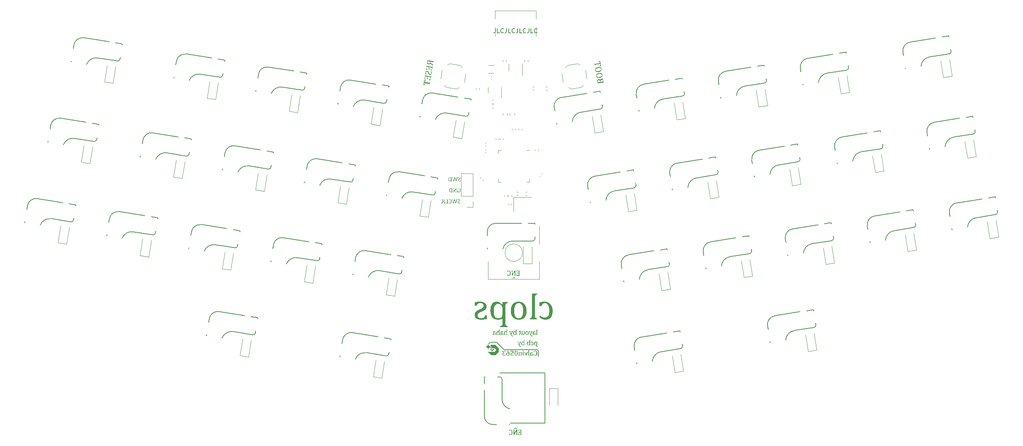
<source format=gbr>
%TF.GenerationSoftware,KiCad,Pcbnew,(7.0.0)*%
%TF.CreationDate,2024-04-21T17:59:31+02:00*%
%TF.ProjectId,clops,636c6f70-732e-46b6-9963-61645f706362,rev?*%
%TF.SameCoordinates,Original*%
%TF.FileFunction,Legend,Bot*%
%TF.FilePolarity,Positive*%
%FSLAX46Y46*%
G04 Gerber Fmt 4.6, Leading zero omitted, Abs format (unit mm)*
G04 Created by KiCad (PCBNEW (7.0.0)) date 2024-04-21 17:59:31*
%MOMM*%
%LPD*%
G01*
G04 APERTURE LIST*
%ADD10C,0.200000*%
%ADD11C,0.150000*%
%ADD12C,0.120000*%
%ADD13C,0.300000*%
%ADD14C,0.600000*%
G04 APERTURE END LIST*
D10*
X154086850Y-105965626D02*
G75*
G03*
X153689947Y-105568750I-396850J26D01*
G01*
D11*
X155575000Y-110925000D02*
X155575000Y-122437500D01*
D12*
X149129764Y-123686961D02*
X148529764Y-123686961D01*
D11*
X155575000Y-122437500D02*
X147637500Y-122437500D01*
D10*
X146066924Y-105452503D02*
G75*
G03*
X146347552Y-105568750I280876J281203D01*
G01*
D12*
X148529764Y-123686961D02*
X148829764Y-123386961D01*
D10*
X144595661Y-103981250D02*
X146066919Y-105452508D01*
D11*
X145256250Y-110925000D02*
X155575000Y-110925000D01*
D10*
X154086823Y-105965626D02*
X154087678Y-107084763D01*
X143188822Y-103891720D02*
G75*
G03*
X142972611Y-103981250I-22J-305780D01*
G01*
D12*
X149129764Y-123686961D02*
X148829764Y-123386961D01*
D10*
X142756400Y-104197461D02*
X142972611Y-103981250D01*
X144379450Y-103891692D02*
X143188822Y-103891692D01*
X146347552Y-105568750D02*
X153689947Y-105568750D01*
X144595657Y-103981254D02*
G75*
G03*
X144379450Y-103891692I-216357J-216546D01*
G01*
D11*
G36*
X136071926Y-71798069D02*
G01*
X136069234Y-71809698D01*
X136066379Y-71820864D01*
X136063361Y-71831565D01*
X136060179Y-71841804D01*
X136056835Y-71851578D01*
X136053327Y-71860889D01*
X136048396Y-71872582D01*
X136043176Y-71883451D01*
X136037665Y-71893495D01*
X136034801Y-71898208D01*
X136028725Y-71907070D01*
X136022222Y-71915336D01*
X136015292Y-71923007D01*
X136007934Y-71930082D01*
X136000149Y-71936562D01*
X135991936Y-71942447D01*
X135983296Y-71947736D01*
X135974229Y-71952430D01*
X135964615Y-71956552D01*
X135954338Y-71960124D01*
X135943397Y-71963147D01*
X135931791Y-71965620D01*
X135919522Y-71967543D01*
X135906589Y-71968917D01*
X135896453Y-71969587D01*
X135885943Y-71969947D01*
X135878730Y-71970016D01*
X135868832Y-71969851D01*
X135854537Y-71968984D01*
X135840903Y-71967375D01*
X135827930Y-71965023D01*
X135815618Y-71961928D01*
X135803967Y-71958091D01*
X135792978Y-71953510D01*
X135782649Y-71948187D01*
X135772982Y-71942122D01*
X135763976Y-71935313D01*
X135755631Y-71927762D01*
X135747949Y-71919498D01*
X135741023Y-71910551D01*
X135734852Y-71900922D01*
X135729436Y-71890610D01*
X135724777Y-71879616D01*
X135720872Y-71867939D01*
X135717724Y-71855579D01*
X135715331Y-71842536D01*
X135713694Y-71828811D01*
X135712812Y-71814404D01*
X135712645Y-71804419D01*
X135712923Y-71791730D01*
X135713759Y-71779552D01*
X135715152Y-71767886D01*
X135717102Y-71756731D01*
X135719609Y-71746087D01*
X135722674Y-71735955D01*
X135726295Y-71726334D01*
X135730474Y-71717225D01*
X135735287Y-71708439D01*
X135740809Y-71699792D01*
X135747041Y-71691281D01*
X135753983Y-71682908D01*
X135761634Y-71674673D01*
X135769996Y-71666575D01*
X135779067Y-71658614D01*
X135788848Y-71650790D01*
X135796824Y-71644838D01*
X135805546Y-71638706D01*
X135815016Y-71632394D01*
X135825233Y-71625901D01*
X135836197Y-71619227D01*
X135847907Y-71612374D01*
X135860365Y-71605340D01*
X135869085Y-71600550D01*
X135878138Y-71595681D01*
X135887522Y-71590731D01*
X135897238Y-71585701D01*
X135907287Y-71580591D01*
X135912435Y-71578006D01*
X135922349Y-71573006D01*
X135932001Y-71568019D01*
X135941392Y-71563045D01*
X135950522Y-71558085D01*
X135959390Y-71553138D01*
X135967997Y-71548205D01*
X135980417Y-71540829D01*
X135992248Y-71533484D01*
X136003492Y-71526169D01*
X136014147Y-71518884D01*
X136024214Y-71511629D01*
X136033693Y-71504404D01*
X136039686Y-71499604D01*
X136048224Y-71492313D01*
X136056347Y-71484910D01*
X136064053Y-71477395D01*
X136071342Y-71469768D01*
X136078215Y-71462030D01*
X136084671Y-71454181D01*
X136090711Y-71446219D01*
X136096335Y-71438147D01*
X136103185Y-71427209D01*
X136109295Y-71416073D01*
X136114676Y-71404651D01*
X136119339Y-71392977D01*
X136123285Y-71381051D01*
X136126514Y-71368873D01*
X136129025Y-71356443D01*
X136130819Y-71343762D01*
X136131895Y-71330829D01*
X136132231Y-71320963D01*
X136132254Y-71317643D01*
X136131938Y-71303261D01*
X136130992Y-71289239D01*
X136129414Y-71275577D01*
X136127205Y-71262276D01*
X136124365Y-71249336D01*
X136120894Y-71236757D01*
X136116791Y-71224538D01*
X136112058Y-71212680D01*
X136106693Y-71201182D01*
X136100698Y-71190045D01*
X136096350Y-71182821D01*
X136089278Y-71172335D01*
X136081618Y-71162308D01*
X136073370Y-71152740D01*
X136064534Y-71143632D01*
X136055109Y-71134983D01*
X136045096Y-71126793D01*
X136034495Y-71119063D01*
X136023306Y-71111792D01*
X136011529Y-71104981D01*
X135999163Y-71098629D01*
X135990593Y-71094650D01*
X135977319Y-71089062D01*
X135963694Y-71084025D01*
X135949716Y-71079537D01*
X135940202Y-71076850D01*
X135930532Y-71074408D01*
X135920705Y-71072210D01*
X135910721Y-71070256D01*
X135900581Y-71068546D01*
X135890285Y-71067081D01*
X135879832Y-71065859D01*
X135869223Y-71064882D01*
X135858457Y-71064150D01*
X135847535Y-71063661D01*
X135836456Y-71063417D01*
X135830858Y-71063386D01*
X135821079Y-71063436D01*
X135808108Y-71063655D01*
X135795212Y-71064050D01*
X135782394Y-71064621D01*
X135769651Y-71065367D01*
X135756985Y-71066288D01*
X135744395Y-71067386D01*
X135731881Y-71068658D01*
X135728765Y-71069004D01*
X135715915Y-71070626D01*
X135705762Y-71072128D01*
X135695167Y-71073875D01*
X135684129Y-71075866D01*
X135672650Y-71078102D01*
X135660728Y-71080583D01*
X135648364Y-71083308D01*
X135635558Y-71086279D01*
X135622309Y-71089494D01*
X135608618Y-71092953D01*
X135603956Y-71094161D01*
X135603956Y-71282228D01*
X135672100Y-71282228D01*
X135675148Y-71271017D01*
X135678337Y-71260283D01*
X135681668Y-71250026D01*
X135685141Y-71240245D01*
X135688755Y-71230941D01*
X135693794Y-71219276D01*
X135699085Y-71208459D01*
X135704629Y-71198489D01*
X135710424Y-71189366D01*
X135711912Y-71187218D01*
X135718029Y-71178993D01*
X135724414Y-71171418D01*
X135732770Y-71162861D01*
X135741544Y-71155318D01*
X135750736Y-71148789D01*
X135760344Y-71143273D01*
X135768332Y-71139590D01*
X135778878Y-71135650D01*
X135790366Y-71132377D01*
X135800235Y-71130240D01*
X135810707Y-71128531D01*
X135821782Y-71127248D01*
X135833460Y-71126393D01*
X135845741Y-71125966D01*
X135852107Y-71125913D01*
X135863136Y-71126172D01*
X135873875Y-71126951D01*
X135884324Y-71128248D01*
X135894483Y-71130065D01*
X135904352Y-71132400D01*
X135913931Y-71135255D01*
X135923220Y-71138628D01*
X135932219Y-71142521D01*
X135942858Y-71148129D01*
X135952793Y-71154571D01*
X135962025Y-71161848D01*
X135970554Y-71169960D01*
X135978378Y-71178907D01*
X135985499Y-71188689D01*
X135988150Y-71192835D01*
X135992959Y-71201403D01*
X135997126Y-71210375D01*
X136000653Y-71219751D01*
X136003538Y-71229533D01*
X136005782Y-71239718D01*
X136007385Y-71250309D01*
X136008346Y-71261303D01*
X136008667Y-71272703D01*
X136008396Y-71284739D01*
X136007583Y-71296303D01*
X136006228Y-71307393D01*
X136004332Y-71318010D01*
X136001893Y-71328153D01*
X135998912Y-71337824D01*
X135995390Y-71347021D01*
X135991326Y-71355745D01*
X135985353Y-71366235D01*
X135979888Y-71374455D01*
X135973813Y-71382523D01*
X135967127Y-71390438D01*
X135959830Y-71398200D01*
X135951922Y-71405810D01*
X135943404Y-71413267D01*
X135936615Y-71418760D01*
X135926777Y-71426133D01*
X135918667Y-71431803D01*
X135909930Y-71437593D01*
X135900566Y-71443504D01*
X135890575Y-71449534D01*
X135879958Y-71455685D01*
X135868714Y-71461956D01*
X135856843Y-71468348D01*
X135844345Y-71474859D01*
X135831220Y-71481491D01*
X135826706Y-71483728D01*
X135815870Y-71489260D01*
X135805342Y-71494742D01*
X135795124Y-71500175D01*
X135785215Y-71505558D01*
X135775615Y-71510891D01*
X135766325Y-71516175D01*
X135757343Y-71521409D01*
X135748670Y-71526593D01*
X135740307Y-71531728D01*
X135728341Y-71539337D01*
X135717071Y-71546835D01*
X135706497Y-71554221D01*
X135696618Y-71561495D01*
X135690418Y-71566282D01*
X135681494Y-71573523D01*
X135672947Y-71580957D01*
X135664779Y-71588584D01*
X135656988Y-71596404D01*
X135649575Y-71604418D01*
X135642539Y-71612625D01*
X135635882Y-71621025D01*
X135629602Y-71629618D01*
X135623700Y-71638404D01*
X135618176Y-71647383D01*
X135614703Y-71653477D01*
X135609858Y-71662780D01*
X135605490Y-71672371D01*
X135601598Y-71682249D01*
X135598182Y-71692415D01*
X135595244Y-71702868D01*
X135592781Y-71713610D01*
X135590796Y-71724638D01*
X135589287Y-71735955D01*
X135588254Y-71747559D01*
X135587698Y-71759451D01*
X135587592Y-71767539D01*
X135587792Y-71780988D01*
X135588391Y-71794043D01*
X135589389Y-71806702D01*
X135590786Y-71818967D01*
X135592583Y-71830837D01*
X135594779Y-71842311D01*
X135597375Y-71853391D01*
X135600369Y-71864076D01*
X135603763Y-71874365D01*
X135607556Y-71884260D01*
X135610307Y-71890637D01*
X135614720Y-71899908D01*
X135619443Y-71908852D01*
X135624475Y-71917470D01*
X135629816Y-71925762D01*
X135637418Y-71936310D01*
X135645569Y-71946279D01*
X135654270Y-71955667D01*
X135663521Y-71964475D01*
X135673321Y-71972703D01*
X135683583Y-71980308D01*
X135694342Y-71987372D01*
X135705596Y-71993894D01*
X135714362Y-71998430D01*
X135723407Y-72002661D01*
X135732732Y-72006588D01*
X135742335Y-72010209D01*
X135752218Y-72013526D01*
X135762379Y-72016537D01*
X135769309Y-72018376D01*
X135779891Y-72020908D01*
X135790661Y-72023190D01*
X135801620Y-72025224D01*
X135812769Y-72027008D01*
X135824106Y-72028544D01*
X135835632Y-72029831D01*
X135847347Y-72030868D01*
X135859251Y-72031657D01*
X135871344Y-72032196D01*
X135883626Y-72032487D01*
X135891919Y-72032542D01*
X135905512Y-72032393D01*
X135919366Y-72031947D01*
X135933478Y-72031203D01*
X135947850Y-72030161D01*
X135962482Y-72028821D01*
X135977373Y-72027184D01*
X135992524Y-72025249D01*
X136007934Y-72023017D01*
X136023604Y-72020486D01*
X136039533Y-72017658D01*
X136055722Y-72014533D01*
X136072170Y-72011110D01*
X136088878Y-72007389D01*
X136105845Y-72003370D01*
X136123072Y-71999054D01*
X136140558Y-71994440D01*
X136140558Y-71798069D01*
X136071926Y-71798069D01*
G37*
G36*
X134876357Y-71254140D02*
G01*
X135096176Y-72016911D01*
X135207550Y-72016911D01*
X135407341Y-71275145D01*
X135410421Y-71263807D01*
X135413432Y-71252995D01*
X135416374Y-71242710D01*
X135419248Y-71232952D01*
X135422743Y-71221495D01*
X135426131Y-71210860D01*
X135429412Y-71201049D01*
X135430056Y-71199185D01*
X135433911Y-71188549D01*
X135437784Y-71178806D01*
X135442323Y-71168568D01*
X135446886Y-71159546D01*
X135450816Y-71152779D01*
X135456722Y-71143957D01*
X135463601Y-71135694D01*
X135470813Y-71129054D01*
X135473042Y-71127378D01*
X135481572Y-71122274D01*
X135491043Y-71118088D01*
X135500889Y-71114691D01*
X135507725Y-71112723D01*
X135507725Y-71079018D01*
X135213656Y-71079018D01*
X135213656Y-71112968D01*
X135223937Y-71115170D01*
X135233410Y-71117624D01*
X135244112Y-71121045D01*
X135253550Y-71124860D01*
X135263207Y-71129958D01*
X135272173Y-71136621D01*
X135273252Y-71137636D01*
X135279818Y-71145415D01*
X135284772Y-71154433D01*
X135288113Y-71164689D01*
X135289693Y-71174467D01*
X135290104Y-71183310D01*
X135289812Y-71194202D01*
X135289097Y-71204209D01*
X135287952Y-71214833D01*
X135286378Y-71226076D01*
X135284738Y-71235917D01*
X135283998Y-71239974D01*
X135281901Y-71250416D01*
X135279576Y-71261288D01*
X135277025Y-71272589D01*
X135274248Y-71284319D01*
X135271863Y-71294013D01*
X135269332Y-71303981D01*
X135266657Y-71314224D01*
X135128660Y-71853268D01*
X134907376Y-71079018D01*
X134791849Y-71079018D01*
X134612575Y-71854001D01*
X134450642Y-71333519D01*
X134447063Y-71321886D01*
X134443715Y-71310678D01*
X134440598Y-71299897D01*
X134437712Y-71289540D01*
X134435057Y-71279609D01*
X134432633Y-71270104D01*
X134429429Y-71256643D01*
X134426745Y-71244140D01*
X134424581Y-71232595D01*
X134422935Y-71222007D01*
X134421550Y-71209379D01*
X134421088Y-71198453D01*
X134421363Y-71188378D01*
X134422479Y-71176814D01*
X134424454Y-71166396D01*
X134427958Y-71155405D01*
X134432698Y-71146063D01*
X134438674Y-71138369D01*
X134445993Y-71131820D01*
X134454943Y-71126096D01*
X134465524Y-71121196D01*
X134475589Y-71117742D01*
X134486786Y-71114861D01*
X134496559Y-71112968D01*
X134496559Y-71079018D01*
X134225938Y-71079018D01*
X134225938Y-71112968D01*
X134235693Y-71116494D01*
X134245462Y-71120716D01*
X134254822Y-71125725D01*
X134258911Y-71128355D01*
X134267331Y-71134982D01*
X134274734Y-71142310D01*
X134281193Y-71149965D01*
X134282603Y-71151802D01*
X134288358Y-71160137D01*
X134293619Y-71169083D01*
X134298296Y-71177979D01*
X134303127Y-71188008D01*
X134307271Y-71197232D01*
X134311576Y-71207367D01*
X134316096Y-71218541D01*
X134319867Y-71228226D01*
X134323775Y-71238576D01*
X134327820Y-71249590D01*
X134332003Y-71261268D01*
X134336323Y-71273610D01*
X134338534Y-71280030D01*
X134588639Y-72016911D01*
X134686825Y-72016911D01*
X134876357Y-71254140D01*
G37*
G36*
X133544745Y-71093917D02*
G01*
X133544745Y-71282228D01*
X133612889Y-71282228D01*
X133616037Y-71271537D01*
X133619343Y-71261262D01*
X133622809Y-71251404D01*
X133626433Y-71241962D01*
X133630216Y-71232937D01*
X133635507Y-71221551D01*
X133641081Y-71210906D01*
X133646937Y-71201000D01*
X133653076Y-71191836D01*
X133654654Y-71189660D01*
X133661134Y-71181360D01*
X133667874Y-71173677D01*
X133674873Y-71166613D01*
X133683987Y-71158653D01*
X133693506Y-71151658D01*
X133703431Y-71145630D01*
X133713761Y-71140567D01*
X133724628Y-71136345D01*
X133736163Y-71132839D01*
X133745871Y-71130549D01*
X133756007Y-71128718D01*
X133766571Y-71127344D01*
X133777562Y-71126428D01*
X133788980Y-71125970D01*
X133794850Y-71125913D01*
X133807995Y-71126329D01*
X133820870Y-71127578D01*
X133833475Y-71129661D01*
X133845809Y-71132576D01*
X133857872Y-71136324D01*
X133869665Y-71140905D01*
X133881188Y-71146319D01*
X133892440Y-71152566D01*
X133903422Y-71159645D01*
X133914133Y-71167558D01*
X133921123Y-71173296D01*
X133931265Y-71182599D01*
X133940990Y-71192739D01*
X133950299Y-71203716D01*
X133956273Y-71211499D01*
X133962062Y-71219655D01*
X133967667Y-71228182D01*
X133973086Y-71237082D01*
X133978320Y-71246354D01*
X133983369Y-71255997D01*
X133988233Y-71266013D01*
X133992911Y-71276401D01*
X133997405Y-71287161D01*
X134001714Y-71298293D01*
X134005837Y-71309798D01*
X134007829Y-71315689D01*
X134011645Y-71327721D01*
X134015214Y-71340064D01*
X134018537Y-71352718D01*
X134021614Y-71365683D01*
X134024445Y-71378959D01*
X134027029Y-71392546D01*
X134029368Y-71406444D01*
X134031460Y-71420653D01*
X134033306Y-71435173D01*
X134034906Y-71450004D01*
X134036260Y-71465146D01*
X134037368Y-71480599D01*
X134038229Y-71496363D01*
X134038844Y-71512438D01*
X134039214Y-71528825D01*
X134039337Y-71545522D01*
X134039236Y-71562311D01*
X134038932Y-71578788D01*
X134038427Y-71594955D01*
X134037719Y-71610811D01*
X134036808Y-71626356D01*
X134035696Y-71641589D01*
X134034381Y-71656512D01*
X134032864Y-71671124D01*
X134031145Y-71685424D01*
X134029224Y-71699414D01*
X134027100Y-71713092D01*
X134024774Y-71726460D01*
X134022246Y-71739516D01*
X134019515Y-71752262D01*
X134016582Y-71764696D01*
X134013447Y-71776820D01*
X134010084Y-71788604D01*
X134006528Y-71800023D01*
X134002780Y-71811075D01*
X133998838Y-71821760D01*
X133994704Y-71832080D01*
X133990378Y-71842033D01*
X133985858Y-71851619D01*
X133981146Y-71860839D01*
X133976241Y-71869693D01*
X133971143Y-71878181D01*
X133963136Y-71890225D01*
X133954694Y-71901445D01*
X133945819Y-71911840D01*
X133936511Y-71921412D01*
X133926737Y-71930098D01*
X133916561Y-71937929D01*
X133905981Y-71944907D01*
X133894997Y-71951030D01*
X133883610Y-71956298D01*
X133871819Y-71960713D01*
X133859624Y-71964273D01*
X133847026Y-71966978D01*
X133834024Y-71968829D01*
X133820619Y-71969826D01*
X133811458Y-71970016D01*
X133801062Y-71969874D01*
X133791031Y-71969449D01*
X133778223Y-71968442D01*
X133766064Y-71966930D01*
X133754554Y-71964915D01*
X133743693Y-71962397D01*
X133733481Y-71959374D01*
X133723917Y-71955848D01*
X133719379Y-71953896D01*
X133710586Y-71949507D01*
X133702160Y-71944523D01*
X133694100Y-71938944D01*
X133686406Y-71932769D01*
X133679079Y-71925999D01*
X133672118Y-71918633D01*
X133665523Y-71910672D01*
X133659295Y-71902116D01*
X133653227Y-71892744D01*
X133647235Y-71882333D01*
X133641320Y-71870884D01*
X133636934Y-71861616D01*
X133632590Y-71851764D01*
X133628290Y-71841329D01*
X133624032Y-71830309D01*
X133619818Y-71818706D01*
X133615646Y-71806518D01*
X133612889Y-71798069D01*
X133544745Y-71798069D01*
X133544745Y-71997615D01*
X133556907Y-72000792D01*
X133569120Y-72003818D01*
X133581384Y-72006694D01*
X133593700Y-72009419D01*
X133606068Y-72011994D01*
X133618487Y-72014419D01*
X133630958Y-72016694D01*
X133643480Y-72018819D01*
X133656054Y-72020793D01*
X133668679Y-72022617D01*
X133677125Y-72023749D01*
X133689928Y-72025321D01*
X133702968Y-72026737D01*
X133716243Y-72028000D01*
X133729755Y-72029107D01*
X133743503Y-72030060D01*
X133757487Y-72030859D01*
X133771707Y-72031503D01*
X133786164Y-72031992D01*
X133795933Y-72032233D01*
X133805806Y-72032405D01*
X133815785Y-72032508D01*
X133825869Y-72032542D01*
X133836685Y-72032426D01*
X133847335Y-72032076D01*
X133857820Y-72031494D01*
X133868138Y-72030680D01*
X133878290Y-72029632D01*
X133888276Y-72028352D01*
X133898097Y-72026839D01*
X133907751Y-72025093D01*
X133926561Y-72020902D01*
X133944708Y-72015781D01*
X133962190Y-72009728D01*
X133979009Y-72002744D01*
X133995163Y-71994829D01*
X134010654Y-71985983D01*
X134025480Y-71976206D01*
X134039642Y-71965497D01*
X134053140Y-71953858D01*
X134065975Y-71941287D01*
X134078145Y-71927785D01*
X134089651Y-71913352D01*
X134100446Y-71897964D01*
X134110545Y-71881661D01*
X134119947Y-71864442D01*
X134124387Y-71855489D01*
X134128653Y-71846307D01*
X134132745Y-71836896D01*
X134136663Y-71827256D01*
X134140406Y-71817387D01*
X134143976Y-71807289D01*
X134147371Y-71796962D01*
X134150592Y-71786406D01*
X134153639Y-71775621D01*
X134156512Y-71764608D01*
X134159211Y-71753365D01*
X134161736Y-71741893D01*
X134164086Y-71730192D01*
X134166263Y-71718263D01*
X134168265Y-71706104D01*
X134170094Y-71693716D01*
X134171748Y-71681099D01*
X134173228Y-71668254D01*
X134174534Y-71655179D01*
X134175665Y-71641876D01*
X134176623Y-71628343D01*
X134177407Y-71614581D01*
X134178016Y-71600591D01*
X134178451Y-71586371D01*
X134178712Y-71571923D01*
X134178799Y-71557245D01*
X134178619Y-71538857D01*
X134178078Y-71520754D01*
X134177177Y-71502938D01*
X134175914Y-71485408D01*
X134174291Y-71468164D01*
X134172308Y-71451206D01*
X134169964Y-71434534D01*
X134167259Y-71418149D01*
X134164194Y-71402050D01*
X134160767Y-71386237D01*
X134156981Y-71370711D01*
X134152833Y-71355470D01*
X134148325Y-71340516D01*
X134143457Y-71325848D01*
X134138227Y-71311467D01*
X134132638Y-71297371D01*
X134126667Y-71283587D01*
X134120357Y-71270199D01*
X134113707Y-71257208D01*
X134106717Y-71244615D01*
X134099388Y-71232418D01*
X134091719Y-71220618D01*
X134083711Y-71209215D01*
X134075363Y-71198208D01*
X134066675Y-71187599D01*
X134057647Y-71177387D01*
X134048280Y-71167571D01*
X134038574Y-71158153D01*
X134028527Y-71149131D01*
X134018141Y-71140506D01*
X134007415Y-71132278D01*
X133996350Y-71124447D01*
X133984948Y-71117053D01*
X133973273Y-71110136D01*
X133961325Y-71103696D01*
X133949104Y-71097733D01*
X133936611Y-71092247D01*
X133923844Y-71087238D01*
X133910805Y-71082706D01*
X133897493Y-71078652D01*
X133883908Y-71075074D01*
X133870050Y-71071973D01*
X133855919Y-71069349D01*
X133841515Y-71067203D01*
X133826839Y-71065533D01*
X133811889Y-71064340D01*
X133796667Y-71063625D01*
X133781172Y-71063386D01*
X133769534Y-71063444D01*
X133758068Y-71063618D01*
X133746774Y-71063908D01*
X133735651Y-71064314D01*
X133724700Y-71064835D01*
X133713921Y-71065473D01*
X133703314Y-71066226D01*
X133692878Y-71067096D01*
X133682614Y-71068081D01*
X133672522Y-71069182D01*
X133665889Y-71069981D01*
X133655819Y-71071270D01*
X133645482Y-71072757D01*
X133634879Y-71074442D01*
X133624009Y-71076324D01*
X133612874Y-71078403D01*
X133601472Y-71080680D01*
X133589804Y-71083154D01*
X133577870Y-71085826D01*
X133565670Y-71088696D01*
X133553204Y-71091762D01*
X133544745Y-71093917D01*
G37*
G36*
X133181312Y-71954384D02*
G01*
X133001305Y-71954384D01*
X132990566Y-71954264D01*
X132980514Y-71953903D01*
X132969654Y-71953179D01*
X132959730Y-71952127D01*
X132951968Y-71950965D01*
X132942320Y-71948904D01*
X132932342Y-71946038D01*
X132922344Y-71942174D01*
X132917774Y-71939974D01*
X132909206Y-71934717D01*
X132901211Y-71928411D01*
X132893788Y-71921055D01*
X132892372Y-71919458D01*
X132886130Y-71911420D01*
X132880711Y-71903238D01*
X132875414Y-71894079D01*
X132870879Y-71885264D01*
X132866343Y-71875453D01*
X132862547Y-71866225D01*
X132858838Y-71856242D01*
X132855214Y-71845503D01*
X132852260Y-71835976D01*
X132851095Y-71832019D01*
X132848088Y-71821162D01*
X132845527Y-71811353D01*
X132842829Y-71800543D01*
X132839993Y-71788734D01*
X132837020Y-71775924D01*
X132834701Y-71765661D01*
X132832303Y-71754835D01*
X132829829Y-71743447D01*
X132828137Y-71735543D01*
X132758772Y-71735543D01*
X132772449Y-72016911D01*
X133390139Y-72016911D01*
X133390139Y-71983205D01*
X133379896Y-71980419D01*
X133370539Y-71977557D01*
X133360087Y-71973872D01*
X133351018Y-71970067D01*
X133341962Y-71965345D01*
X133333915Y-71959618D01*
X133332986Y-71958781D01*
X133326407Y-71951362D01*
X133321080Y-71942539D01*
X133317004Y-71932311D01*
X133314464Y-71922210D01*
X133314180Y-71920679D01*
X133312686Y-71910509D01*
X133311677Y-71900631D01*
X133310882Y-71889477D01*
X133310402Y-71879635D01*
X133310058Y-71868976D01*
X133309852Y-71857500D01*
X133309783Y-71845208D01*
X133309783Y-71250721D01*
X133309837Y-71239279D01*
X133309997Y-71228647D01*
X133310264Y-71218824D01*
X133310748Y-71207683D01*
X133311400Y-71197806D01*
X133312401Y-71187622D01*
X133313203Y-71181844D01*
X133315187Y-71171586D01*
X133318077Y-71161505D01*
X133322103Y-71152117D01*
X133324438Y-71148139D01*
X133330446Y-71140349D01*
X133337724Y-71133771D01*
X133345443Y-71128844D01*
X133355370Y-71124121D01*
X133364505Y-71120645D01*
X133375439Y-71117028D01*
X133386244Y-71113817D01*
X133390139Y-71112723D01*
X133390139Y-71079018D01*
X133100956Y-71079018D01*
X133100956Y-71112968D01*
X133111612Y-71116022D01*
X133121049Y-71118955D01*
X133130517Y-71122226D01*
X133140252Y-71126191D01*
X133143698Y-71127867D01*
X133152605Y-71133282D01*
X133160276Y-71140002D01*
X133164703Y-71145208D01*
X133169922Y-71154149D01*
X133173462Y-71163526D01*
X133176057Y-71173418D01*
X133177160Y-71178913D01*
X133178777Y-71190137D01*
X133179848Y-71201803D01*
X133180517Y-71212968D01*
X133180906Y-71222845D01*
X133181166Y-71233561D01*
X133181295Y-71245116D01*
X133181312Y-71251209D01*
X133181312Y-71954384D01*
G37*
G36*
X132430509Y-71501070D02*
G01*
X132409993Y-71501070D01*
X132398781Y-71500684D01*
X132388014Y-71499527D01*
X132377690Y-71497598D01*
X132367811Y-71494899D01*
X132362365Y-71493010D01*
X132352621Y-71488699D01*
X132343897Y-71483924D01*
X132334830Y-71478154D01*
X132325419Y-71471388D01*
X132317314Y-71464988D01*
X132314005Y-71462235D01*
X132304924Y-71454195D01*
X132296671Y-71446405D01*
X132287541Y-71437410D01*
X132280117Y-71429873D01*
X132272199Y-71421657D01*
X132263788Y-71412762D01*
X132254883Y-71403190D01*
X132245484Y-71392939D01*
X132235591Y-71382009D01*
X132232184Y-71378215D01*
X132224104Y-71369243D01*
X132216350Y-71360584D01*
X132208923Y-71352238D01*
X132201822Y-71344205D01*
X132195047Y-71336484D01*
X132188598Y-71329077D01*
X132179537Y-71318552D01*
X132171210Y-71308732D01*
X132163617Y-71299616D01*
X132156759Y-71291204D01*
X132150634Y-71283496D01*
X132143610Y-71274314D01*
X132142058Y-71272214D01*
X132134800Y-71262696D01*
X132128167Y-71253560D01*
X132122160Y-71244805D01*
X132116779Y-71236432D01*
X132110933Y-71226503D01*
X132106065Y-71217170D01*
X132101514Y-71206757D01*
X132097988Y-71196941D01*
X132095469Y-71187279D01*
X132093840Y-71176590D01*
X132093454Y-71168411D01*
X132094214Y-71157144D01*
X132096493Y-71147280D01*
X132100958Y-71137724D01*
X132107407Y-71130000D01*
X132109330Y-71128355D01*
X132117878Y-71122631D01*
X132127892Y-71118158D01*
X132137857Y-71115271D01*
X132148943Y-71113343D01*
X132152317Y-71112968D01*
X132152317Y-71079018D01*
X131852875Y-71079018D01*
X131852875Y-71112968D01*
X131862469Y-71115444D01*
X131872015Y-71118598D01*
X131881516Y-71122430D01*
X131890969Y-71126939D01*
X131896350Y-71129820D01*
X131905693Y-71135394D01*
X131915130Y-71141855D01*
X131923293Y-71148101D01*
X131931525Y-71154998D01*
X131939825Y-71162549D01*
X131947290Y-71169699D01*
X131955792Y-71178172D01*
X131963340Y-71185904D01*
X131971553Y-71194483D01*
X131980430Y-71203909D01*
X131987523Y-71211535D01*
X131994990Y-71219637D01*
X132002830Y-71228216D01*
X132005527Y-71231181D01*
X132236336Y-71489346D01*
X131986231Y-71854489D01*
X131978917Y-71865038D01*
X131971903Y-71874977D01*
X131965190Y-71884306D01*
X131958777Y-71893026D01*
X131952665Y-71901136D01*
X131944983Y-71911001D01*
X131937835Y-71919782D01*
X131931221Y-71927480D01*
X131923705Y-71935578D01*
X131916661Y-71942454D01*
X131908349Y-71949919D01*
X131900191Y-71956525D01*
X131892189Y-71962272D01*
X131883047Y-71967892D01*
X131880474Y-71969283D01*
X131871275Y-71973539D01*
X131861841Y-71977117D01*
X131852174Y-71980017D01*
X131842273Y-71982239D01*
X131836511Y-71983205D01*
X131836511Y-72016911D01*
X132139372Y-72016911D01*
X132139372Y-71983205D01*
X132128913Y-71982081D01*
X132118563Y-71980139D01*
X132108963Y-71977114D01*
X132102247Y-71973680D01*
X132095103Y-71966936D01*
X132091084Y-71957228D01*
X132090523Y-71950965D01*
X132091657Y-71940901D01*
X132094333Y-71931413D01*
X132098087Y-71922017D01*
X132098583Y-71920923D01*
X132103071Y-71911672D01*
X132107950Y-71902827D01*
X132113717Y-71893280D01*
X132119367Y-71884539D01*
X132123496Y-71878425D01*
X132283719Y-71638578D01*
X132290508Y-71628309D01*
X132296832Y-71618871D01*
X132302690Y-71610265D01*
X132309358Y-71600678D01*
X132315298Y-71592391D01*
X132321466Y-71584162D01*
X132324996Y-71579716D01*
X132331606Y-71572083D01*
X132339371Y-71564810D01*
X132347483Y-71558928D01*
X132353084Y-71555780D01*
X132362414Y-71552002D01*
X132372069Y-71549682D01*
X132383006Y-71548338D01*
X132393628Y-71547964D01*
X132430021Y-71547964D01*
X132430021Y-71841788D01*
X132429971Y-71853119D01*
X132429822Y-71863663D01*
X132429497Y-71875738D01*
X132429016Y-71886585D01*
X132428235Y-71897979D01*
X132427041Y-71909037D01*
X132426846Y-71910421D01*
X132425014Y-71920725D01*
X132422369Y-71930966D01*
X132418705Y-71940669D01*
X132416587Y-71944859D01*
X132410771Y-71952961D01*
X132403395Y-71960139D01*
X132395338Y-71965864D01*
X132385998Y-71970535D01*
X132376837Y-71974168D01*
X132366016Y-71977801D01*
X132355420Y-71980915D01*
X132349665Y-71982472D01*
X132349665Y-72016911D01*
X132638848Y-72016911D01*
X132638848Y-71983205D01*
X132628605Y-71980419D01*
X132619248Y-71977557D01*
X132608796Y-71973872D01*
X132599727Y-71970067D01*
X132590671Y-71965345D01*
X132582624Y-71959618D01*
X132581695Y-71958781D01*
X132575116Y-71951362D01*
X132569789Y-71942539D01*
X132565713Y-71932311D01*
X132563173Y-71922210D01*
X132562889Y-71920679D01*
X132561395Y-71910509D01*
X132560386Y-71900631D01*
X132559591Y-71889477D01*
X132559111Y-71879635D01*
X132558767Y-71868976D01*
X132558561Y-71857500D01*
X132558492Y-71845208D01*
X132558492Y-71250721D01*
X132558546Y-71239279D01*
X132558706Y-71228647D01*
X132558973Y-71218824D01*
X132559457Y-71207683D01*
X132560109Y-71197806D01*
X132561110Y-71187622D01*
X132561912Y-71181844D01*
X132563896Y-71171586D01*
X132566786Y-71161505D01*
X132570812Y-71152117D01*
X132573147Y-71148139D01*
X132579155Y-71140349D01*
X132586433Y-71133771D01*
X132594152Y-71128844D01*
X132604079Y-71124121D01*
X132613214Y-71120645D01*
X132624148Y-71117028D01*
X132634953Y-71113817D01*
X132638848Y-71112723D01*
X132638848Y-71079018D01*
X132349665Y-71079018D01*
X132349665Y-71112968D01*
X132360347Y-71115807D01*
X132369861Y-71118646D01*
X132379484Y-71121959D01*
X132388537Y-71125745D01*
X132393140Y-71128111D01*
X132401740Y-71133639D01*
X132409071Y-71140148D01*
X132414633Y-71146917D01*
X132419545Y-71155969D01*
X132422877Y-71165350D01*
X132425319Y-71175181D01*
X132426357Y-71180623D01*
X132427785Y-71191634D01*
X132428729Y-71202951D01*
X132429319Y-71213707D01*
X132429731Y-71225668D01*
X132429931Y-71236104D01*
X132430017Y-71247310D01*
X132430021Y-71250232D01*
X132430509Y-71501070D01*
G37*
D13*
G36*
X128709871Y-39111239D02*
G01*
X128710577Y-39117267D01*
X128712799Y-39134028D01*
X128715591Y-39151076D01*
X128718598Y-39165425D01*
X128723265Y-39181241D01*
X128728755Y-39193832D01*
X128736792Y-39206158D01*
X128746923Y-39216888D01*
X128752269Y-39221281D01*
X128765233Y-39229449D01*
X128779490Y-39236095D01*
X128794222Y-39241442D01*
X128802594Y-39243985D01*
X128817447Y-39247859D01*
X128831927Y-39251141D01*
X128848320Y-39254473D01*
X128862810Y-39257174D01*
X128878525Y-39259906D01*
X128895463Y-39262670D01*
X129776215Y-39402167D01*
X129794442Y-39404950D01*
X129811492Y-39407337D01*
X129827364Y-39409330D01*
X129842059Y-39410927D01*
X129858770Y-39412367D01*
X129873642Y-39413191D01*
X129889059Y-39413363D01*
X129891394Y-39413301D01*
X129906955Y-39411909D01*
X129923064Y-39408270D01*
X129937386Y-39402448D01*
X129949921Y-39394441D01*
X129951379Y-39393262D01*
X129961752Y-39382683D01*
X129970874Y-39370375D01*
X129978638Y-39357832D01*
X129986550Y-39343212D01*
X129992987Y-39330020D01*
X129999518Y-39315499D01*
X130049453Y-39323408D01*
X129981424Y-39752928D01*
X129931850Y-39745076D01*
X129931095Y-39739084D01*
X129928765Y-39722401D01*
X129925921Y-39705391D01*
X129922507Y-39689184D01*
X129918456Y-39675074D01*
X129914106Y-39665066D01*
X129905929Y-39651704D01*
X129895769Y-39640323D01*
X129890600Y-39636047D01*
X129877803Y-39627920D01*
X129863484Y-39621091D01*
X129848527Y-39615407D01*
X129839869Y-39612731D01*
X129824478Y-39608664D01*
X129809448Y-39605224D01*
X129792415Y-39601738D01*
X129777347Y-39598917D01*
X129760996Y-39596066D01*
X129743364Y-39593187D01*
X129398155Y-39538511D01*
X129380388Y-39650686D01*
X129378577Y-39662709D01*
X129376427Y-39679356D01*
X129374958Y-39694337D01*
X129374106Y-39709710D01*
X129374372Y-39726145D01*
X129374735Y-39730972D01*
X129377207Y-39746838D01*
X129381616Y-39762359D01*
X129387242Y-39776033D01*
X129391197Y-39783830D01*
X129399701Y-39797064D01*
X129409341Y-39809411D01*
X129419237Y-39820563D01*
X129430641Y-39832241D01*
X129432705Y-39834251D01*
X129444156Y-39844918D01*
X129457491Y-39856608D01*
X129469517Y-39866696D01*
X129482748Y-39877439D01*
X129497185Y-39888837D01*
X129508805Y-39897814D01*
X129521103Y-39907161D01*
X129534080Y-39916875D01*
X129689214Y-40033437D01*
X129703870Y-40044313D01*
X129718452Y-40055223D01*
X129732958Y-40066168D01*
X129747389Y-40077147D01*
X129761746Y-40088161D01*
X129776027Y-40099210D01*
X129790233Y-40110293D01*
X129804364Y-40121410D01*
X129818325Y-40132581D01*
X129832019Y-40143826D01*
X129845446Y-40155145D01*
X129858606Y-40166538D01*
X129871500Y-40178004D01*
X129884127Y-40189544D01*
X129896487Y-40201157D01*
X129908581Y-40212844D01*
X129863877Y-40495090D01*
X129813941Y-40487181D01*
X129813810Y-40480977D01*
X129812968Y-40466060D01*
X129810994Y-40449272D01*
X129807966Y-40433700D01*
X129803884Y-40419344D01*
X129797792Y-40404131D01*
X129795773Y-40400014D01*
X129787563Y-40385490D01*
X129779107Y-40372901D01*
X129769342Y-40360183D01*
X129758267Y-40347336D01*
X129748037Y-40336531D01*
X129736531Y-40325377D01*
X129723418Y-40313390D01*
X129711772Y-40303199D01*
X129699097Y-40292475D01*
X129685393Y-40281216D01*
X129670662Y-40269424D01*
X129658939Y-40260230D01*
X129646637Y-40250736D01*
X129494322Y-40132766D01*
X129477645Y-40119846D01*
X129461865Y-40107238D01*
X129446980Y-40094942D01*
X129432992Y-40082957D01*
X129419900Y-40071283D01*
X129407703Y-40059921D01*
X129396403Y-40048870D01*
X129385999Y-40038131D01*
X129373521Y-40024296D01*
X129362637Y-40011016D01*
X129352923Y-39997880D01*
X129343986Y-39984299D01*
X129335827Y-39970273D01*
X129328446Y-39955803D01*
X129321842Y-39940888D01*
X129316016Y-39925527D01*
X129310967Y-39909722D01*
X129306696Y-39893473D01*
X129298012Y-39892097D01*
X129287981Y-39909861D01*
X129277715Y-39926972D01*
X129267212Y-39943432D01*
X129256474Y-39959241D01*
X129245500Y-39974397D01*
X129234290Y-39988902D01*
X129222845Y-40002756D01*
X129211163Y-40015957D01*
X129199246Y-40028507D01*
X129187093Y-40040405D01*
X129174704Y-40051651D01*
X129162079Y-40062246D01*
X129149218Y-40072189D01*
X129136122Y-40081480D01*
X129122789Y-40090120D01*
X129109221Y-40098108D01*
X129095368Y-40105481D01*
X129081285Y-40112201D01*
X129066972Y-40118267D01*
X129052429Y-40123679D01*
X129037657Y-40128438D01*
X129022655Y-40132543D01*
X129007423Y-40135994D01*
X128991962Y-40138792D01*
X128976270Y-40140936D01*
X128960349Y-40142427D01*
X128944199Y-40143264D01*
X128927818Y-40143447D01*
X128911208Y-40142976D01*
X128894368Y-40141852D01*
X128877299Y-40140075D01*
X128859999Y-40137643D01*
X128837694Y-40133638D01*
X128816281Y-40128830D01*
X128795760Y-40123218D01*
X128776131Y-40116802D01*
X128757395Y-40109583D01*
X128739551Y-40101561D01*
X128722600Y-40092736D01*
X128706540Y-40083107D01*
X128691373Y-40072675D01*
X128677098Y-40061439D01*
X128663716Y-40049400D01*
X128651226Y-40036557D01*
X128639628Y-40022911D01*
X128628922Y-40008462D01*
X128619109Y-39993210D01*
X128610188Y-39977153D01*
X128602125Y-39960280D01*
X128594886Y-39942575D01*
X128588472Y-39924038D01*
X128582882Y-39904670D01*
X128578117Y-39884470D01*
X128574176Y-39863439D01*
X128571059Y-39841576D01*
X128568766Y-39818882D01*
X128567298Y-39795356D01*
X128566654Y-39770999D01*
X128566834Y-39745810D01*
X128567838Y-39719789D01*
X128569667Y-39692937D01*
X128572320Y-39665254D01*
X128572606Y-39662912D01*
X128671896Y-39662912D01*
X128671973Y-39680736D01*
X128672765Y-39697825D01*
X128674274Y-39714180D01*
X128676499Y-39729800D01*
X128679440Y-39744687D01*
X128684475Y-39763393D01*
X128690687Y-39781075D01*
X128698008Y-39797831D01*
X128706437Y-39813661D01*
X128715975Y-39828566D01*
X128726622Y-39842545D01*
X128738378Y-39855599D01*
X128751242Y-39867727D01*
X128765215Y-39878929D01*
X128776432Y-39886804D01*
X128792423Y-39896536D01*
X128809597Y-39905388D01*
X128823253Y-39911450D01*
X128837574Y-39917017D01*
X128852561Y-39922090D01*
X128868212Y-39926669D01*
X128884529Y-39930753D01*
X128901511Y-39934342D01*
X128919158Y-39937437D01*
X128924856Y-39938311D01*
X128941668Y-39940550D01*
X128958056Y-39942214D01*
X128974021Y-39943301D01*
X128989561Y-39943813D01*
X129004678Y-39943749D01*
X129024174Y-39942768D01*
X129042916Y-39940764D01*
X129060905Y-39937736D01*
X129078140Y-39933685D01*
X129094596Y-39928843D01*
X129110276Y-39923265D01*
X129125180Y-39916949D01*
X129139309Y-39909896D01*
X129152662Y-39902106D01*
X129165239Y-39893579D01*
X129177040Y-39884314D01*
X129188066Y-39874312D01*
X129193295Y-39869126D01*
X129205646Y-39855754D01*
X129216966Y-39841803D01*
X129227255Y-39827271D01*
X129236513Y-39812159D01*
X129244739Y-39796468D01*
X129251935Y-39780197D01*
X129257151Y-39766475D01*
X129262140Y-39751629D01*
X129266901Y-39735656D01*
X129271435Y-39718558D01*
X129275741Y-39700334D01*
X129278821Y-39685927D01*
X129281774Y-39670888D01*
X129284599Y-39655215D01*
X129287295Y-39638909D01*
X129305521Y-39523839D01*
X128707376Y-39429102D01*
X128704095Y-39443785D01*
X128700767Y-39459562D01*
X128697394Y-39476432D01*
X128693975Y-39494397D01*
X128690510Y-39513455D01*
X128687881Y-39528467D01*
X128685227Y-39544094D01*
X128682547Y-39560336D01*
X128679841Y-39577194D01*
X128678752Y-39584277D01*
X128675964Y-39605037D01*
X128673892Y-39625063D01*
X128672536Y-39644355D01*
X128671896Y-39662912D01*
X128572606Y-39662912D01*
X128575798Y-39636739D01*
X128577846Y-39622169D01*
X128580100Y-39607392D01*
X128659935Y-39103330D01*
X128709871Y-39111239D01*
G37*
G36*
X128305174Y-41343204D02*
G01*
X128606236Y-41390888D01*
X128622054Y-41291016D01*
X128608176Y-41283922D01*
X128594889Y-41276868D01*
X128579725Y-41268454D01*
X128565413Y-41260098D01*
X128551953Y-41251798D01*
X128543452Y-41246296D01*
X128531276Y-41238069D01*
X128518146Y-41228542D01*
X128506176Y-41219092D01*
X128493915Y-41208387D01*
X128488353Y-41203072D01*
X128478069Y-41192472D01*
X128468108Y-41180191D01*
X128459850Y-41167534D01*
X128455290Y-41158888D01*
X128449322Y-41143736D01*
X128445663Y-41129069D01*
X128443625Y-41113427D01*
X128443240Y-41106162D01*
X128443215Y-41090950D01*
X128444098Y-41074398D01*
X128445615Y-41058815D01*
X128447827Y-41042207D01*
X128448587Y-41037274D01*
X128499537Y-40715586D01*
X129032186Y-40799949D01*
X128997684Y-41017785D01*
X128994657Y-41033850D01*
X128990907Y-41048391D01*
X128985616Y-41063432D01*
X128978363Y-41078082D01*
X128973177Y-41085864D01*
X128963181Y-41096869D01*
X128951012Y-41106371D01*
X128936669Y-41114370D01*
X128922337Y-41120135D01*
X128920154Y-41120865D01*
X128905539Y-41124909D01*
X128888365Y-41128471D01*
X128872100Y-41131069D01*
X128854059Y-41133332D01*
X128838348Y-41134900D01*
X128821499Y-41136254D01*
X128812649Y-41136851D01*
X128797518Y-41232380D01*
X129191215Y-41294735D01*
X129206346Y-41199206D01*
X129190009Y-41191909D01*
X129175073Y-41184690D01*
X129161537Y-41177547D01*
X129147143Y-41169077D01*
X129134766Y-41160718D01*
X129125992Y-41153837D01*
X129113976Y-41142754D01*
X129104185Y-41131095D01*
X129095828Y-41117292D01*
X129091274Y-41106052D01*
X129087754Y-41089787D01*
X129086775Y-41074738D01*
X129087336Y-41057589D01*
X129089042Y-41041220D01*
X129090319Y-41032457D01*
X129124820Y-40814621D01*
X129703786Y-40906320D01*
X129653638Y-41222942D01*
X129651038Y-41238047D01*
X129647576Y-41254851D01*
X129643743Y-41270214D01*
X129638802Y-41286316D01*
X129633355Y-41300457D01*
X129632535Y-41302317D01*
X129625294Y-41316564D01*
X129616823Y-41329503D01*
X129607122Y-41341135D01*
X129596190Y-41351459D01*
X129583766Y-41360665D01*
X129569950Y-41369002D01*
X129556719Y-41375583D01*
X129542422Y-41381499D01*
X129538141Y-41383067D01*
X129522788Y-41388141D01*
X129507314Y-41392628D01*
X129491721Y-41396527D01*
X129476008Y-41399840D01*
X129466975Y-41401470D01*
X129452239Y-41403913D01*
X129435189Y-41406642D01*
X129419212Y-41409134D01*
X129401629Y-41411824D01*
X129386405Y-41414119D01*
X129370153Y-41416541D01*
X129361641Y-41417799D01*
X129345708Y-41518395D01*
X129696125Y-41554236D01*
X129845423Y-40611607D01*
X129795487Y-40603698D01*
X129788956Y-40618219D01*
X129782520Y-40631411D01*
X129774608Y-40646031D01*
X129766843Y-40658574D01*
X129757722Y-40670883D01*
X129747349Y-40681462D01*
X129745891Y-40682640D01*
X129733355Y-40690647D01*
X129719033Y-40696470D01*
X129702924Y-40700108D01*
X129687363Y-40701500D01*
X129685028Y-40701563D01*
X129669611Y-40701390D01*
X129654740Y-40700567D01*
X129638028Y-40699126D01*
X129623333Y-40697529D01*
X129607461Y-40695537D01*
X129590411Y-40693149D01*
X129572184Y-40690366D01*
X128691432Y-40550869D01*
X128674494Y-40548105D01*
X128658780Y-40545373D01*
X128644289Y-40542672D01*
X128627897Y-40539340D01*
X128613416Y-40536058D01*
X128598564Y-40532184D01*
X128590192Y-40529641D01*
X128575459Y-40524294D01*
X128561202Y-40517648D01*
X128548238Y-40509480D01*
X128542892Y-40505087D01*
X128532761Y-40494357D01*
X128524724Y-40482031D01*
X128519235Y-40469440D01*
X128514567Y-40453624D01*
X128511561Y-40439275D01*
X128508768Y-40422227D01*
X128506546Y-40405466D01*
X128505840Y-40399438D01*
X128455904Y-40391529D01*
X128305174Y-41343204D01*
G37*
G36*
X129317630Y-41845560D02*
G01*
X129334227Y-41852277D01*
X129350099Y-41859127D01*
X129365246Y-41866109D01*
X129379668Y-41873225D01*
X129393364Y-41880474D01*
X129406335Y-41887855D01*
X129422502Y-41897904D01*
X129437379Y-41908189D01*
X129450968Y-41918710D01*
X129457278Y-41924059D01*
X129468981Y-41935140D01*
X129479702Y-41946714D01*
X129489440Y-41958782D01*
X129498196Y-41971343D01*
X129505969Y-41984397D01*
X129512761Y-41997945D01*
X129518570Y-42011987D01*
X129523396Y-42026522D01*
X129527247Y-42041732D01*
X129530127Y-42057796D01*
X129532038Y-42074715D01*
X129532978Y-42092489D01*
X129532949Y-42111118D01*
X129531950Y-42130602D01*
X129530564Y-42145776D01*
X129528632Y-42161430D01*
X129527041Y-42172134D01*
X129524474Y-42186759D01*
X129519836Y-42207734D01*
X129514252Y-42227556D01*
X129507723Y-42246224D01*
X129500249Y-42263738D01*
X129491830Y-42280099D01*
X129482466Y-42295305D01*
X129472156Y-42309358D01*
X129460901Y-42322257D01*
X129448700Y-42334002D01*
X129435555Y-42344593D01*
X129421509Y-42354035D01*
X129406629Y-42362198D01*
X129390915Y-42369081D01*
X129374367Y-42374684D01*
X129356985Y-42379008D01*
X129338769Y-42382052D01*
X129319718Y-42383816D01*
X129299834Y-42384301D01*
X129279116Y-42383506D01*
X129257563Y-42381431D01*
X129242732Y-42379337D01*
X129223998Y-42375946D01*
X129206152Y-42371851D01*
X129189195Y-42367049D01*
X129173126Y-42361543D01*
X129157945Y-42355331D01*
X129143653Y-42348413D01*
X129130249Y-42340790D01*
X129117734Y-42332461D01*
X129105848Y-42323270D01*
X129094332Y-42313059D01*
X129083186Y-42301830D01*
X129072410Y-42289580D01*
X129062004Y-42276312D01*
X129051968Y-42262023D01*
X129042303Y-42246716D01*
X129033007Y-42230389D01*
X129026061Y-42217176D01*
X129019022Y-42202815D01*
X129011892Y-42187304D01*
X129004670Y-42170644D01*
X128997356Y-42152835D01*
X128989950Y-42133877D01*
X128982452Y-42113769D01*
X128977403Y-42099726D01*
X128972312Y-42085172D01*
X128967181Y-42070108D01*
X128962009Y-42054533D01*
X128956796Y-42038447D01*
X128954175Y-42030212D01*
X128949093Y-42014351D01*
X128943969Y-41998881D01*
X128938805Y-41983801D01*
X128933598Y-41969111D01*
X128928350Y-41954812D01*
X128923060Y-41940903D01*
X128915048Y-41920772D01*
X128906942Y-41901519D01*
X128898743Y-41883145D01*
X128890450Y-41865650D01*
X128882064Y-41849032D01*
X128873584Y-41833294D01*
X128867879Y-41823289D01*
X128859080Y-41808928D01*
X128850018Y-41795157D01*
X128840693Y-41781978D01*
X128831105Y-41769389D01*
X128821253Y-41757390D01*
X128811139Y-41745983D01*
X128800761Y-41735166D01*
X128790121Y-41724941D01*
X128775524Y-41712225D01*
X128760459Y-41700560D01*
X128744799Y-41689908D01*
X128728598Y-41680259D01*
X128711856Y-41671615D01*
X128694571Y-41663974D01*
X128676746Y-41657337D01*
X128658378Y-41651704D01*
X128639470Y-41647075D01*
X128624933Y-41644261D01*
X128620019Y-41643449D01*
X128598637Y-41640542D01*
X128577641Y-41638654D01*
X128557031Y-41637786D01*
X128536807Y-41637938D01*
X128516969Y-41639109D01*
X128497518Y-41641300D01*
X128478453Y-41644510D01*
X128459774Y-41648740D01*
X128441481Y-41653990D01*
X128423574Y-41660259D01*
X128411851Y-41665005D01*
X128394656Y-41673022D01*
X128378003Y-41682018D01*
X128361893Y-41691993D01*
X128346325Y-41702947D01*
X128331300Y-41714880D01*
X128316817Y-41727793D01*
X128302877Y-41741684D01*
X128289480Y-41756555D01*
X128276625Y-41772406D01*
X128264313Y-41789235D01*
X128256406Y-41800999D01*
X128245014Y-41819353D01*
X128234353Y-41838357D01*
X128224424Y-41858013D01*
X128218212Y-41871478D01*
X128212324Y-41885232D01*
X128206761Y-41899275D01*
X128201524Y-41913607D01*
X128196612Y-41928228D01*
X128192024Y-41943139D01*
X128187762Y-41958339D01*
X128183825Y-41973827D01*
X128180214Y-41989605D01*
X128176927Y-42005672D01*
X128173965Y-42022028D01*
X128172607Y-42030315D01*
X128170385Y-42044814D01*
X128167667Y-42064083D01*
X128165226Y-42083281D01*
X128163063Y-42102406D01*
X128161178Y-42121460D01*
X128159572Y-42140442D01*
X128158243Y-42159352D01*
X128157192Y-42178190D01*
X128156973Y-42182888D01*
X128156361Y-42202305D01*
X128156203Y-42217700D01*
X128156305Y-42233807D01*
X128156665Y-42250627D01*
X128157285Y-42268159D01*
X128158162Y-42286403D01*
X128159299Y-42305361D01*
X128160695Y-42325031D01*
X128162349Y-42345413D01*
X128164262Y-42366508D01*
X128164957Y-42373698D01*
X128443585Y-42417829D01*
X128459575Y-42316871D01*
X128443681Y-42309726D01*
X128428527Y-42302482D01*
X128414111Y-42295140D01*
X128400435Y-42287700D01*
X128387499Y-42280162D01*
X128371400Y-42269959D01*
X128356615Y-42259582D01*
X128343145Y-42249030D01*
X128330989Y-42238304D01*
X128328156Y-42235595D01*
X128317407Y-42224602D01*
X128307682Y-42213365D01*
X128296965Y-42198977D01*
X128287849Y-42184208D01*
X128280332Y-42169059D01*
X128274415Y-42153529D01*
X128270833Y-42140831D01*
X128267470Y-42124282D01*
X128265318Y-42106494D01*
X128264467Y-42091371D01*
X128264391Y-42075455D01*
X128265090Y-42058747D01*
X128266564Y-42041245D01*
X128268813Y-42022950D01*
X128270227Y-42013506D01*
X128273200Y-41997226D01*
X128276873Y-41981499D01*
X128281247Y-41966323D01*
X128286323Y-41951698D01*
X128292099Y-41937625D01*
X128298575Y-41924103D01*
X128305753Y-41911133D01*
X128313632Y-41898715D01*
X128324436Y-41884268D01*
X128336312Y-41871060D01*
X128349260Y-41859091D01*
X128363279Y-41848359D01*
X128378370Y-41838866D01*
X128394533Y-41830612D01*
X128401298Y-41827656D01*
X128415120Y-41822543D01*
X128429390Y-41818474D01*
X128444109Y-41815450D01*
X128459277Y-41813471D01*
X128474894Y-41812536D01*
X128490960Y-41812647D01*
X128507475Y-41813802D01*
X128524438Y-41816002D01*
X128542207Y-41819228D01*
X128559148Y-41823145D01*
X128575261Y-41827755D01*
X128590545Y-41833056D01*
X128605001Y-41839049D01*
X128618629Y-41845734D01*
X128631428Y-41853111D01*
X128643400Y-41861179D01*
X128657539Y-41872489D01*
X128668436Y-41882515D01*
X128678963Y-41893409D01*
X128689120Y-41905172D01*
X128698908Y-41917804D01*
X128708326Y-41931305D01*
X128717376Y-41945674D01*
X128723920Y-41957021D01*
X128732535Y-41973327D01*
X128739032Y-41986673D01*
X128745560Y-42000976D01*
X128752120Y-42016235D01*
X128758710Y-42032452D01*
X128765332Y-42049625D01*
X128771984Y-42067756D01*
X128778667Y-42086843D01*
X128785382Y-42106887D01*
X128792127Y-42127887D01*
X128794383Y-42135100D01*
X128800035Y-42152453D01*
X128805687Y-42169336D01*
X128811338Y-42185749D01*
X128816987Y-42201693D01*
X128822636Y-42217167D01*
X128828284Y-42232171D01*
X128833931Y-42246706D01*
X128839577Y-42260771D01*
X128845222Y-42274366D01*
X128853687Y-42293879D01*
X128862151Y-42312335D01*
X128870612Y-42329735D01*
X128879071Y-42346078D01*
X128884709Y-42356386D01*
X128893342Y-42371307D01*
X128902350Y-42385713D01*
X128911733Y-42399606D01*
X128921491Y-42412983D01*
X128931624Y-42425846D01*
X128942132Y-42438195D01*
X128953014Y-42450030D01*
X128964272Y-42461350D01*
X128975904Y-42472155D01*
X128987911Y-42482446D01*
X128996124Y-42489021D01*
X129008770Y-42498382D01*
X129021954Y-42507105D01*
X129035675Y-42515189D01*
X129049935Y-42522634D01*
X129064733Y-42529441D01*
X129080068Y-42535609D01*
X129095942Y-42541139D01*
X129112354Y-42546030D01*
X129129303Y-42550283D01*
X129146791Y-42553897D01*
X129158748Y-42555952D01*
X129178721Y-42558812D01*
X129198202Y-42560988D01*
X129217192Y-42562480D01*
X129235691Y-42563287D01*
X129253697Y-42563410D01*
X129271213Y-42562849D01*
X129288237Y-42561604D01*
X129304769Y-42559675D01*
X129320810Y-42557061D01*
X129336359Y-42553763D01*
X129346452Y-42551185D01*
X129361223Y-42546821D01*
X129375583Y-42541923D01*
X129389531Y-42536491D01*
X129403069Y-42530524D01*
X129420481Y-42521736D01*
X129437162Y-42511998D01*
X129453112Y-42501310D01*
X129468332Y-42489672D01*
X129482822Y-42477083D01*
X129496498Y-42463664D01*
X129509488Y-42449383D01*
X129521792Y-42434240D01*
X129530569Y-42422317D01*
X129538960Y-42409909D01*
X129546964Y-42397016D01*
X129554583Y-42383638D01*
X129561816Y-42369775D01*
X129568662Y-42355427D01*
X129573012Y-42345592D01*
X129579246Y-42330509D01*
X129585155Y-42315088D01*
X129590739Y-42299328D01*
X129595999Y-42283230D01*
X129600935Y-42266794D01*
X129605545Y-42250020D01*
X129609831Y-42232907D01*
X129613793Y-42215456D01*
X129617430Y-42197666D01*
X129620742Y-42179539D01*
X129622770Y-42167266D01*
X129625739Y-42147091D01*
X129628329Y-42126462D01*
X129630538Y-42105380D01*
X129632367Y-42083842D01*
X129633815Y-42061851D01*
X129634884Y-42039405D01*
X129635573Y-42016504D01*
X129635881Y-41993150D01*
X129635809Y-41969341D01*
X129635358Y-41945078D01*
X129634526Y-41920360D01*
X129633314Y-41895188D01*
X129631722Y-41869562D01*
X129629749Y-41843482D01*
X129627397Y-41816947D01*
X129624665Y-41789958D01*
X129333734Y-41743879D01*
X129317630Y-41845560D01*
G37*
G36*
X127953278Y-43564986D02*
G01*
X128254341Y-43612670D01*
X128270159Y-43512798D01*
X128256280Y-43505704D01*
X128242993Y-43498650D01*
X128227829Y-43490236D01*
X128213517Y-43481880D01*
X128200057Y-43473580D01*
X128191557Y-43468078D01*
X128179380Y-43459850D01*
X128166251Y-43450324D01*
X128154280Y-43440874D01*
X128142020Y-43430169D01*
X128136457Y-43424854D01*
X128126173Y-43414253D01*
X128116213Y-43401973D01*
X128107954Y-43389316D01*
X128103395Y-43380670D01*
X128097427Y-43365518D01*
X128093767Y-43350851D01*
X128091730Y-43335209D01*
X128091344Y-43327944D01*
X128091320Y-43312732D01*
X128092202Y-43296179D01*
X128093719Y-43280597D01*
X128095932Y-43263989D01*
X128096691Y-43259055D01*
X128147642Y-42937367D01*
X128680290Y-43021731D01*
X128645788Y-43239567D01*
X128642762Y-43255631D01*
X128639011Y-43270173D01*
X128633720Y-43285213D01*
X128626468Y-43299864D01*
X128621281Y-43307646D01*
X128611285Y-43318651D01*
X128599116Y-43328153D01*
X128584774Y-43336151D01*
X128570442Y-43341917D01*
X128568259Y-43342647D01*
X128553643Y-43346691D01*
X128536469Y-43350252D01*
X128520205Y-43352851D01*
X128502164Y-43355114D01*
X128486452Y-43356682D01*
X128469604Y-43358036D01*
X128460753Y-43358632D01*
X128445623Y-43454162D01*
X128839320Y-43516517D01*
X128854450Y-43420988D01*
X128838113Y-43413691D01*
X128823177Y-43406472D01*
X128809641Y-43399329D01*
X128795247Y-43390859D01*
X128782870Y-43382500D01*
X128774096Y-43375619D01*
X128762081Y-43364536D01*
X128752289Y-43352877D01*
X128743932Y-43339073D01*
X128739378Y-43327834D01*
X128735858Y-43311569D01*
X128734879Y-43296520D01*
X128735440Y-43279371D01*
X128737146Y-43263002D01*
X128738423Y-43254239D01*
X128772925Y-43036403D01*
X129351891Y-43128102D01*
X129301743Y-43444724D01*
X129299142Y-43459828D01*
X129295681Y-43476633D01*
X129291848Y-43491996D01*
X129286906Y-43508098D01*
X129281459Y-43522239D01*
X129280640Y-43524099D01*
X129273399Y-43538346D01*
X129264928Y-43551285D01*
X129255226Y-43562916D01*
X129244295Y-43573240D01*
X129231871Y-43582447D01*
X129218055Y-43590784D01*
X129204823Y-43597365D01*
X129190526Y-43603281D01*
X129186245Y-43604849D01*
X129170892Y-43609922D01*
X129155419Y-43614409D01*
X129139825Y-43618309D01*
X129124112Y-43621622D01*
X129115079Y-43623252D01*
X129100343Y-43625695D01*
X129083293Y-43628424D01*
X129067317Y-43630916D01*
X129049733Y-43633606D01*
X129034509Y-43635901D01*
X129018257Y-43638323D01*
X129009745Y-43639581D01*
X128993812Y-43740176D01*
X129344229Y-43776018D01*
X129493527Y-42833389D01*
X129443591Y-42825480D01*
X129437060Y-42840001D01*
X129430624Y-42853193D01*
X129422712Y-42867813D01*
X129414948Y-42880356D01*
X129405826Y-42892664D01*
X129395453Y-42903243D01*
X129393995Y-42904422D01*
X129381460Y-42912429D01*
X129367138Y-42918251D01*
X129351029Y-42921890D01*
X129335467Y-42923282D01*
X129333133Y-42923344D01*
X129317716Y-42923172D01*
X129302844Y-42922348D01*
X129286132Y-42920908D01*
X129271438Y-42919311D01*
X129255566Y-42917318D01*
X129238516Y-42914931D01*
X129220288Y-42912148D01*
X128339536Y-42772651D01*
X128322598Y-42769887D01*
X128306884Y-42767155D01*
X128292393Y-42764454D01*
X128276001Y-42761122D01*
X128261521Y-42757840D01*
X128246668Y-42753966D01*
X128238296Y-42751423D01*
X128223564Y-42746076D01*
X128209307Y-42739430D01*
X128196343Y-42731262D01*
X128190996Y-42726869D01*
X128180866Y-42716139D01*
X128172828Y-42703813D01*
X128167339Y-42691222D01*
X128162672Y-42675406D01*
X128159665Y-42661057D01*
X128156873Y-42644009D01*
X128154650Y-42627248D01*
X128153945Y-42621220D01*
X128104009Y-42613311D01*
X127953278Y-43564986D01*
G37*
G36*
X127923934Y-43750255D02*
G01*
X127749534Y-44851376D01*
X128096914Y-44906395D01*
X128112732Y-44806524D01*
X128097901Y-44799866D01*
X128083692Y-44793313D01*
X128070106Y-44786866D01*
X128052959Y-44778432D01*
X128036918Y-44770186D01*
X128021984Y-44762126D01*
X128008156Y-44754253D01*
X127995434Y-44746567D01*
X127986619Y-44740925D01*
X127972909Y-44731726D01*
X127960388Y-44722571D01*
X127946931Y-44711641D01*
X127935185Y-44700774D01*
X127925152Y-44689970D01*
X127919413Y-44682801D01*
X127910731Y-44670376D01*
X127902573Y-44656020D01*
X127896295Y-44641498D01*
X127891898Y-44626811D01*
X127891481Y-44624963D01*
X127889217Y-44608516D01*
X127888808Y-44591406D01*
X127889625Y-44574722D01*
X127891129Y-44559395D01*
X127893381Y-44542773D01*
X127893921Y-44539294D01*
X127914382Y-44410112D01*
X128954349Y-44574827D01*
X128968887Y-44577234D01*
X128985963Y-44580362D01*
X129001823Y-44583624D01*
X129016467Y-44587019D01*
X129032433Y-44591269D01*
X129046648Y-44595712D01*
X129048847Y-44596471D01*
X129063163Y-44602014D01*
X129077693Y-44608929D01*
X129090271Y-44616462D01*
X129102087Y-44625675D01*
X129112582Y-44637125D01*
X129121008Y-44650203D01*
X129127366Y-44664910D01*
X129128389Y-44668047D01*
X129132035Y-44682349D01*
X129134766Y-44697529D01*
X129136764Y-44712520D01*
X129138447Y-44729339D01*
X129139608Y-44744752D01*
X129189544Y-44752661D01*
X129263190Y-44287679D01*
X129213254Y-44279770D01*
X129207388Y-44294118D01*
X129200807Y-44309100D01*
X129194244Y-44322851D01*
X129189879Y-44331336D01*
X129182171Y-44344279D01*
X129173280Y-44356359D01*
X129163959Y-44366179D01*
X129151465Y-44375699D01*
X129138365Y-44382718D01*
X129130028Y-44386028D01*
X129114819Y-44389978D01*
X129100206Y-44392085D01*
X129085578Y-44393106D01*
X129077685Y-44393317D01*
X129062152Y-44393169D01*
X129046676Y-44392248D01*
X129029203Y-44390593D01*
X129013117Y-44388654D01*
X128995644Y-44386205D01*
X128984495Y-44384492D01*
X127944528Y-44219777D01*
X127964874Y-44091319D01*
X127967394Y-44076834D01*
X127970832Y-44060617D01*
X127974721Y-44045671D01*
X127979827Y-44029841D01*
X127985547Y-44015741D01*
X127986414Y-44013868D01*
X127994351Y-43999615D01*
X128003198Y-43987864D01*
X128013820Y-43976784D01*
X128026217Y-43966376D01*
X128032074Y-43962121D01*
X128044892Y-43954167D01*
X128059311Y-43946805D01*
X128075332Y-43940036D01*
X128089907Y-43934848D01*
X128105593Y-43930071D01*
X128118942Y-43926546D01*
X128136728Y-43922463D01*
X128151899Y-43919423D01*
X128167907Y-43916586D01*
X128184753Y-43913951D01*
X128202436Y-43911518D01*
X128220956Y-43909287D01*
X128240314Y-43907259D01*
X128255381Y-43905870D01*
X128271314Y-43805275D01*
X127923934Y-43750255D01*
G37*
D10*
G36*
X149465891Y-123972521D02*
G01*
X149465891Y-124235131D01*
X149562904Y-124235131D01*
X149567357Y-124221518D01*
X149571737Y-124208706D01*
X149576046Y-124196697D01*
X149580284Y-124185488D01*
X149585274Y-124173096D01*
X149590162Y-124161858D01*
X149595818Y-124149882D01*
X149601502Y-124138833D01*
X149608032Y-124127338D01*
X149614600Y-124117052D01*
X149616247Y-124114670D01*
X149623851Y-124104768D01*
X149631827Y-124096164D01*
X149641123Y-124088127D01*
X149644970Y-124085361D01*
X149655280Y-124079241D01*
X149666792Y-124074439D01*
X149678180Y-124071242D01*
X149682193Y-124070413D01*
X149695016Y-124068430D01*
X149707738Y-124067211D01*
X149719891Y-124066566D01*
X149732999Y-124066314D01*
X149734949Y-124066310D01*
X149986128Y-124066310D01*
X149986128Y-124478983D01*
X149819066Y-124478983D01*
X149806873Y-124478643D01*
X149794054Y-124477386D01*
X149781259Y-124474817D01*
X149769229Y-124470482D01*
X149766896Y-124469311D01*
X149756973Y-124462546D01*
X149747978Y-124453463D01*
X149740761Y-124443443D01*
X149735828Y-124434726D01*
X149730258Y-124422145D01*
X149726211Y-124410944D01*
X149722107Y-124397897D01*
X149718782Y-124386130D01*
X149715421Y-124373181D01*
X149712023Y-124359051D01*
X149709450Y-124347678D01*
X149615075Y-124347678D01*
X149615075Y-124685319D01*
X149709157Y-124685319D01*
X149712450Y-124672826D01*
X149715733Y-124661285D01*
X149719825Y-124648199D01*
X149723902Y-124636602D01*
X149728776Y-124624649D01*
X149734436Y-124613413D01*
X149735242Y-124612046D01*
X149741965Y-124602008D01*
X149750185Y-124592641D01*
X149760134Y-124584627D01*
X149765431Y-124581565D01*
X149776665Y-124577314D01*
X149789180Y-124574704D01*
X149802085Y-124573321D01*
X149814598Y-124572806D01*
X149819066Y-124572772D01*
X149986128Y-124572772D01*
X149986128Y-125022960D01*
X149739052Y-125022960D01*
X149727173Y-125022810D01*
X149713956Y-125022233D01*
X149701873Y-125021223D01*
X149689208Y-125019498D01*
X149676624Y-125016805D01*
X149665322Y-125013068D01*
X149653614Y-125007638D01*
X149642972Y-125000910D01*
X149636470Y-124995703D01*
X149627186Y-124986648D01*
X149619401Y-124977237D01*
X149612056Y-124966544D01*
X149605989Y-124956135D01*
X149600301Y-124945124D01*
X149595033Y-124933888D01*
X149590187Y-124922428D01*
X149585761Y-124910743D01*
X149583421Y-124903965D01*
X149579584Y-124892500D01*
X149575899Y-124881214D01*
X149571770Y-124868355D01*
X149568148Y-124856933D01*
X149564242Y-124844504D01*
X149560051Y-124831068D01*
X149555577Y-124816624D01*
X149457098Y-124816624D01*
X149473805Y-125116750D01*
X150255479Y-125116750D01*
X150255479Y-125059597D01*
X150242121Y-125056011D01*
X150230035Y-125052434D01*
X150216719Y-125047976D01*
X150205392Y-125043533D01*
X150194425Y-125038219D01*
X150184258Y-125031167D01*
X150176497Y-125022045D01*
X150170358Y-125010837D01*
X150166264Y-124999123D01*
X150164035Y-124989255D01*
X150162093Y-124975530D01*
X150160999Y-124963838D01*
X150160147Y-124950572D01*
X150159641Y-124938825D01*
X150159291Y-124926071D01*
X150159096Y-124912310D01*
X150159052Y-124901327D01*
X150159052Y-124187943D01*
X150159116Y-124174438D01*
X150159309Y-124161913D01*
X150159730Y-124147634D01*
X150160351Y-124134888D01*
X150161360Y-124121613D01*
X150162903Y-124108912D01*
X150163156Y-124107343D01*
X150165335Y-124095784D01*
X150168833Y-124083448D01*
X150173672Y-124072589D01*
X150175172Y-124070120D01*
X150182808Y-124060513D01*
X150192378Y-124052647D01*
X150197447Y-124049604D01*
X150209160Y-124044228D01*
X150220832Y-124039955D01*
X150233115Y-124035957D01*
X150244956Y-124032389D01*
X150255479Y-124029380D01*
X150255479Y-123972521D01*
X149465891Y-123972521D01*
G37*
G36*
X148610064Y-124652493D02*
G01*
X148602741Y-124664683D01*
X148595721Y-124676490D01*
X148589003Y-124687911D01*
X148582587Y-124698948D01*
X148576473Y-124709600D01*
X148570662Y-124719867D01*
X148563822Y-124732160D01*
X148559946Y-124739248D01*
X148553577Y-124750881D01*
X148547295Y-124762701D01*
X148541098Y-124774706D01*
X148534987Y-124786898D01*
X148528962Y-124799276D01*
X148523023Y-124811839D01*
X148520671Y-124816917D01*
X148525947Y-124816917D01*
X148526822Y-124805180D01*
X148527687Y-124790044D01*
X148528330Y-124776463D01*
X148528968Y-124760970D01*
X148529601Y-124743565D01*
X148530020Y-124730901D01*
X148530437Y-124717386D01*
X148530851Y-124703023D01*
X148531264Y-124687809D01*
X148531673Y-124671747D01*
X148532081Y-124654834D01*
X148532486Y-124637072D01*
X148532688Y-124627873D01*
X148533078Y-124609376D01*
X148533444Y-124591108D01*
X148533784Y-124573070D01*
X148534099Y-124555260D01*
X148534388Y-124537679D01*
X148534653Y-124520327D01*
X148534892Y-124503204D01*
X148535106Y-124486310D01*
X148535295Y-124469645D01*
X148535459Y-124453209D01*
X148535597Y-124437002D01*
X148535711Y-124421024D01*
X148535799Y-124405275D01*
X148535862Y-124389755D01*
X148535899Y-124374463D01*
X148535912Y-124359401D01*
X148535912Y-124187357D01*
X148535962Y-124173847D01*
X148536114Y-124161308D01*
X148536444Y-124147000D01*
X148536932Y-124134209D01*
X148537726Y-124120862D01*
X148538938Y-124108051D01*
X148539136Y-124106463D01*
X148541023Y-124094813D01*
X148544154Y-124082517D01*
X148549045Y-124071086D01*
X148549980Y-124069534D01*
X148557626Y-124059861D01*
X148566936Y-124052385D01*
X148571083Y-124049897D01*
X148582458Y-124044521D01*
X148593928Y-124040248D01*
X148606059Y-124036250D01*
X148617790Y-124032682D01*
X148628236Y-124029673D01*
X148628236Y-123972521D01*
X148312870Y-123972521D01*
X148312870Y-124029967D01*
X148325533Y-124033446D01*
X148338860Y-124037375D01*
X148350146Y-124041036D01*
X148362021Y-124045501D01*
X148369436Y-124049017D01*
X148379758Y-124055648D01*
X148388926Y-124064303D01*
X148391711Y-124067775D01*
X148397371Y-124078066D01*
X148401333Y-124089600D01*
X148404311Y-124102282D01*
X148404607Y-124103826D01*
X148406434Y-124116252D01*
X148407643Y-124129537D01*
X148408399Y-124142466D01*
X148408926Y-124157083D01*
X148409182Y-124169993D01*
X148409292Y-124183983D01*
X148409297Y-124187650D01*
X148409297Y-125116750D01*
X148526826Y-125116750D01*
X148988738Y-124345919D01*
X148996598Y-124332903D01*
X149004019Y-124320561D01*
X149011003Y-124308894D01*
X149017548Y-124297902D01*
X149023656Y-124287586D01*
X149031118Y-124274880D01*
X149037802Y-124263373D01*
X149043708Y-124253067D01*
X149049994Y-124241872D01*
X149056634Y-124229668D01*
X149062923Y-124217898D01*
X149068861Y-124206560D01*
X149074449Y-124195655D01*
X149080526Y-124183479D01*
X149081355Y-124181788D01*
X149079304Y-124181788D01*
X149078099Y-124196960D01*
X149077250Y-124210653D01*
X149076447Y-124226330D01*
X149075691Y-124243990D01*
X149075212Y-124256865D01*
X149074754Y-124270622D01*
X149074317Y-124285261D01*
X149073900Y-124300781D01*
X149073504Y-124317183D01*
X149073128Y-124334466D01*
X149072773Y-124352631D01*
X149072439Y-124371677D01*
X149072125Y-124391605D01*
X149071976Y-124401900D01*
X149071657Y-124422668D01*
X149071358Y-124443427D01*
X149071080Y-124464177D01*
X149070822Y-124484918D01*
X149070585Y-124505649D01*
X149070369Y-124526372D01*
X149070173Y-124547085D01*
X149069998Y-124567789D01*
X149069843Y-124588484D01*
X149069709Y-124609170D01*
X149069596Y-124629847D01*
X149069503Y-124650514D01*
X149069431Y-124671173D01*
X149069380Y-124691822D01*
X149069349Y-124712462D01*
X149069338Y-124733093D01*
X149069338Y-124901327D01*
X149069284Y-124914484D01*
X149069119Y-124926698D01*
X149068758Y-124940638D01*
X149068226Y-124953105D01*
X149067360Y-124966119D01*
X149066038Y-124978619D01*
X149065821Y-124980169D01*
X149063542Y-124992972D01*
X149060302Y-125005130D01*
X149055878Y-125015992D01*
X149054977Y-125017685D01*
X149047528Y-125027485D01*
X149038419Y-125035330D01*
X149032116Y-125039373D01*
X149021271Y-125044528D01*
X149009694Y-125048826D01*
X148997584Y-125052710D01*
X148985949Y-125056089D01*
X148972911Y-125059597D01*
X148972911Y-125116750D01*
X149292674Y-125116750D01*
X149292674Y-125059597D01*
X149279384Y-125056011D01*
X149267358Y-125052434D01*
X149254103Y-125047976D01*
X149242823Y-125043533D01*
X149231894Y-125038219D01*
X149221746Y-125031167D01*
X149213843Y-125022045D01*
X149207609Y-125010837D01*
X149203469Y-124999123D01*
X149201230Y-124989255D01*
X149199288Y-124975530D01*
X149198193Y-124963838D01*
X149197342Y-124950572D01*
X149196836Y-124938825D01*
X149196485Y-124926071D01*
X149196291Y-124912310D01*
X149196247Y-124901327D01*
X149196247Y-124187943D01*
X149196311Y-124174438D01*
X149196503Y-124161913D01*
X149196924Y-124147634D01*
X149197545Y-124134888D01*
X149198555Y-124121613D01*
X149200098Y-124108912D01*
X149200350Y-124107343D01*
X149202530Y-124095784D01*
X149206028Y-124083448D01*
X149210867Y-124072589D01*
X149212367Y-124070120D01*
X149220051Y-124060513D01*
X149229766Y-124052647D01*
X149234935Y-124049604D01*
X149246619Y-124044228D01*
X149258237Y-124039955D01*
X149270451Y-124035957D01*
X149282219Y-124032389D01*
X149292674Y-124029380D01*
X149292674Y-123972521D01*
X149020099Y-123972521D01*
X148610064Y-124652493D01*
G37*
G36*
X147368236Y-123992451D02*
G01*
X147368236Y-124235131D01*
X147466421Y-124235131D01*
X147470450Y-124221374D01*
X147474623Y-124208241D01*
X147478941Y-124195731D01*
X147483402Y-124183844D01*
X147488008Y-124172581D01*
X147494374Y-124158533D01*
X147500996Y-124145594D01*
X147507874Y-124133762D01*
X147515009Y-124123039D01*
X147516833Y-124120532D01*
X147524302Y-124110997D01*
X147532056Y-124102177D01*
X147542146Y-124092156D01*
X147552681Y-124083252D01*
X147563659Y-124075464D01*
X147575081Y-124068792D01*
X147584537Y-124064258D01*
X147596936Y-124059445D01*
X147610137Y-124055448D01*
X147624139Y-124052267D01*
X147635918Y-124050309D01*
X147648209Y-124048873D01*
X147661014Y-124047960D01*
X147674331Y-124047568D01*
X147677740Y-124047552D01*
X147692866Y-124048036D01*
X147707687Y-124049489D01*
X147722205Y-124051911D01*
X147736418Y-124055301D01*
X147750328Y-124059659D01*
X147763933Y-124064986D01*
X147777235Y-124071282D01*
X147790233Y-124078546D01*
X147802926Y-124086779D01*
X147815316Y-124095981D01*
X147823407Y-124102653D01*
X147835153Y-124113432D01*
X147846429Y-124125216D01*
X147857237Y-124138004D01*
X147867577Y-124151796D01*
X147874209Y-124161550D01*
X147880633Y-124171750D01*
X147886849Y-124182396D01*
X147892856Y-124193489D01*
X147898655Y-124205028D01*
X147904245Y-124217014D01*
X147909627Y-124229446D01*
X147914801Y-124242325D01*
X147919766Y-124255650D01*
X147924523Y-124269422D01*
X147929031Y-124283606D01*
X147933247Y-124298168D01*
X147937173Y-124313108D01*
X147940808Y-124328425D01*
X147944152Y-124344120D01*
X147947206Y-124360194D01*
X147949969Y-124376644D01*
X147952440Y-124393473D01*
X147954621Y-124410680D01*
X147956512Y-124428264D01*
X147958111Y-124446226D01*
X147959420Y-124464566D01*
X147960437Y-124483284D01*
X147961164Y-124502380D01*
X147961601Y-124521853D01*
X147961746Y-124541704D01*
X147961626Y-124561702D01*
X147961265Y-124581322D01*
X147960664Y-124600564D01*
X147959823Y-124619428D01*
X147958741Y-124637915D01*
X147957418Y-124656024D01*
X147955856Y-124673754D01*
X147954052Y-124691107D01*
X147952009Y-124708083D01*
X147949725Y-124724680D01*
X147947200Y-124740900D01*
X147944435Y-124756742D01*
X147941430Y-124772206D01*
X147938184Y-124787292D01*
X147934698Y-124802000D01*
X147930971Y-124816331D01*
X147927016Y-124830215D01*
X147922843Y-124843657D01*
X147918452Y-124856657D01*
X147913844Y-124869215D01*
X147909018Y-124881332D01*
X147903975Y-124893006D01*
X147898714Y-124904239D01*
X147893236Y-124915029D01*
X147887540Y-124925378D01*
X147878588Y-124940072D01*
X147869147Y-124953772D01*
X147859217Y-124966478D01*
X147848797Y-124978189D01*
X147841579Y-124985445D01*
X147830303Y-124995501D01*
X147818570Y-125004569D01*
X147806377Y-125012647D01*
X147793727Y-125019736D01*
X147780618Y-125025836D01*
X147767050Y-125030947D01*
X147753023Y-125035069D01*
X147738539Y-125038201D01*
X147723595Y-125040344D01*
X147708193Y-125041498D01*
X147697671Y-125041718D01*
X147685580Y-125041556D01*
X147670140Y-125040835D01*
X147655478Y-125039536D01*
X147641595Y-125037661D01*
X147628491Y-125035209D01*
X147616165Y-125032179D01*
X147604618Y-125028573D01*
X147591278Y-125023253D01*
X147578778Y-125016939D01*
X147566921Y-125009538D01*
X147555708Y-125001048D01*
X147545139Y-124991471D01*
X147535215Y-124980807D01*
X147527739Y-124971492D01*
X147522402Y-124964049D01*
X147515368Y-124953063D01*
X147508334Y-124940620D01*
X147501299Y-124926721D01*
X147496024Y-124915341D01*
X147490748Y-124903142D01*
X147485472Y-124890124D01*
X147480197Y-124876286D01*
X147474921Y-124861630D01*
X147469646Y-124846154D01*
X147466128Y-124835382D01*
X147368236Y-124835382D01*
X147368236Y-125091544D01*
X147384197Y-125095670D01*
X147400096Y-125099584D01*
X147415933Y-125103288D01*
X147431708Y-125106780D01*
X147447422Y-125110061D01*
X147463074Y-125113131D01*
X147478664Y-125115989D01*
X147494192Y-125118636D01*
X147509658Y-125121072D01*
X147525063Y-125123297D01*
X147535298Y-125124663D01*
X147550772Y-125126601D01*
X147566529Y-125128348D01*
X147582570Y-125129905D01*
X147598894Y-125131271D01*
X147615502Y-125132447D01*
X147632393Y-125133432D01*
X147649567Y-125134226D01*
X147667024Y-125134830D01*
X147678820Y-125135126D01*
X147690742Y-125135338D01*
X147702789Y-125135465D01*
X147714963Y-125135507D01*
X147728233Y-125135365D01*
X147741300Y-125134936D01*
X147754163Y-125134222D01*
X147766822Y-125133222D01*
X147779277Y-125131937D01*
X147791529Y-125130366D01*
X147803576Y-125128509D01*
X147815420Y-125126367D01*
X147827060Y-125123939D01*
X147838496Y-125121225D01*
X147860758Y-125114941D01*
X147882204Y-125107514D01*
X147902835Y-125098944D01*
X147922650Y-125089232D01*
X147941651Y-125078377D01*
X147959836Y-125066380D01*
X147977207Y-125053240D01*
X147993762Y-125038958D01*
X148009502Y-125023533D01*
X148024426Y-125006965D01*
X148038536Y-124989255D01*
X148051774Y-124970422D01*
X148064159Y-124950489D01*
X148070030Y-124940109D01*
X148075689Y-124929454D01*
X148081134Y-124918523D01*
X148086365Y-124907317D01*
X148091383Y-124895836D01*
X148096187Y-124884080D01*
X148100778Y-124872048D01*
X148105155Y-124859740D01*
X148109318Y-124847158D01*
X148113269Y-124834300D01*
X148117005Y-124821167D01*
X148120528Y-124807758D01*
X148123838Y-124794074D01*
X148126934Y-124780115D01*
X148129816Y-124765880D01*
X148132485Y-124751370D01*
X148134941Y-124736584D01*
X148137183Y-124721524D01*
X148139211Y-124706188D01*
X148141026Y-124690576D01*
X148142628Y-124674690D01*
X148144016Y-124658527D01*
X148145190Y-124642090D01*
X148146151Y-124625377D01*
X148146898Y-124608389D01*
X148147432Y-124591126D01*
X148147752Y-124573587D01*
X148147859Y-124555773D01*
X148147639Y-124533484D01*
X148146980Y-124511534D01*
X148145881Y-124489923D01*
X148144342Y-124468651D01*
X148142364Y-124447718D01*
X148139946Y-124427124D01*
X148137088Y-124406868D01*
X148133791Y-124386952D01*
X148130054Y-124367374D01*
X148125877Y-124348136D01*
X148121261Y-124329236D01*
X148116205Y-124310675D01*
X148110710Y-124292453D01*
X148104775Y-124274570D01*
X148098400Y-124257025D01*
X148091585Y-124239820D01*
X148084305Y-124223024D01*
X148076606Y-124206710D01*
X148068487Y-124190876D01*
X148059950Y-124175523D01*
X148050993Y-124160651D01*
X148041618Y-124146260D01*
X148031823Y-124132349D01*
X148021610Y-124118920D01*
X148010977Y-124105971D01*
X147999926Y-124093503D01*
X147988455Y-124081516D01*
X147976565Y-124070010D01*
X147964257Y-124058985D01*
X147951529Y-124048440D01*
X147938382Y-124038377D01*
X147924816Y-124028794D01*
X147910839Y-124019708D01*
X147896529Y-124011209D01*
X147881887Y-124003295D01*
X147866913Y-123995968D01*
X147851607Y-123989227D01*
X147835969Y-123983072D01*
X147819999Y-123977503D01*
X147803696Y-123972521D01*
X147787062Y-123968124D01*
X147770096Y-123964314D01*
X147752798Y-123961090D01*
X147735168Y-123958452D01*
X147717206Y-123956401D01*
X147698912Y-123954935D01*
X147680285Y-123954056D01*
X147661327Y-123953763D01*
X147647252Y-123953832D01*
X147633383Y-123954041D01*
X147619720Y-123954389D01*
X147606263Y-123954876D01*
X147593012Y-123955502D01*
X147579967Y-123956267D01*
X147567128Y-123957171D01*
X147554495Y-123958214D01*
X147542069Y-123959396D01*
X147529848Y-123960718D01*
X147521816Y-123961676D01*
X147509559Y-123963242D01*
X147496859Y-123965080D01*
X147483717Y-123967191D01*
X147470131Y-123969576D01*
X147456102Y-123972234D01*
X147441630Y-123975164D01*
X147426715Y-123978368D01*
X147411357Y-123981845D01*
X147395556Y-123985594D01*
X147379312Y-123989617D01*
X147368236Y-123992451D01*
G37*
D11*
G36*
X136144367Y-66728873D02*
G01*
X136141675Y-66740502D01*
X136138820Y-66751668D01*
X136135802Y-66762369D01*
X136132620Y-66772608D01*
X136129276Y-66782382D01*
X136125768Y-66791693D01*
X136120837Y-66803386D01*
X136115617Y-66814255D01*
X136110106Y-66824299D01*
X136107242Y-66829012D01*
X136101166Y-66837874D01*
X136094663Y-66846140D01*
X136087733Y-66853811D01*
X136080375Y-66860886D01*
X136072590Y-66867366D01*
X136064377Y-66873251D01*
X136055737Y-66878540D01*
X136046670Y-66883234D01*
X136037056Y-66887356D01*
X136026779Y-66890928D01*
X136015838Y-66893951D01*
X136004232Y-66896424D01*
X135991963Y-66898347D01*
X135979030Y-66899721D01*
X135968894Y-66900391D01*
X135958384Y-66900751D01*
X135951171Y-66900820D01*
X135941273Y-66900655D01*
X135926978Y-66899788D01*
X135913344Y-66898179D01*
X135900371Y-66895827D01*
X135888059Y-66892732D01*
X135876408Y-66888895D01*
X135865419Y-66884314D01*
X135855090Y-66878991D01*
X135845423Y-66872926D01*
X135836417Y-66866117D01*
X135828072Y-66858566D01*
X135820390Y-66850302D01*
X135813464Y-66841355D01*
X135807293Y-66831726D01*
X135801877Y-66821414D01*
X135797218Y-66810420D01*
X135793313Y-66798743D01*
X135790165Y-66786383D01*
X135787772Y-66773340D01*
X135786135Y-66759615D01*
X135785253Y-66745208D01*
X135785086Y-66735223D01*
X135785364Y-66722534D01*
X135786200Y-66710356D01*
X135787593Y-66698690D01*
X135789543Y-66687535D01*
X135792050Y-66676891D01*
X135795115Y-66666759D01*
X135798736Y-66657138D01*
X135802915Y-66648029D01*
X135807728Y-66639243D01*
X135813250Y-66630596D01*
X135819482Y-66622085D01*
X135826424Y-66613712D01*
X135834075Y-66605477D01*
X135842437Y-66597379D01*
X135851508Y-66589418D01*
X135861289Y-66581594D01*
X135869265Y-66575642D01*
X135877987Y-66569510D01*
X135887457Y-66563198D01*
X135897674Y-66556705D01*
X135908638Y-66550031D01*
X135920348Y-66543178D01*
X135932806Y-66536144D01*
X135941526Y-66531354D01*
X135950579Y-66526485D01*
X135959963Y-66521535D01*
X135969679Y-66516505D01*
X135979728Y-66511395D01*
X135984876Y-66508810D01*
X135994790Y-66503810D01*
X136004442Y-66498823D01*
X136013833Y-66493849D01*
X136022963Y-66488889D01*
X136031831Y-66483942D01*
X136040438Y-66479009D01*
X136052858Y-66471633D01*
X136064689Y-66464288D01*
X136075933Y-66456973D01*
X136086588Y-66449688D01*
X136096655Y-66442433D01*
X136106134Y-66435208D01*
X136112127Y-66430408D01*
X136120665Y-66423117D01*
X136128788Y-66415714D01*
X136136494Y-66408199D01*
X136143783Y-66400572D01*
X136150656Y-66392834D01*
X136157112Y-66384985D01*
X136163152Y-66377023D01*
X136168776Y-66368951D01*
X136175626Y-66358013D01*
X136181736Y-66346877D01*
X136187117Y-66335455D01*
X136191780Y-66323781D01*
X136195726Y-66311855D01*
X136198955Y-66299677D01*
X136201466Y-66287247D01*
X136203260Y-66274566D01*
X136204336Y-66261633D01*
X136204672Y-66251767D01*
X136204695Y-66248447D01*
X136204379Y-66234065D01*
X136203433Y-66220043D01*
X136201855Y-66206381D01*
X136199646Y-66193080D01*
X136196806Y-66180140D01*
X136193335Y-66167561D01*
X136189232Y-66155342D01*
X136184499Y-66143484D01*
X136179134Y-66131986D01*
X136173139Y-66120849D01*
X136168791Y-66113625D01*
X136161719Y-66103139D01*
X136154059Y-66093112D01*
X136145811Y-66083544D01*
X136136975Y-66074436D01*
X136127550Y-66065787D01*
X136117537Y-66057597D01*
X136106936Y-66049867D01*
X136095747Y-66042596D01*
X136083970Y-66035785D01*
X136071604Y-66029433D01*
X136063034Y-66025454D01*
X136049760Y-66019866D01*
X136036135Y-66014829D01*
X136022157Y-66010341D01*
X136012643Y-66007654D01*
X136002973Y-66005212D01*
X135993146Y-66003014D01*
X135983162Y-66001060D01*
X135973022Y-65999350D01*
X135962726Y-65997885D01*
X135952273Y-65996663D01*
X135941664Y-65995686D01*
X135930898Y-65994954D01*
X135919976Y-65994465D01*
X135908897Y-65994221D01*
X135903299Y-65994190D01*
X135893520Y-65994240D01*
X135880549Y-65994459D01*
X135867653Y-65994854D01*
X135854835Y-65995425D01*
X135842092Y-65996171D01*
X135829426Y-65997092D01*
X135816836Y-65998190D01*
X135804322Y-65999462D01*
X135801206Y-65999808D01*
X135788356Y-66001430D01*
X135778203Y-66002932D01*
X135767608Y-66004679D01*
X135756570Y-66006670D01*
X135745091Y-66008906D01*
X135733169Y-66011387D01*
X135720805Y-66014112D01*
X135707999Y-66017083D01*
X135694750Y-66020298D01*
X135681059Y-66023757D01*
X135676397Y-66024965D01*
X135676397Y-66213032D01*
X135744541Y-66213032D01*
X135747589Y-66201821D01*
X135750778Y-66191087D01*
X135754109Y-66180830D01*
X135757582Y-66171049D01*
X135761196Y-66161745D01*
X135766235Y-66150080D01*
X135771526Y-66139263D01*
X135777070Y-66129293D01*
X135782865Y-66120170D01*
X135784353Y-66118022D01*
X135790470Y-66109797D01*
X135796855Y-66102222D01*
X135805211Y-66093665D01*
X135813985Y-66086122D01*
X135823177Y-66079593D01*
X135832785Y-66074077D01*
X135840773Y-66070394D01*
X135851319Y-66066454D01*
X135862807Y-66063181D01*
X135872676Y-66061044D01*
X135883148Y-66059335D01*
X135894223Y-66058052D01*
X135905901Y-66057197D01*
X135918182Y-66056770D01*
X135924548Y-66056717D01*
X135935577Y-66056976D01*
X135946316Y-66057755D01*
X135956765Y-66059052D01*
X135966924Y-66060869D01*
X135976793Y-66063204D01*
X135986372Y-66066059D01*
X135995661Y-66069432D01*
X136004660Y-66073325D01*
X136015299Y-66078933D01*
X136025234Y-66085375D01*
X136034466Y-66092652D01*
X136042995Y-66100764D01*
X136050819Y-66109711D01*
X136057940Y-66119493D01*
X136060591Y-66123639D01*
X136065400Y-66132207D01*
X136069567Y-66141179D01*
X136073094Y-66150555D01*
X136075979Y-66160337D01*
X136078223Y-66170522D01*
X136079826Y-66181113D01*
X136080787Y-66192107D01*
X136081108Y-66203507D01*
X136080837Y-66215543D01*
X136080024Y-66227107D01*
X136078669Y-66238197D01*
X136076773Y-66248814D01*
X136074334Y-66258957D01*
X136071353Y-66268628D01*
X136067831Y-66277825D01*
X136063767Y-66286549D01*
X136057794Y-66297039D01*
X136052329Y-66305259D01*
X136046254Y-66313327D01*
X136039568Y-66321242D01*
X136032271Y-66329004D01*
X136024363Y-66336614D01*
X136015845Y-66344071D01*
X136009056Y-66349564D01*
X135999218Y-66356937D01*
X135991108Y-66362607D01*
X135982371Y-66368397D01*
X135973007Y-66374308D01*
X135963016Y-66380338D01*
X135952399Y-66386489D01*
X135941155Y-66392760D01*
X135929284Y-66399152D01*
X135916786Y-66405663D01*
X135903661Y-66412295D01*
X135899147Y-66414532D01*
X135888311Y-66420064D01*
X135877783Y-66425546D01*
X135867565Y-66430979D01*
X135857656Y-66436362D01*
X135848056Y-66441695D01*
X135838766Y-66446979D01*
X135829784Y-66452213D01*
X135821111Y-66457397D01*
X135812748Y-66462532D01*
X135800782Y-66470141D01*
X135789512Y-66477639D01*
X135778938Y-66485025D01*
X135769059Y-66492299D01*
X135762859Y-66497086D01*
X135753935Y-66504327D01*
X135745388Y-66511761D01*
X135737220Y-66519388D01*
X135729429Y-66527208D01*
X135722016Y-66535222D01*
X135714980Y-66543429D01*
X135708323Y-66551829D01*
X135702043Y-66560422D01*
X135696141Y-66569208D01*
X135690617Y-66578187D01*
X135687144Y-66584281D01*
X135682299Y-66593584D01*
X135677931Y-66603175D01*
X135674039Y-66613053D01*
X135670623Y-66623219D01*
X135667685Y-66633672D01*
X135665222Y-66644414D01*
X135663237Y-66655442D01*
X135661728Y-66666759D01*
X135660695Y-66678363D01*
X135660139Y-66690255D01*
X135660033Y-66698343D01*
X135660233Y-66711792D01*
X135660832Y-66724847D01*
X135661830Y-66737506D01*
X135663227Y-66749771D01*
X135665024Y-66761641D01*
X135667220Y-66773115D01*
X135669816Y-66784195D01*
X135672810Y-66794880D01*
X135676204Y-66805169D01*
X135679997Y-66815064D01*
X135682748Y-66821441D01*
X135687161Y-66830712D01*
X135691884Y-66839656D01*
X135696916Y-66848274D01*
X135702257Y-66856566D01*
X135709859Y-66867114D01*
X135718010Y-66877083D01*
X135726711Y-66886471D01*
X135735962Y-66895279D01*
X135745762Y-66903507D01*
X135756024Y-66911112D01*
X135766783Y-66918176D01*
X135778037Y-66924698D01*
X135786803Y-66929234D01*
X135795848Y-66933465D01*
X135805173Y-66937392D01*
X135814776Y-66941013D01*
X135824659Y-66944330D01*
X135834820Y-66947341D01*
X135841750Y-66949180D01*
X135852332Y-66951712D01*
X135863102Y-66953994D01*
X135874061Y-66956028D01*
X135885210Y-66957812D01*
X135896547Y-66959348D01*
X135908073Y-66960635D01*
X135919788Y-66961672D01*
X135931692Y-66962461D01*
X135943785Y-66963000D01*
X135956067Y-66963291D01*
X135964360Y-66963346D01*
X135977953Y-66963197D01*
X135991807Y-66962751D01*
X136005919Y-66962007D01*
X136020291Y-66960965D01*
X136034923Y-66959625D01*
X136049814Y-66957988D01*
X136064965Y-66956053D01*
X136080375Y-66953821D01*
X136096045Y-66951290D01*
X136111974Y-66948462D01*
X136128163Y-66945337D01*
X136144611Y-66941914D01*
X136161319Y-66938193D01*
X136178286Y-66934174D01*
X136195513Y-66929858D01*
X136212999Y-66925244D01*
X136212999Y-66728873D01*
X136144367Y-66728873D01*
G37*
G36*
X134948798Y-66184944D02*
G01*
X135168617Y-66947715D01*
X135279991Y-66947715D01*
X135479782Y-66205949D01*
X135482862Y-66194611D01*
X135485873Y-66183799D01*
X135488815Y-66173514D01*
X135491689Y-66163756D01*
X135495184Y-66152299D01*
X135498572Y-66141664D01*
X135501853Y-66131853D01*
X135502497Y-66129989D01*
X135506352Y-66119353D01*
X135510225Y-66109610D01*
X135514764Y-66099372D01*
X135519327Y-66090350D01*
X135523257Y-66083583D01*
X135529163Y-66074761D01*
X135536042Y-66066498D01*
X135543254Y-66059858D01*
X135545483Y-66058182D01*
X135554013Y-66053078D01*
X135563484Y-66048892D01*
X135573330Y-66045495D01*
X135580166Y-66043527D01*
X135580166Y-66009822D01*
X135286097Y-66009822D01*
X135286097Y-66043772D01*
X135296378Y-66045974D01*
X135305851Y-66048428D01*
X135316553Y-66051849D01*
X135325991Y-66055664D01*
X135335648Y-66060762D01*
X135344614Y-66067425D01*
X135345693Y-66068440D01*
X135352259Y-66076219D01*
X135357213Y-66085237D01*
X135360554Y-66095493D01*
X135362134Y-66105271D01*
X135362545Y-66114114D01*
X135362253Y-66125006D01*
X135361538Y-66135013D01*
X135360393Y-66145637D01*
X135358819Y-66156880D01*
X135357179Y-66166721D01*
X135356439Y-66170778D01*
X135354342Y-66181220D01*
X135352017Y-66192092D01*
X135349466Y-66203393D01*
X135346689Y-66215123D01*
X135344304Y-66224817D01*
X135341773Y-66234785D01*
X135339098Y-66245028D01*
X135201101Y-66784072D01*
X134979817Y-66009822D01*
X134864290Y-66009822D01*
X134685016Y-66784805D01*
X134523083Y-66264323D01*
X134519504Y-66252690D01*
X134516156Y-66241482D01*
X134513039Y-66230701D01*
X134510153Y-66220344D01*
X134507498Y-66210413D01*
X134505074Y-66200908D01*
X134501870Y-66187447D01*
X134499186Y-66174944D01*
X134497022Y-66163399D01*
X134495376Y-66152811D01*
X134493991Y-66140183D01*
X134493529Y-66129257D01*
X134493804Y-66119182D01*
X134494920Y-66107618D01*
X134496895Y-66097200D01*
X134500399Y-66086209D01*
X134505139Y-66076867D01*
X134511115Y-66069173D01*
X134518434Y-66062624D01*
X134527384Y-66056900D01*
X134537965Y-66052000D01*
X134548030Y-66048546D01*
X134559227Y-66045665D01*
X134569000Y-66043772D01*
X134569000Y-66009822D01*
X134298379Y-66009822D01*
X134298379Y-66043772D01*
X134308134Y-66047298D01*
X134317903Y-66051520D01*
X134327263Y-66056529D01*
X134331352Y-66059159D01*
X134339772Y-66065786D01*
X134347175Y-66073114D01*
X134353634Y-66080769D01*
X134355044Y-66082606D01*
X134360799Y-66090941D01*
X134366060Y-66099887D01*
X134370737Y-66108783D01*
X134375568Y-66118812D01*
X134379712Y-66128036D01*
X134384017Y-66138171D01*
X134388537Y-66149345D01*
X134392308Y-66159030D01*
X134396216Y-66169380D01*
X134400261Y-66180394D01*
X134404444Y-66192072D01*
X134408764Y-66204414D01*
X134410975Y-66210834D01*
X134661080Y-66947715D01*
X134759266Y-66947715D01*
X134948798Y-66184944D01*
G37*
G36*
X134223153Y-66043527D02*
G01*
X134217277Y-66045163D01*
X134206544Y-66048357D01*
X134197167Y-66051449D01*
X134186775Y-66055410D01*
X134177968Y-66059648D01*
X134171709Y-66063479D01*
X134163580Y-66070314D01*
X134156963Y-66078454D01*
X134154628Y-66082362D01*
X134150601Y-66091645D01*
X134147712Y-66101673D01*
X134145728Y-66111915D01*
X134144926Y-66117705D01*
X134143924Y-66127949D01*
X134143273Y-66137915D01*
X134142789Y-66149182D01*
X134142522Y-66159131D01*
X134142362Y-66169912D01*
X134142308Y-66181525D01*
X134142308Y-66776012D01*
X134142311Y-66778948D01*
X134142392Y-66790199D01*
X134142579Y-66800656D01*
X134142963Y-66812610D01*
X134143514Y-66823324D01*
X134144395Y-66834544D01*
X134145728Y-66845377D01*
X134146647Y-66850712D01*
X134148876Y-66860421D01*
X134152004Y-66869810D01*
X134156718Y-66879082D01*
X134162047Y-66886004D01*
X134169286Y-66892681D01*
X134177968Y-66898377D01*
X134182677Y-66900691D01*
X134192023Y-66904492D01*
X134202029Y-66907918D01*
X134211964Y-66910929D01*
X134223153Y-66914009D01*
X134223153Y-66947715D01*
X133974513Y-66947715D01*
X133960371Y-66947669D01*
X133946582Y-66947531D01*
X133933146Y-66947302D01*
X133920062Y-66946982D01*
X133907332Y-66946570D01*
X133894955Y-66946066D01*
X133882931Y-66945471D01*
X133871260Y-66944784D01*
X133859941Y-66944005D01*
X133848976Y-66943135D01*
X133838364Y-66942173D01*
X133828105Y-66941120D01*
X133818199Y-66939975D01*
X133804002Y-66938086D01*
X133790598Y-66935991D01*
X133781992Y-66934464D01*
X133769321Y-66931946D01*
X133756939Y-66929152D01*
X133744844Y-66926084D01*
X133733036Y-66922741D01*
X133721517Y-66919123D01*
X133710285Y-66915230D01*
X133699340Y-66911063D01*
X133688683Y-66906621D01*
X133678314Y-66901904D01*
X133668233Y-66896912D01*
X133660312Y-66892626D01*
X133648724Y-66885926D01*
X133637489Y-66878899D01*
X133626605Y-66871546D01*
X133616074Y-66863867D01*
X133605894Y-66855861D01*
X133596067Y-66847529D01*
X133586591Y-66838871D01*
X133577468Y-66829886D01*
X133568697Y-66820576D01*
X133560277Y-66810939D01*
X133554023Y-66803348D01*
X133547958Y-66795536D01*
X133542085Y-66787503D01*
X133536403Y-66779248D01*
X133530911Y-66770772D01*
X133525610Y-66762075D01*
X133520500Y-66753156D01*
X133515581Y-66744016D01*
X133510853Y-66734655D01*
X133506315Y-66725072D01*
X133501968Y-66715268D01*
X133497812Y-66705242D01*
X133493847Y-66694996D01*
X133490073Y-66684528D01*
X133486489Y-66673838D01*
X133483097Y-66662927D01*
X133479902Y-66651768D01*
X133476914Y-66640392D01*
X133474132Y-66628801D01*
X133471556Y-66616994D01*
X133469186Y-66604972D01*
X133467022Y-66592734D01*
X133465065Y-66580281D01*
X133463313Y-66567612D01*
X133461767Y-66554727D01*
X133460428Y-66541626D01*
X133459294Y-66528310D01*
X133458367Y-66514779D01*
X133457646Y-66501032D01*
X133457131Y-66487069D01*
X133456822Y-66472890D01*
X133456813Y-66471685D01*
X133596670Y-66471685D01*
X133596704Y-66480253D01*
X133596884Y-66492947D01*
X133597219Y-66505452D01*
X133597709Y-66517768D01*
X133598353Y-66529895D01*
X133599151Y-66541833D01*
X133600104Y-66553583D01*
X133601212Y-66565143D01*
X133602474Y-66576515D01*
X133603891Y-66587698D01*
X133605462Y-66598691D01*
X133606006Y-66602314D01*
X133607756Y-66613060D01*
X133609682Y-66623621D01*
X133611783Y-66633997D01*
X133614061Y-66644189D01*
X133616514Y-66654196D01*
X133619144Y-66664018D01*
X133621950Y-66673656D01*
X133624931Y-66683109D01*
X133628089Y-66692378D01*
X133632573Y-66704449D01*
X133637386Y-66716126D01*
X133642541Y-66727469D01*
X133648041Y-66738475D01*
X133653884Y-66749145D01*
X133660070Y-66759480D01*
X133666599Y-66769478D01*
X133673473Y-66779141D01*
X133680689Y-66788468D01*
X133688196Y-66797375D01*
X133695939Y-66805779D01*
X133703919Y-66813679D01*
X133712135Y-66821075D01*
X133720589Y-66827967D01*
X133729278Y-66834355D01*
X133738205Y-66840240D01*
X133747367Y-66845621D01*
X133756721Y-66850578D01*
X133766342Y-66855192D01*
X133776230Y-66859463D01*
X133786385Y-66863390D01*
X133796808Y-66866973D01*
X133807497Y-66870213D01*
X133818454Y-66873110D01*
X133829677Y-66875663D01*
X133832529Y-66876249D01*
X133844172Y-66878407D01*
X133856197Y-66880267D01*
X133868604Y-66881830D01*
X133881392Y-66883095D01*
X133891234Y-66883849D01*
X133901291Y-66884435D01*
X133911562Y-66884853D01*
X133922047Y-66885105D01*
X133932748Y-66885188D01*
X133945716Y-66885146D01*
X133957874Y-66885020D01*
X133969224Y-66884811D01*
X133979765Y-66884517D01*
X133991803Y-66884031D01*
X134002576Y-66883415D01*
X134013836Y-66882502D01*
X134013836Y-66075035D01*
X134003261Y-66074405D01*
X133992541Y-66073859D01*
X133981676Y-66073398D01*
X133970666Y-66073020D01*
X133959511Y-66072726D01*
X133948211Y-66072516D01*
X133936766Y-66072390D01*
X133925176Y-66072348D01*
X133912587Y-66072508D01*
X133900222Y-66072989D01*
X133888079Y-66073791D01*
X133876160Y-66074913D01*
X133864464Y-66076355D01*
X133852991Y-66078118D01*
X133841742Y-66080202D01*
X133830715Y-66082606D01*
X133819912Y-66085331D01*
X133809333Y-66088377D01*
X133798976Y-66091743D01*
X133788843Y-66095429D01*
X133778933Y-66099436D01*
X133769246Y-66103764D01*
X133759783Y-66108412D01*
X133750543Y-66113381D01*
X133741512Y-66118698D01*
X133732740Y-66124391D01*
X133724224Y-66130460D01*
X133715967Y-66136905D01*
X133707967Y-66143725D01*
X133700225Y-66150922D01*
X133692740Y-66158494D01*
X133685513Y-66166443D01*
X133678543Y-66174767D01*
X133671832Y-66183467D01*
X133665377Y-66192543D01*
X133659181Y-66201995D01*
X133653241Y-66211823D01*
X133647560Y-66222027D01*
X133642136Y-66232607D01*
X133636970Y-66243562D01*
X133632090Y-66254901D01*
X133627524Y-66266628D01*
X133623274Y-66278745D01*
X133619338Y-66291251D01*
X133615718Y-66304146D01*
X133612412Y-66317431D01*
X133609421Y-66331104D01*
X133606745Y-66345167D01*
X133604383Y-66359620D01*
X133602337Y-66374461D01*
X133600605Y-66389692D01*
X133599188Y-66405312D01*
X133598086Y-66421322D01*
X133597299Y-66437720D01*
X133596827Y-66454508D01*
X133596670Y-66471685D01*
X133456813Y-66471685D01*
X133456718Y-66458496D01*
X133456828Y-66444272D01*
X133457157Y-66430297D01*
X133457706Y-66416573D01*
X133458474Y-66403099D01*
X133459461Y-66389874D01*
X133460668Y-66376900D01*
X133462095Y-66364175D01*
X133463740Y-66351701D01*
X133465606Y-66339476D01*
X133467690Y-66327502D01*
X133469994Y-66315777D01*
X133472518Y-66304303D01*
X133475261Y-66293078D01*
X133478223Y-66282103D01*
X133481405Y-66271378D01*
X133484806Y-66260904D01*
X133488431Y-66250660D01*
X133492283Y-66240628D01*
X133496361Y-66230807D01*
X133500667Y-66221199D01*
X133505200Y-66211802D01*
X133509960Y-66202617D01*
X133514947Y-66193644D01*
X133520161Y-66184883D01*
X133525602Y-66176334D01*
X133531270Y-66167996D01*
X133537165Y-66159870D01*
X133543287Y-66151956D01*
X133549637Y-66144254D01*
X133556213Y-66136763D01*
X133563017Y-66129485D01*
X133570047Y-66122418D01*
X133577262Y-66115564D01*
X133584679Y-66108924D01*
X133592298Y-66102497D01*
X133600120Y-66096284D01*
X133608143Y-66090285D01*
X133616369Y-66084499D01*
X133624798Y-66078927D01*
X133633428Y-66073569D01*
X133642261Y-66068425D01*
X133651296Y-66063494D01*
X133660533Y-66058777D01*
X133669973Y-66054274D01*
X133679615Y-66049985D01*
X133689459Y-66045909D01*
X133699505Y-66042047D01*
X133709754Y-66038398D01*
X133720288Y-66034938D01*
X133731190Y-66031701D01*
X133742461Y-66028687D01*
X133754099Y-66025896D01*
X133766106Y-66023329D01*
X133778482Y-66020985D01*
X133791225Y-66018864D01*
X133804337Y-66016966D01*
X133817817Y-66015292D01*
X133831666Y-66013841D01*
X133845882Y-66012613D01*
X133860467Y-66011608D01*
X133875420Y-66010827D01*
X133890742Y-66010268D01*
X133906432Y-66009934D01*
X133922490Y-66009822D01*
X134223153Y-66009822D01*
X134223153Y-66043527D01*
G37*
D10*
G36*
X153668616Y-101974034D02*
G01*
X153668562Y-101986727D01*
X153668400Y-101998647D01*
X153668015Y-102013338D01*
X153667438Y-102026656D01*
X153666669Y-102038599D01*
X153665436Y-102051596D01*
X153663561Y-102064360D01*
X153662461Y-102069582D01*
X153658761Y-102081544D01*
X153653109Y-102093118D01*
X153645881Y-102102698D01*
X153640186Y-102107977D01*
X153630038Y-102114242D01*
X153617972Y-102119663D01*
X153605264Y-102124266D01*
X153593005Y-102128070D01*
X153579229Y-102131845D01*
X153576292Y-102132597D01*
X153576292Y-102189750D01*
X153922433Y-102189750D01*
X153922433Y-102132304D01*
X153908657Y-102128591D01*
X153896456Y-102124965D01*
X153883892Y-102120726D01*
X153872099Y-102115938D01*
X153861470Y-102110029D01*
X153852566Y-102102324D01*
X153845065Y-102092893D01*
X153840954Y-102085116D01*
X153837138Y-102073753D01*
X153834634Y-102062241D01*
X153832875Y-102050334D01*
X153832161Y-102043790D01*
X153831019Y-102031166D01*
X153830263Y-102019027D01*
X153829714Y-102005673D01*
X153829413Y-101993616D01*
X153829256Y-101980715D01*
X153829230Y-101972569D01*
X153829230Y-101276477D01*
X153829240Y-101261957D01*
X153829271Y-101248292D01*
X153829323Y-101235482D01*
X153829395Y-101223528D01*
X153829523Y-101208919D01*
X153829688Y-101195831D01*
X153829946Y-101181608D01*
X153830261Y-101169762D01*
X153830403Y-101165688D01*
X153831098Y-101152601D01*
X153832158Y-101140523D01*
X153833815Y-101127957D01*
X153836250Y-101115397D01*
X153836557Y-101114104D01*
X153840015Y-101102100D01*
X153844612Y-101091209D01*
X153850040Y-101082743D01*
X153858398Y-101074040D01*
X153868270Y-101067365D01*
X153872608Y-101065158D01*
X153884932Y-101060773D01*
X153897545Y-101057499D01*
X153910967Y-101054559D01*
X153923995Y-101052014D01*
X153935622Y-101049917D01*
X153935622Y-100989247D01*
X153727527Y-100989247D01*
X153668616Y-100989247D01*
X153668616Y-101974034D01*
G37*
G36*
X153082479Y-101364583D02*
G01*
X153096245Y-101365118D01*
X153109956Y-101366011D01*
X153123613Y-101367262D01*
X153137214Y-101368869D01*
X153150760Y-101370834D01*
X153164252Y-101373156D01*
X153177688Y-101375835D01*
X153191092Y-101378756D01*
X153204487Y-101381953D01*
X153217873Y-101385424D01*
X153231250Y-101389170D01*
X153244618Y-101393191D01*
X153257977Y-101397487D01*
X153271326Y-101402057D01*
X153284666Y-101406902D01*
X153291457Y-101409454D01*
X153305772Y-101415142D01*
X153317152Y-101419919D01*
X153329083Y-101425134D01*
X153341566Y-101430786D01*
X153354599Y-101436877D01*
X153368184Y-101443405D01*
X153382321Y-101450371D01*
X153397008Y-101457776D01*
X153412247Y-101465618D01*
X153422712Y-101471089D01*
X153422712Y-101589498D01*
X153298148Y-101589498D01*
X153294108Y-101576762D01*
X153289789Y-101564710D01*
X153285191Y-101553344D01*
X153280316Y-101542663D01*
X153273382Y-101529488D01*
X153265954Y-101517531D01*
X153258032Y-101506792D01*
X153249614Y-101497271D01*
X153240703Y-101488968D01*
X153231095Y-101481755D01*
X153220736Y-101475504D01*
X153209626Y-101470215D01*
X153197765Y-101465887D01*
X153185153Y-101462521D01*
X153171789Y-101460117D01*
X153157675Y-101458674D01*
X153142810Y-101458193D01*
X153129039Y-101458528D01*
X153116010Y-101459531D01*
X153103724Y-101461202D01*
X153089408Y-101464232D01*
X153076252Y-101468306D01*
X153064255Y-101473425D01*
X153053417Y-101479589D01*
X153047412Y-101483770D01*
X153038066Y-101491734D01*
X153029551Y-101500943D01*
X153021866Y-101511397D01*
X153015011Y-101523097D01*
X153008986Y-101536041D01*
X153004764Y-101547293D01*
X153002847Y-101553261D01*
X152999385Y-101566057D01*
X152996418Y-101579997D01*
X152993945Y-101595082D01*
X152992415Y-101607147D01*
X152991163Y-101619856D01*
X152990189Y-101633209D01*
X152989493Y-101647206D01*
X152989076Y-101661847D01*
X152988937Y-101677133D01*
X152988937Y-101721096D01*
X153003302Y-101721831D01*
X153017454Y-101722680D01*
X153031393Y-101723642D01*
X153045119Y-101724719D01*
X153058632Y-101725909D01*
X153071932Y-101727213D01*
X153085020Y-101728632D01*
X153097894Y-101730164D01*
X153110555Y-101731810D01*
X153123003Y-101733570D01*
X153135239Y-101735444D01*
X153147261Y-101737432D01*
X153159071Y-101739533D01*
X153170667Y-101741749D01*
X153193222Y-101746522D01*
X153214924Y-101751751D01*
X153235775Y-101757435D01*
X153255774Y-101763575D01*
X153274921Y-101770171D01*
X153293216Y-101777222D01*
X153310660Y-101784729D01*
X153327252Y-101792692D01*
X153342991Y-101801110D01*
X153357827Y-101809990D01*
X153371705Y-101819337D01*
X153384626Y-101829151D01*
X153396591Y-101839432D01*
X153407598Y-101850180D01*
X153417647Y-101861396D01*
X153426740Y-101873078D01*
X153434876Y-101885228D01*
X153442054Y-101897844D01*
X153448275Y-101910928D01*
X153453540Y-101924479D01*
X153457847Y-101938497D01*
X153461197Y-101952982D01*
X153463589Y-101967934D01*
X153465025Y-101983354D01*
X153465504Y-101999240D01*
X153465087Y-102014481D01*
X153463837Y-102029282D01*
X153461753Y-102043643D01*
X153458836Y-102057565D01*
X153455085Y-102071047D01*
X153450501Y-102084090D01*
X153445083Y-102096693D01*
X153438832Y-102108856D01*
X153431729Y-102120392D01*
X153423903Y-102131259D01*
X153415353Y-102141458D01*
X153406079Y-102150988D01*
X153396082Y-102159850D01*
X153385362Y-102168042D01*
X153373917Y-102175567D01*
X153361749Y-102182422D01*
X153355427Y-102185581D01*
X153342440Y-102191287D01*
X153328994Y-102196178D01*
X153315091Y-102200254D01*
X153300729Y-102203514D01*
X153285910Y-102205960D01*
X153270632Y-102207590D01*
X153258874Y-102208278D01*
X153246857Y-102208507D01*
X153237767Y-102208385D01*
X153224252Y-102207742D01*
X153210881Y-102206547D01*
X153197654Y-102204802D01*
X153184571Y-102202505D01*
X153171633Y-102199657D01*
X153158838Y-102196257D01*
X153146189Y-102192306D01*
X153133683Y-102187804D01*
X153121322Y-102182751D01*
X153109105Y-102177147D01*
X153100956Y-102173038D01*
X153088678Y-102166303D01*
X153076333Y-102158883D01*
X153063921Y-102150778D01*
X153051442Y-102141988D01*
X153038896Y-102132513D01*
X153026283Y-102122352D01*
X153013603Y-102111506D01*
X153000856Y-102099975D01*
X152992321Y-102091907D01*
X152983756Y-102083535D01*
X152975476Y-102075175D01*
X152979558Y-102189750D01*
X152734534Y-102189750D01*
X152734534Y-102132597D01*
X152744650Y-102129721D01*
X152756072Y-102126280D01*
X152767983Y-102122379D01*
X152779405Y-102118139D01*
X152791100Y-102112666D01*
X152795417Y-102110038D01*
X152805031Y-102102599D01*
X152812789Y-102093616D01*
X152817025Y-102085767D01*
X152821202Y-102074007D01*
X152823927Y-102062255D01*
X152825252Y-102054417D01*
X152826855Y-102042119D01*
X152827993Y-102029172D01*
X152828616Y-102017119D01*
X152828753Y-102010323D01*
X152828925Y-101997999D01*
X152829037Y-101985777D01*
X152829120Y-101971781D01*
X152829166Y-101959306D01*
X152829193Y-101945696D01*
X152829202Y-101930950D01*
X152829202Y-101809903D01*
X152988937Y-101809903D01*
X152988937Y-101920985D01*
X152989151Y-101928526D01*
X152990457Y-101941153D01*
X152992952Y-101953851D01*
X152996634Y-101966621D01*
X153001504Y-101979462D01*
X153007562Y-101992375D01*
X153013264Y-102002757D01*
X153019648Y-102012915D01*
X153026636Y-102022577D01*
X153034229Y-102031746D01*
X153042426Y-102040419D01*
X153051228Y-102048599D01*
X153060635Y-102056283D01*
X153070645Y-102063473D01*
X153081261Y-102070168D01*
X153092330Y-102076213D01*
X153103701Y-102081452D01*
X153115374Y-102085885D01*
X153127349Y-102089512D01*
X153139627Y-102092333D01*
X153152207Y-102094348D01*
X153165090Y-102095557D01*
X153178274Y-102095960D01*
X153192061Y-102095620D01*
X153205064Y-102094600D01*
X153217285Y-102092900D01*
X153230553Y-102090057D01*
X153242754Y-102086288D01*
X153249275Y-102083550D01*
X153259982Y-102077567D01*
X153269792Y-102070070D01*
X153278704Y-102061058D01*
X153286718Y-102050531D01*
X153291700Y-102041893D01*
X153296563Y-102030243D01*
X153300211Y-102017191D01*
X153302322Y-102005244D01*
X153303588Y-101992324D01*
X153304010Y-101978431D01*
X153303699Y-101968043D01*
X153302064Y-101953076D01*
X153299028Y-101938845D01*
X153294590Y-101925351D01*
X153288751Y-101912594D01*
X153281511Y-101900573D01*
X153272869Y-101889290D01*
X153262826Y-101878743D01*
X153251382Y-101868932D01*
X153238536Y-101859859D01*
X153224289Y-101851522D01*
X153214028Y-101846345D01*
X153203173Y-101841511D01*
X153191725Y-101837021D01*
X153179685Y-101832874D01*
X153167051Y-101829071D01*
X153153824Y-101825611D01*
X153140004Y-101822495D01*
X153125591Y-101819722D01*
X153110585Y-101817292D01*
X153094986Y-101815206D01*
X153078794Y-101813464D01*
X153062008Y-101812065D01*
X153044630Y-101811009D01*
X153026659Y-101810297D01*
X153008094Y-101809928D01*
X152988937Y-101809903D01*
X152829202Y-101809903D01*
X152829202Y-101642255D01*
X152829227Y-101635402D01*
X152829429Y-101622013D01*
X152829832Y-101609049D01*
X152830436Y-101596508D01*
X152831242Y-101584390D01*
X152832250Y-101572696D01*
X152834139Y-101555950D01*
X152836481Y-101540156D01*
X152839277Y-101525316D01*
X152842526Y-101511429D01*
X152846229Y-101498495D01*
X152850385Y-101486514D01*
X152854994Y-101475486D01*
X152861854Y-101461871D01*
X152869539Y-101449162D01*
X152878048Y-101437361D01*
X152887381Y-101426466D01*
X152897538Y-101416478D01*
X152908520Y-101407397D01*
X152920326Y-101399222D01*
X152932957Y-101391955D01*
X152946425Y-101385497D01*
X152960892Y-101379901D01*
X152972397Y-101376269D01*
X152984464Y-101373121D01*
X152997092Y-101370458D01*
X153010282Y-101368278D01*
X153024034Y-101366583D01*
X153038347Y-101365373D01*
X153053222Y-101364646D01*
X153068658Y-101364404D01*
X153082479Y-101364583D01*
G37*
G36*
X152298121Y-102257454D02*
G01*
X152303829Y-102269729D01*
X152309524Y-102281716D01*
X152315205Y-102293415D01*
X152320872Y-102304825D01*
X152326525Y-102315946D01*
X152332165Y-102326779D01*
X152337791Y-102337323D01*
X152346204Y-102352599D01*
X152354586Y-102367226D01*
X152362938Y-102381203D01*
X152371258Y-102394531D01*
X152379548Y-102407210D01*
X152387807Y-102419240D01*
X152396080Y-102430680D01*
X152404523Y-102441589D01*
X152413136Y-102451968D01*
X152421920Y-102461816D01*
X152430873Y-102471134D01*
X152439996Y-102479920D01*
X152449290Y-102488176D01*
X152458753Y-102495902D01*
X152468386Y-102503097D01*
X152478190Y-102509761D01*
X152484820Y-102513909D01*
X152498471Y-102521465D01*
X152509125Y-102526471D01*
X152520134Y-102530910D01*
X152531498Y-102534783D01*
X152543218Y-102538089D01*
X152555294Y-102540828D01*
X152567725Y-102543000D01*
X152580511Y-102544606D01*
X152593653Y-102545645D01*
X152607150Y-102546117D01*
X152611728Y-102546149D01*
X152623603Y-102545965D01*
X152636073Y-102545416D01*
X152649139Y-102544500D01*
X152662800Y-102543218D01*
X152677056Y-102541569D01*
X152691907Y-102539554D01*
X152707354Y-102537173D01*
X152719330Y-102535146D01*
X152723396Y-102534425D01*
X152723396Y-102358570D01*
X152634003Y-102358570D01*
X152629686Y-102370983D01*
X152624571Y-102383225D01*
X152618622Y-102394261D01*
X152611031Y-102403627D01*
X152610263Y-102404292D01*
X152600178Y-102410300D01*
X152588546Y-102413597D01*
X152576071Y-102414802D01*
X152573040Y-102414844D01*
X152560740Y-102414195D01*
X152547997Y-102411951D01*
X152536228Y-102408104D01*
X152532887Y-102406637D01*
X152521512Y-102400220D01*
X152510933Y-102392242D01*
X152501256Y-102383399D01*
X152495078Y-102377035D01*
X152487316Y-102368167D01*
X152478976Y-102357608D01*
X152471586Y-102347519D01*
X152463795Y-102336256D01*
X152457274Y-102326401D01*
X152450496Y-102315795D01*
X152447011Y-102310210D01*
X152439894Y-102298592D01*
X152432613Y-102286305D01*
X152425167Y-102273349D01*
X152417555Y-102259725D01*
X152411739Y-102249068D01*
X152405829Y-102238035D01*
X152399827Y-102226626D01*
X152393732Y-102214841D01*
X152387545Y-102202680D01*
X152385462Y-102198542D01*
X152614659Y-101577188D01*
X152620017Y-101562749D01*
X152625101Y-101549473D01*
X152629909Y-101537360D01*
X152634443Y-101526410D01*
X152639724Y-101514359D01*
X152645494Y-101502296D01*
X152649830Y-101494244D01*
X152656352Y-101483436D01*
X152663863Y-101473116D01*
X152672427Y-101463934D01*
X152676795Y-101460245D01*
X152687877Y-101453484D01*
X152700040Y-101448364D01*
X152713088Y-101444095D01*
X152726057Y-101440592D01*
X152728379Y-101440022D01*
X152728379Y-101383162D01*
X152374031Y-101383162D01*
X152374031Y-101440608D01*
X152387209Y-101443841D01*
X152398898Y-101446945D01*
X152410961Y-101450500D01*
X152422325Y-101454413D01*
X152432650Y-101459073D01*
X152442633Y-101465893D01*
X152450679Y-101474645D01*
X152452873Y-101478124D01*
X152457080Y-101489640D01*
X152458811Y-101501922D01*
X152459028Y-101508898D01*
X152458610Y-101521095D01*
X152457359Y-101533617D01*
X152455272Y-101546464D01*
X152453752Y-101553741D01*
X152450748Y-101565868D01*
X152447518Y-101577380D01*
X152443727Y-101589734D01*
X152440032Y-101600993D01*
X152437339Y-101608842D01*
X152298707Y-102002171D01*
X152143368Y-101625549D01*
X152138319Y-101613445D01*
X152133724Y-101601753D01*
X152129582Y-101590474D01*
X152125322Y-101577835D01*
X152121680Y-101565758D01*
X152118710Y-101554157D01*
X152116210Y-101541380D01*
X152114662Y-101529116D01*
X152114067Y-101517365D01*
X152114059Y-101515932D01*
X152114887Y-101502827D01*
X152117369Y-101491208D01*
X152122233Y-101479750D01*
X152129258Y-101470234D01*
X152131352Y-101468158D01*
X152142068Y-101460373D01*
X152153014Y-101454895D01*
X152164041Y-101450566D01*
X152176799Y-101446451D01*
X152188253Y-101443314D01*
X152200814Y-101440315D01*
X152200814Y-101383162D01*
X151873724Y-101383162D01*
X151873724Y-101440315D01*
X151887030Y-101443437D01*
X151898811Y-101446868D01*
X151910628Y-101451262D01*
X151921591Y-101456799D01*
X151927067Y-101460538D01*
X151935921Y-101468761D01*
X151943985Y-101478249D01*
X151951192Y-101488235D01*
X151958539Y-101499792D01*
X151959600Y-101501571D01*
X151966102Y-101513077D01*
X151971882Y-101523956D01*
X151977991Y-101536009D01*
X151984430Y-101549235D01*
X151989818Y-101560661D01*
X151995416Y-101572838D01*
X151999754Y-101582464D01*
X152298121Y-102257454D01*
G37*
G36*
X151483529Y-101364591D02*
G01*
X151496740Y-101365151D01*
X151509770Y-101366084D01*
X151522619Y-101367390D01*
X151535287Y-101369069D01*
X151547774Y-101371122D01*
X151560081Y-101373548D01*
X151572206Y-101376348D01*
X151584151Y-101379520D01*
X151595915Y-101383066D01*
X151607498Y-101386985D01*
X151618900Y-101391277D01*
X151630121Y-101395942D01*
X151641161Y-101400981D01*
X151652020Y-101406393D01*
X151662698Y-101412178D01*
X151673145Y-101418308D01*
X151683311Y-101424827D01*
X151693195Y-101431735D01*
X151702797Y-101439032D01*
X151712117Y-101446719D01*
X151721156Y-101454795D01*
X151729914Y-101463261D01*
X151738389Y-101472115D01*
X151746583Y-101481359D01*
X151754496Y-101490992D01*
X151762126Y-101501014D01*
X151769475Y-101511426D01*
X151776543Y-101522227D01*
X151783328Y-101533417D01*
X151789833Y-101544996D01*
X151796055Y-101556965D01*
X151801947Y-101569296D01*
X151807458Y-101581960D01*
X151812589Y-101594959D01*
X151817341Y-101608293D01*
X151821712Y-101621960D01*
X151825703Y-101635962D01*
X151829314Y-101650299D01*
X151832545Y-101664969D01*
X151835396Y-101679974D01*
X151837866Y-101695313D01*
X151839957Y-101710987D01*
X151841667Y-101726995D01*
X151842998Y-101743337D01*
X151843948Y-101760013D01*
X151844518Y-101777024D01*
X151844708Y-101794369D01*
X151844617Y-101807004D01*
X151844345Y-101819447D01*
X151843892Y-101831697D01*
X151843256Y-101843755D01*
X151841442Y-101867294D01*
X151838901Y-101890064D01*
X151835635Y-101912064D01*
X151831643Y-101933295D01*
X151826925Y-101953756D01*
X151821481Y-101973448D01*
X151815311Y-101992371D01*
X151808415Y-102010524D01*
X151800794Y-102027908D01*
X151792446Y-102044523D01*
X151783373Y-102060368D01*
X151773574Y-102075444D01*
X151763049Y-102089750D01*
X151751798Y-102103288D01*
X151739862Y-102116029D01*
X151727279Y-102127948D01*
X151714051Y-102139046D01*
X151700177Y-102149321D01*
X151685658Y-102158775D01*
X151670493Y-102167406D01*
X151654682Y-102175215D01*
X151638225Y-102182202D01*
X151621123Y-102188368D01*
X151603375Y-102193711D01*
X151584981Y-102198232D01*
X151565942Y-102201931D01*
X151546256Y-102204808D01*
X151525925Y-102206863D01*
X151504949Y-102208096D01*
X151483326Y-102208507D01*
X151468936Y-102208318D01*
X151454782Y-102207752D01*
X151440864Y-102206807D01*
X151427181Y-102205485D01*
X151413734Y-102203785D01*
X151400524Y-102201707D01*
X151387549Y-102199251D01*
X151374809Y-102196417D01*
X151362306Y-102193206D01*
X151350039Y-102189617D01*
X151338007Y-102185650D01*
X151326211Y-102181305D01*
X151314651Y-102176582D01*
X151303327Y-102171482D01*
X151292239Y-102166003D01*
X151281386Y-102160147D01*
X151270807Y-102153876D01*
X151260536Y-102147224D01*
X151250574Y-102140192D01*
X151240922Y-102132780D01*
X151231578Y-102124988D01*
X151222544Y-102116816D01*
X151213819Y-102108263D01*
X151205403Y-102099331D01*
X151197296Y-102090018D01*
X151189498Y-102080326D01*
X151182009Y-102070253D01*
X151174829Y-102059800D01*
X151167959Y-102048967D01*
X151161398Y-102037754D01*
X151155145Y-102026161D01*
X151149202Y-102014188D01*
X151143595Y-102001820D01*
X151138349Y-101989115D01*
X151133465Y-101976073D01*
X151128942Y-101962695D01*
X151124782Y-101948981D01*
X151120983Y-101934929D01*
X151117546Y-101920542D01*
X151114471Y-101905817D01*
X151111758Y-101890756D01*
X151109406Y-101875359D01*
X151107416Y-101859624D01*
X151105788Y-101843554D01*
X151104522Y-101827146D01*
X151103617Y-101810402D01*
X151103294Y-101800231D01*
X151277576Y-101800231D01*
X151277587Y-101804292D01*
X151277741Y-101816411D01*
X151278081Y-101828431D01*
X151278607Y-101840354D01*
X151279318Y-101852178D01*
X151280214Y-101863905D01*
X151281698Y-101879389D01*
X151283511Y-101894698D01*
X151285655Y-101909833D01*
X151288128Y-101924795D01*
X151290967Y-101939367D01*
X151294209Y-101953481D01*
X151297855Y-101967137D01*
X151301903Y-101980336D01*
X151306354Y-101993076D01*
X151311209Y-102005358D01*
X151316466Y-102017183D01*
X151322126Y-102028549D01*
X151328194Y-102039325D01*
X151334674Y-102049524D01*
X151341566Y-102059145D01*
X151350761Y-102070361D01*
X151360600Y-102080675D01*
X151371083Y-102090087D01*
X151382210Y-102098598D01*
X151393961Y-102105944D01*
X151406499Y-102112045D01*
X151419824Y-102116901D01*
X151433936Y-102120511D01*
X151445792Y-102122503D01*
X151458153Y-102123699D01*
X151471017Y-102124097D01*
X151482754Y-102123750D01*
X151499725Y-102121929D01*
X151515933Y-102118547D01*
X151531379Y-102113603D01*
X151546062Y-102107099D01*
X151559982Y-102099033D01*
X151573141Y-102089407D01*
X151585536Y-102078219D01*
X151597170Y-102065471D01*
X151604501Y-102056104D01*
X151611494Y-102046044D01*
X151618148Y-102035290D01*
X151624430Y-102023839D01*
X151630307Y-102011761D01*
X151635779Y-101999055D01*
X151640845Y-101985721D01*
X151645506Y-101971760D01*
X151649761Y-101957172D01*
X151653611Y-101941957D01*
X151657056Y-101926114D01*
X151660096Y-101909643D01*
X151662730Y-101892546D01*
X151664960Y-101874820D01*
X151666783Y-101856468D01*
X151668202Y-101837488D01*
X151669215Y-101817881D01*
X151669823Y-101797646D01*
X151670026Y-101776784D01*
X151669826Y-101757148D01*
X151669229Y-101738100D01*
X151668233Y-101719641D01*
X151666838Y-101701771D01*
X151665045Y-101684489D01*
X151662854Y-101667795D01*
X151660264Y-101651690D01*
X151657276Y-101636173D01*
X151653890Y-101621245D01*
X151650105Y-101606905D01*
X151645921Y-101593154D01*
X151641339Y-101579991D01*
X151636359Y-101567417D01*
X151630980Y-101555431D01*
X151625203Y-101544034D01*
X151619028Y-101533225D01*
X151612448Y-101523003D01*
X151601947Y-101508907D01*
X151590689Y-101496295D01*
X151578674Y-101485167D01*
X151565902Y-101475522D01*
X151552372Y-101467362D01*
X151538084Y-101460685D01*
X151523039Y-101455491D01*
X151507237Y-101451782D01*
X151490678Y-101449556D01*
X151473361Y-101448814D01*
X151459490Y-101449378D01*
X151446012Y-101451068D01*
X151432928Y-101453884D01*
X151420239Y-101457827D01*
X151407942Y-101462897D01*
X151396040Y-101469093D01*
X151384532Y-101476415D01*
X151373417Y-101484865D01*
X151365334Y-101492003D01*
X151355053Y-101502698D01*
X151345339Y-101514740D01*
X151338427Y-101524655D01*
X151331834Y-101535328D01*
X151325561Y-101546757D01*
X151319607Y-101558944D01*
X151313972Y-101571889D01*
X151308657Y-101585590D01*
X151303661Y-101600050D01*
X151302057Y-101605019D01*
X151297548Y-101620424D01*
X151293497Y-101636576D01*
X151289906Y-101653476D01*
X151287766Y-101665157D01*
X151285830Y-101677170D01*
X151284098Y-101689516D01*
X151282569Y-101702193D01*
X151281244Y-101715202D01*
X151280124Y-101728544D01*
X151279207Y-101742217D01*
X151278493Y-101756223D01*
X151277984Y-101770560D01*
X151277678Y-101785230D01*
X151277576Y-101800231D01*
X151103294Y-101800231D01*
X151103075Y-101793322D01*
X151102894Y-101775904D01*
X151102985Y-101763629D01*
X151103258Y-101751531D01*
X151103713Y-101739611D01*
X151104350Y-101727869D01*
X151106170Y-101704920D01*
X151108719Y-101682683D01*
X151111996Y-101661158D01*
X151116000Y-101640345D01*
X151120733Y-101620244D01*
X151126195Y-101600856D01*
X151132384Y-101582179D01*
X151139301Y-101564215D01*
X151146947Y-101546962D01*
X151155321Y-101530422D01*
X151164422Y-101514594D01*
X151174252Y-101499478D01*
X151184811Y-101485074D01*
X151196097Y-101471382D01*
X151208090Y-101458428D01*
X151220767Y-101446309D01*
X151234129Y-101435027D01*
X151248176Y-101424579D01*
X151262907Y-101414968D01*
X151278323Y-101406192D01*
X151294423Y-101398253D01*
X151311209Y-101391149D01*
X151328678Y-101384880D01*
X151346833Y-101379448D01*
X151365672Y-101374851D01*
X151385196Y-101371090D01*
X151405404Y-101368165D01*
X151426297Y-101366076D01*
X151447875Y-101364822D01*
X151470137Y-101364404D01*
X151483529Y-101364591D01*
G37*
G36*
X150980088Y-101383162D02*
G01*
X150726271Y-101383162D01*
X150726271Y-101815472D01*
X150726243Y-101827377D01*
X150726092Y-101844545D01*
X150725813Y-101860883D01*
X150725405Y-101876391D01*
X150724869Y-101891070D01*
X150724203Y-101904919D01*
X150723409Y-101917939D01*
X150722486Y-101930130D01*
X150721055Y-101945093D01*
X150719395Y-101958583D01*
X150718944Y-101961724D01*
X150717011Y-101973640D01*
X150714312Y-101987428D01*
X150711298Y-101999984D01*
X150707970Y-102011310D01*
X150703560Y-102023276D01*
X150697841Y-102034997D01*
X150691282Y-102045133D01*
X150683656Y-102054512D01*
X150674965Y-102063133D01*
X150665208Y-102070997D01*
X150659153Y-102075151D01*
X150647272Y-102081432D01*
X150635526Y-102085588D01*
X150622337Y-102088610D01*
X150610244Y-102090263D01*
X150597149Y-102091129D01*
X150588811Y-102091271D01*
X150576201Y-102090724D01*
X150563759Y-102089083D01*
X150551485Y-102086348D01*
X150539380Y-102082519D01*
X150532538Y-102079840D01*
X150520176Y-102073842D01*
X150509089Y-102067316D01*
X150497548Y-102059512D01*
X150487585Y-102052033D01*
X150477307Y-102043667D01*
X150470989Y-102038221D01*
X150460759Y-102028908D01*
X150451503Y-102019651D01*
X150443219Y-102010452D01*
X150434564Y-101999489D01*
X150427310Y-101988608D01*
X150422336Y-101979603D01*
X150417455Y-101968372D01*
X150413584Y-101956440D01*
X150410723Y-101943807D01*
X150408872Y-101930474D01*
X150408030Y-101916439D01*
X150407974Y-101911606D01*
X150407974Y-101599170D01*
X150408031Y-101585095D01*
X150408203Y-101572180D01*
X150408489Y-101560423D01*
X150408984Y-101547845D01*
X150409769Y-101535281D01*
X150410319Y-101529121D01*
X150411870Y-101516885D01*
X150414136Y-101505139D01*
X150417612Y-101493612D01*
X150417939Y-101492778D01*
X150422836Y-101482047D01*
X150429536Y-101471882D01*
X150429956Y-101471382D01*
X150438792Y-101463305D01*
X150449050Y-101457150D01*
X150449886Y-101456728D01*
X150461897Y-101451580D01*
X150474331Y-101447445D01*
X150485700Y-101444127D01*
X150498820Y-101440624D01*
X150501177Y-101440022D01*
X150501177Y-101383162D01*
X150247360Y-101383162D01*
X150247360Y-101955276D01*
X150247323Y-101970535D01*
X150247213Y-101984659D01*
X150247030Y-101997646D01*
X150246774Y-102009498D01*
X150246350Y-102022716D01*
X150245691Y-102036235D01*
X150245015Y-102045549D01*
X150243550Y-102058133D01*
X150241200Y-102070495D01*
X150237720Y-102082001D01*
X150235636Y-102086874D01*
X150228987Y-102096945D01*
X150220029Y-102105614D01*
X150212775Y-102110615D01*
X150201278Y-102115818D01*
X150188522Y-102119994D01*
X150174931Y-102123662D01*
X150161732Y-102126782D01*
X150149946Y-102129319D01*
X150146830Y-102129959D01*
X150146830Y-102189750D01*
X150344959Y-102189750D01*
X150405043Y-102189750D01*
X150400061Y-102066651D01*
X150399474Y-102066651D01*
X150407675Y-102075414D01*
X150415865Y-102083898D01*
X150428127Y-102096099D01*
X150440364Y-102107672D01*
X150452575Y-102118617D01*
X150464760Y-102128933D01*
X150476920Y-102138621D01*
X150489054Y-102147679D01*
X150501162Y-102156110D01*
X150513244Y-102163912D01*
X150525301Y-102171085D01*
X150529314Y-102173336D01*
X150541304Y-102179622D01*
X150553315Y-102185289D01*
X150565347Y-102190338D01*
X150577399Y-102194769D01*
X150589472Y-102198581D01*
X150601565Y-102201775D01*
X150613680Y-102204351D01*
X150625814Y-102206309D01*
X150637970Y-102207649D01*
X150650145Y-102208370D01*
X150658274Y-102208507D01*
X150672605Y-102208232D01*
X150686473Y-102207405D01*
X150699876Y-102206027D01*
X150712817Y-102204097D01*
X150725293Y-102201617D01*
X150737306Y-102198585D01*
X150748855Y-102195001D01*
X150759940Y-102190867D01*
X150773999Y-102184497D01*
X150787234Y-102177147D01*
X150799576Y-102168835D01*
X150811103Y-102159579D01*
X150821815Y-102149381D01*
X150831711Y-102138239D01*
X150840792Y-102126153D01*
X150849058Y-102113124D01*
X150854723Y-102102734D01*
X150859929Y-102091812D01*
X150863145Y-102084237D01*
X150867545Y-102072221D01*
X150871512Y-102059366D01*
X150875046Y-102045671D01*
X150878148Y-102031137D01*
X150880816Y-102015762D01*
X150883052Y-101999548D01*
X150884856Y-101982494D01*
X150885817Y-101970658D01*
X150886587Y-101958449D01*
X150887164Y-101945867D01*
X150887548Y-101932911D01*
X150887741Y-101919582D01*
X150887765Y-101912778D01*
X150887765Y-101599170D01*
X150887808Y-101586650D01*
X150887940Y-101574918D01*
X150888251Y-101560502D01*
X150888718Y-101547487D01*
X150889521Y-101533188D01*
X150890567Y-101521080D01*
X150892144Y-101509440D01*
X150892747Y-101506260D01*
X150895642Y-101494775D01*
X150900211Y-101483474D01*
X150906920Y-101472929D01*
X150910919Y-101468452D01*
X150921841Y-101460798D01*
X150932832Y-101455619D01*
X150944258Y-101451255D01*
X150957745Y-101446849D01*
X150970018Y-101443293D01*
X150980088Y-101440608D01*
X150980088Y-101383162D01*
G37*
G36*
X150082349Y-101426539D02*
G01*
X150068176Y-101423965D01*
X150055147Y-101421004D01*
X150043263Y-101417657D01*
X150030514Y-101413130D01*
X150019413Y-101408046D01*
X150011421Y-101403385D01*
X150001526Y-101396154D01*
X149992612Y-101388054D01*
X149984680Y-101379084D01*
X149977730Y-101369245D01*
X149974199Y-101363232D01*
X149968453Y-101351673D01*
X149963974Y-101340717D01*
X149959907Y-101328791D01*
X149956253Y-101315898D01*
X149953522Y-101304413D01*
X149952510Y-101299631D01*
X149949980Y-101286354D01*
X149947873Y-101274157D01*
X149945693Y-101260558D01*
X149943440Y-101245558D01*
X149941702Y-101233388D01*
X149939923Y-101220429D01*
X149938103Y-101206683D01*
X149936241Y-101192148D01*
X149934338Y-101176826D01*
X149799809Y-101176826D01*
X149799809Y-101383162D01*
X149533389Y-101383162D01*
X149533389Y-101486330D01*
X149799809Y-101486330D01*
X149799809Y-101847126D01*
X149799753Y-101861832D01*
X149799583Y-101875946D01*
X149799299Y-101889467D01*
X149798903Y-101902396D01*
X149798393Y-101914733D01*
X149797769Y-101926477D01*
X149796762Y-101941214D01*
X149795553Y-101954897D01*
X149794142Y-101967528D01*
X149793361Y-101973448D01*
X149791096Y-101987404D01*
X149788330Y-102000330D01*
X149785062Y-102012225D01*
X149780480Y-102025140D01*
X149775177Y-102036570D01*
X149770207Y-102044962D01*
X149762588Y-102055289D01*
X149754603Y-102064212D01*
X149745032Y-102072694D01*
X149734985Y-102079343D01*
X149732398Y-102080719D01*
X149721041Y-102085336D01*
X149708072Y-102088633D01*
X149695401Y-102090436D01*
X149683559Y-102091178D01*
X149677297Y-102091271D01*
X149664016Y-102090626D01*
X149651099Y-102088690D01*
X149638546Y-102085464D01*
X149626359Y-102080948D01*
X149619558Y-102077789D01*
X149609079Y-102071922D01*
X149598085Y-102064654D01*
X149588529Y-102057527D01*
X149578616Y-102049427D01*
X149568345Y-102040354D01*
X149557716Y-102030308D01*
X149508770Y-102092150D01*
X149520979Y-102103800D01*
X149532987Y-102114791D01*
X149544795Y-102125123D01*
X149556401Y-102134795D01*
X149567807Y-102143807D01*
X149579012Y-102152161D01*
X149590016Y-102159854D01*
X149600819Y-102166888D01*
X149611421Y-102173263D01*
X149621822Y-102178978D01*
X149628644Y-102182422D01*
X149642190Y-102188536D01*
X149655865Y-102193834D01*
X149669668Y-102198318D01*
X149683599Y-102201986D01*
X149697658Y-102204839D01*
X149711845Y-102206877D01*
X149726161Y-102208100D01*
X149740605Y-102208507D01*
X149754234Y-102208247D01*
X149767423Y-102207468D01*
X149780172Y-102206168D01*
X149792482Y-102204349D01*
X149804352Y-102202010D01*
X149815783Y-102199151D01*
X149832104Y-102193889D01*
X149847437Y-102187456D01*
X149861780Y-102179855D01*
X149875134Y-102171083D01*
X149887499Y-102161142D01*
X149898874Y-102150032D01*
X149905908Y-102141976D01*
X149915651Y-102128870D01*
X149924435Y-102114502D01*
X149932261Y-102098871D01*
X149936946Y-102087750D01*
X149941205Y-102076068D01*
X149945038Y-102063824D01*
X149948445Y-102051020D01*
X149951426Y-102037654D01*
X149953982Y-102023728D01*
X149956111Y-102009240D01*
X149957815Y-101994192D01*
X149959093Y-101978583D01*
X149959944Y-101962412D01*
X149960370Y-101945681D01*
X149960423Y-101937105D01*
X149960423Y-101486330D01*
X150082349Y-101486330D01*
X150082349Y-101426539D01*
G37*
G36*
X149135371Y-101049917D02*
G01*
X149123812Y-101052014D01*
X149110858Y-101054559D01*
X149097504Y-101057499D01*
X149084946Y-101060773D01*
X149072650Y-101065158D01*
X149068227Y-101067365D01*
X149058203Y-101074040D01*
X149049788Y-101082743D01*
X149044527Y-101091209D01*
X149040028Y-101102100D01*
X149036599Y-101114104D01*
X149036292Y-101115397D01*
X149033857Y-101127957D01*
X149032199Y-101140523D01*
X149031140Y-101152601D01*
X149030444Y-101165688D01*
X149030267Y-101169762D01*
X149029873Y-101181608D01*
X149029551Y-101195831D01*
X149029345Y-101208919D01*
X149029185Y-101223528D01*
X149029095Y-101235482D01*
X149029030Y-101248292D01*
X149028992Y-101261957D01*
X149028979Y-101276477D01*
X149028979Y-102187112D01*
X148960689Y-102209680D01*
X148903536Y-102159561D01*
X148889829Y-102165853D01*
X148876113Y-102171688D01*
X148862389Y-102177064D01*
X148848654Y-102181983D01*
X148834911Y-102186443D01*
X148821159Y-102190446D01*
X148807397Y-102193990D01*
X148793627Y-102197077D01*
X148779746Y-102199756D01*
X148765655Y-102202078D01*
X148751353Y-102204042D01*
X148736840Y-102205650D01*
X148722117Y-102206900D01*
X148707183Y-102207793D01*
X148692038Y-102208329D01*
X148676683Y-102208507D01*
X148662877Y-102208314D01*
X148649302Y-102207733D01*
X148635958Y-102206766D01*
X148622846Y-102205412D01*
X148609965Y-102203670D01*
X148597315Y-102201542D01*
X148584896Y-102199027D01*
X148572709Y-102196124D01*
X148560753Y-102192835D01*
X148549028Y-102189159D01*
X148537534Y-102185096D01*
X148526272Y-102180645D01*
X148515241Y-102175808D01*
X148504441Y-102170584D01*
X148493873Y-102164973D01*
X148483536Y-102158975D01*
X148473436Y-102152601D01*
X148463651Y-102145864D01*
X148454183Y-102138762D01*
X148445031Y-102131296D01*
X148436195Y-102123466D01*
X148427674Y-102115272D01*
X148419470Y-102106714D01*
X148411582Y-102097792D01*
X148404010Y-102088506D01*
X148396753Y-102078856D01*
X148389813Y-102068841D01*
X148383189Y-102058463D01*
X148376880Y-102047720D01*
X148370888Y-102036614D01*
X148365212Y-102025143D01*
X148359851Y-102013308D01*
X148354776Y-102001127D01*
X148350028Y-101988616D01*
X148345608Y-101975774D01*
X148341515Y-101962604D01*
X148337749Y-101949103D01*
X148334311Y-101935273D01*
X148331200Y-101921113D01*
X148328417Y-101906623D01*
X148325961Y-101891804D01*
X148323833Y-101876655D01*
X148322032Y-101861176D01*
X148320559Y-101845367D01*
X148319413Y-101829229D01*
X148318594Y-101812761D01*
X148318365Y-101804920D01*
X148491449Y-101804920D01*
X148491642Y-101824820D01*
X148492219Y-101844071D01*
X148493180Y-101862674D01*
X148494527Y-101880630D01*
X148496258Y-101897937D01*
X148498374Y-101914596D01*
X148500874Y-101930607D01*
X148503759Y-101945971D01*
X148507029Y-101960686D01*
X148510683Y-101974753D01*
X148514723Y-101988172D01*
X148519146Y-102000944D01*
X148523955Y-102013067D01*
X148529148Y-102024542D01*
X148534726Y-102035369D01*
X148540689Y-102045549D01*
X148546982Y-102055060D01*
X148557079Y-102068177D01*
X148567964Y-102079913D01*
X148579638Y-102090269D01*
X148592100Y-102099244D01*
X148605350Y-102106838D01*
X148619388Y-102113051D01*
X148634215Y-102117884D01*
X148649830Y-102121336D01*
X148666233Y-102123407D01*
X148683424Y-102124097D01*
X148688193Y-102124068D01*
X148702127Y-102123639D01*
X148715505Y-102122695D01*
X148728327Y-102121235D01*
X148740592Y-102119260D01*
X148752301Y-102116770D01*
X148761683Y-102114088D01*
X148774337Y-102109323D01*
X148786431Y-102103381D01*
X148797963Y-102096260D01*
X148807402Y-102089219D01*
X148813305Y-102084182D01*
X148822776Y-102075102D01*
X148831153Y-102065685D01*
X148838435Y-102055932D01*
X148844624Y-102045842D01*
X148849802Y-102034824D01*
X148854306Y-102022544D01*
X148857630Y-102011014D01*
X148860461Y-101998557D01*
X148862796Y-101985172D01*
X148863791Y-101977955D01*
X148865232Y-101964875D01*
X148866402Y-101950478D01*
X148867141Y-101938013D01*
X148867707Y-101924704D01*
X148868098Y-101910554D01*
X148868316Y-101895560D01*
X148868365Y-101883762D01*
X148868365Y-101661013D01*
X148868309Y-101656501D01*
X148867467Y-101643336D01*
X148865616Y-101630727D01*
X148862755Y-101618675D01*
X148858884Y-101607179D01*
X148854003Y-101596239D01*
X148849100Y-101587249D01*
X148842121Y-101576423D01*
X148833947Y-101565556D01*
X148826221Y-101556468D01*
X148817666Y-101547352D01*
X148808281Y-101538207D01*
X148798481Y-101529435D01*
X148788681Y-101521435D01*
X148778880Y-101514208D01*
X148769080Y-101507753D01*
X148757320Y-101501028D01*
X148745560Y-101495416D01*
X148733325Y-101490734D01*
X148720143Y-101487022D01*
X148708434Y-101484667D01*
X148696066Y-101482986D01*
X148683040Y-101481977D01*
X148669356Y-101481641D01*
X148658463Y-101481953D01*
X148642769Y-101483594D01*
X148627847Y-101486642D01*
X148613698Y-101491095D01*
X148600321Y-101496956D01*
X148587718Y-101504223D01*
X148575887Y-101512896D01*
X148564829Y-101522976D01*
X148554544Y-101534462D01*
X148545032Y-101547355D01*
X148536292Y-101561655D01*
X148530862Y-101571947D01*
X148525782Y-101582895D01*
X148521053Y-101594497D01*
X148516673Y-101606754D01*
X148512645Y-101619666D01*
X148508966Y-101633233D01*
X148505638Y-101647455D01*
X148502660Y-101662331D01*
X148500032Y-101677863D01*
X148497755Y-101694049D01*
X148495828Y-101710891D01*
X148494252Y-101728387D01*
X148493026Y-101746538D01*
X148492150Y-101765344D01*
X148491624Y-101784805D01*
X148491449Y-101804920D01*
X148318365Y-101804920D01*
X148318103Y-101795963D01*
X148317939Y-101778835D01*
X148318075Y-101762288D01*
X148318484Y-101746059D01*
X148319165Y-101730149D01*
X148320119Y-101714557D01*
X148321345Y-101699283D01*
X148322844Y-101684327D01*
X148324615Y-101669690D01*
X148326659Y-101655371D01*
X148328975Y-101641370D01*
X148331563Y-101627687D01*
X148334424Y-101614323D01*
X148337558Y-101601277D01*
X148340964Y-101588549D01*
X148344643Y-101576140D01*
X148348594Y-101564049D01*
X148352817Y-101552276D01*
X148355027Y-101546495D01*
X148359627Y-101535205D01*
X148364468Y-101524273D01*
X148372179Y-101508550D01*
X148380432Y-101493636D01*
X148389226Y-101479531D01*
X148398560Y-101466234D01*
X148408436Y-101453747D01*
X148418852Y-101442068D01*
X148429810Y-101431198D01*
X148441308Y-101421137D01*
X148453347Y-101411885D01*
X148461618Y-101406135D01*
X148474402Y-101398206D01*
X148487639Y-101391112D01*
X148501330Y-101384852D01*
X148515474Y-101379427D01*
X148530071Y-101374837D01*
X148545122Y-101371081D01*
X148560626Y-101368160D01*
X148576583Y-101366073D01*
X148592994Y-101364821D01*
X148609858Y-101364404D01*
X148612983Y-101364419D01*
X148625334Y-101364769D01*
X148637447Y-101365586D01*
X148649322Y-101366871D01*
X148660959Y-101368623D01*
X148675169Y-101371469D01*
X148689008Y-101375046D01*
X148702475Y-101379352D01*
X148712981Y-101383221D01*
X148725984Y-101388638D01*
X148738844Y-101394699D01*
X148751560Y-101401404D01*
X148764134Y-101408752D01*
X148774090Y-101415095D01*
X148783954Y-101421850D01*
X148788883Y-101425460D01*
X148799077Y-101433456D01*
X148809720Y-101442487D01*
X148820812Y-101452552D01*
X148829425Y-101460781D01*
X148838291Y-101469592D01*
X148847409Y-101478985D01*
X148856780Y-101488960D01*
X148866403Y-101499517D01*
X148873588Y-101507623D01*
X148868365Y-100989247D01*
X148926397Y-100989247D01*
X149135371Y-100989247D01*
X149135371Y-101049917D01*
G37*
G36*
X147833752Y-102257454D02*
G01*
X147839461Y-102269729D01*
X147845155Y-102281716D01*
X147850836Y-102293415D01*
X147856503Y-102304825D01*
X147862157Y-102315946D01*
X147867797Y-102326779D01*
X147873422Y-102337323D01*
X147881836Y-102352599D01*
X147890218Y-102367226D01*
X147898569Y-102381203D01*
X147906890Y-102394531D01*
X147915179Y-102407210D01*
X147923438Y-102419240D01*
X147931711Y-102430680D01*
X147940155Y-102441589D01*
X147948768Y-102451968D01*
X147957551Y-102461816D01*
X147966504Y-102471134D01*
X147975628Y-102479920D01*
X147984921Y-102488176D01*
X147994385Y-102495902D01*
X148004018Y-102503097D01*
X148013821Y-102509761D01*
X148020451Y-102513909D01*
X148034103Y-102521465D01*
X148044756Y-102526471D01*
X148055765Y-102530910D01*
X148067130Y-102534783D01*
X148078850Y-102538089D01*
X148090925Y-102540828D01*
X148103356Y-102543000D01*
X148116143Y-102544606D01*
X148129284Y-102545645D01*
X148142782Y-102546117D01*
X148147360Y-102546149D01*
X148159235Y-102545965D01*
X148171705Y-102545416D01*
X148184770Y-102544500D01*
X148198431Y-102543218D01*
X148212687Y-102541569D01*
X148227539Y-102539554D01*
X148242986Y-102537173D01*
X148254961Y-102535146D01*
X148259028Y-102534425D01*
X148259028Y-102358570D01*
X148169635Y-102358570D01*
X148165318Y-102370983D01*
X148160202Y-102383225D01*
X148154254Y-102394261D01*
X148146663Y-102403627D01*
X148145894Y-102404292D01*
X148135810Y-102410300D01*
X148124178Y-102413597D01*
X148111702Y-102414802D01*
X148108672Y-102414844D01*
X148096371Y-102414195D01*
X148083629Y-102411951D01*
X148071859Y-102408104D01*
X148068518Y-102406637D01*
X148057144Y-102400220D01*
X148046564Y-102392242D01*
X148036888Y-102383399D01*
X148030710Y-102377035D01*
X148022947Y-102368167D01*
X148014608Y-102357608D01*
X148007218Y-102347519D01*
X147999427Y-102336256D01*
X147992905Y-102326401D01*
X147986128Y-102315795D01*
X147982643Y-102310210D01*
X147975526Y-102298592D01*
X147968244Y-102286305D01*
X147960798Y-102273349D01*
X147953187Y-102259725D01*
X147947370Y-102249068D01*
X147941461Y-102238035D01*
X147935459Y-102226626D01*
X147929364Y-102214841D01*
X147923176Y-102202680D01*
X147921093Y-102198542D01*
X148150291Y-101577188D01*
X148155649Y-101562749D01*
X148160732Y-101549473D01*
X148165541Y-101537360D01*
X148170075Y-101526410D01*
X148175355Y-101514359D01*
X148181126Y-101502296D01*
X148185462Y-101494244D01*
X148191983Y-101483436D01*
X148199495Y-101473116D01*
X148208058Y-101463934D01*
X148212426Y-101460245D01*
X148223509Y-101453484D01*
X148235672Y-101448364D01*
X148248719Y-101444095D01*
X148261688Y-101440592D01*
X148264010Y-101440022D01*
X148264010Y-101383162D01*
X147909663Y-101383162D01*
X147909663Y-101440608D01*
X147922840Y-101443841D01*
X147934530Y-101446945D01*
X147946592Y-101450500D01*
X147957956Y-101454413D01*
X147968281Y-101459073D01*
X147978264Y-101465893D01*
X147986310Y-101474645D01*
X147988504Y-101478124D01*
X147992712Y-101489640D01*
X147994443Y-101501922D01*
X147994659Y-101508898D01*
X147994242Y-101521095D01*
X147992990Y-101533617D01*
X147990903Y-101546464D01*
X147989384Y-101553741D01*
X147986379Y-101565868D01*
X147983150Y-101577380D01*
X147979359Y-101589734D01*
X147975663Y-101600993D01*
X147972971Y-101608842D01*
X147834338Y-102002171D01*
X147679000Y-101625549D01*
X147673951Y-101613445D01*
X147669355Y-101601753D01*
X147665213Y-101590474D01*
X147660954Y-101577835D01*
X147657311Y-101565758D01*
X147654342Y-101554157D01*
X147651841Y-101541380D01*
X147650293Y-101529116D01*
X147649698Y-101517365D01*
X147649691Y-101515932D01*
X147650518Y-101502827D01*
X147653001Y-101491208D01*
X147657864Y-101479750D01*
X147664889Y-101470234D01*
X147666983Y-101468158D01*
X147677699Y-101460373D01*
X147688646Y-101454895D01*
X147699672Y-101450566D01*
X147712431Y-101446451D01*
X147723884Y-101443314D01*
X147736446Y-101440315D01*
X147736446Y-101383162D01*
X147409356Y-101383162D01*
X147409356Y-101440315D01*
X147422662Y-101443437D01*
X147434443Y-101446868D01*
X147446260Y-101451262D01*
X147457223Y-101456799D01*
X147462698Y-101460538D01*
X147471552Y-101468761D01*
X147479617Y-101478249D01*
X147486823Y-101488235D01*
X147494171Y-101499792D01*
X147495232Y-101501571D01*
X147501733Y-101513077D01*
X147507514Y-101523956D01*
X147513623Y-101536009D01*
X147520062Y-101549235D01*
X147525449Y-101560661D01*
X147531048Y-101572838D01*
X147535385Y-101582464D01*
X147833752Y-102257454D01*
G37*
G36*
X146750193Y-101512708D02*
G01*
X146752831Y-101510657D01*
X146741808Y-101498587D01*
X146731162Y-101487219D01*
X146720891Y-101476550D01*
X146710997Y-101466583D01*
X146701478Y-101457316D01*
X146692336Y-101448750D01*
X146683570Y-101440885D01*
X146672467Y-101431488D01*
X146662032Y-101423336D01*
X146654645Y-101418040D01*
X146642661Y-101410111D01*
X146630706Y-101402813D01*
X146618779Y-101396144D01*
X146606881Y-101390105D01*
X146595011Y-101384695D01*
X146583170Y-101379915D01*
X146578442Y-101378179D01*
X146566392Y-101374211D01*
X146554055Y-101370915D01*
X146541433Y-101368292D01*
X146528524Y-101366341D01*
X146515330Y-101365063D01*
X146501849Y-101364458D01*
X146496376Y-101364404D01*
X146481972Y-101364683D01*
X146468069Y-101365520D01*
X146454666Y-101366916D01*
X146441765Y-101368869D01*
X146429364Y-101371381D01*
X146417465Y-101374450D01*
X146412845Y-101375835D01*
X146401519Y-101379608D01*
X146390623Y-101383969D01*
X146378114Y-101389976D01*
X146366223Y-101396828D01*
X146354950Y-101404526D01*
X146347779Y-101410126D01*
X146337488Y-101419170D01*
X146327940Y-101428935D01*
X146319134Y-101439421D01*
X146311069Y-101450628D01*
X146303746Y-101462556D01*
X146301470Y-101466693D01*
X146296119Y-101477435D01*
X146291241Y-101488778D01*
X146286834Y-101500722D01*
X146282900Y-101513267D01*
X146279438Y-101526413D01*
X146276449Y-101540160D01*
X146275385Y-101545828D01*
X146273393Y-101557551D01*
X146271666Y-101570008D01*
X146270206Y-101583197D01*
X146269010Y-101597119D01*
X146268081Y-101611773D01*
X146267417Y-101627161D01*
X146267093Y-101639182D01*
X146266919Y-101651615D01*
X146266885Y-101660133D01*
X146266885Y-101973155D01*
X146266836Y-101986044D01*
X146266690Y-101998115D01*
X146266342Y-102012934D01*
X146265820Y-102026297D01*
X146265123Y-102038204D01*
X146264009Y-102051040D01*
X146262312Y-102063439D01*
X146261317Y-102068410D01*
X146257873Y-102079859D01*
X146252772Y-102091031D01*
X146245582Y-102101323D01*
X146241386Y-102105632D01*
X146230225Y-102112884D01*
X146219357Y-102117898D01*
X146208208Y-102122187D01*
X146195154Y-102126577D01*
X146183341Y-102130160D01*
X146173682Y-102132890D01*
X146173682Y-102189750D01*
X146517185Y-102189750D01*
X146517185Y-102132890D01*
X146505986Y-102129348D01*
X146494170Y-102125419D01*
X146482626Y-102121277D01*
X146471328Y-102116653D01*
X146466774Y-102114425D01*
X146456588Y-102107629D01*
X146448085Y-102099038D01*
X146445964Y-102096253D01*
X146440084Y-102085400D01*
X146435940Y-102073207D01*
X146433119Y-102061391D01*
X146432482Y-102058151D01*
X146430541Y-102045208D01*
X146429256Y-102031882D01*
X146428453Y-102019202D01*
X146427894Y-102005092D01*
X146427621Y-101992773D01*
X146427504Y-101979538D01*
X146427500Y-101976086D01*
X146427500Y-101758319D01*
X146427542Y-101744824D01*
X146427669Y-101731744D01*
X146427881Y-101719078D01*
X146428177Y-101706826D01*
X146428559Y-101694989D01*
X146429289Y-101678011D01*
X146430211Y-101661965D01*
X146431323Y-101646852D01*
X146432625Y-101632671D01*
X146434118Y-101619423D01*
X146435802Y-101607107D01*
X146438344Y-101592136D01*
X146441289Y-101578457D01*
X146444847Y-101565703D01*
X146449019Y-101553874D01*
X146453804Y-101542970D01*
X146460649Y-101530641D01*
X146468453Y-101519757D01*
X146477216Y-101510319D01*
X146479084Y-101508605D01*
X146489041Y-101500837D01*
X146500230Y-101494386D01*
X146512649Y-101489251D01*
X146526299Y-101485433D01*
X146538105Y-101483326D01*
X146550699Y-101482062D01*
X146564080Y-101481641D01*
X146577263Y-101482160D01*
X146589886Y-101483716D01*
X146601947Y-101486311D01*
X146613448Y-101489943D01*
X146619767Y-101492485D01*
X146631074Y-101498085D01*
X146641412Y-101504247D01*
X146652348Y-101511666D01*
X146661918Y-101518808D01*
X146671903Y-101526824D01*
X146678093Y-101532052D01*
X146688126Y-101541057D01*
X146697344Y-101550119D01*
X146705746Y-101559238D01*
X146713332Y-101568414D01*
X146721359Y-101579501D01*
X146728211Y-101590671D01*
X146733889Y-101601905D01*
X146738392Y-101613408D01*
X146741720Y-101625179D01*
X146743873Y-101637217D01*
X146744852Y-101649524D01*
X146744918Y-101653685D01*
X146744918Y-101972276D01*
X146744876Y-101985758D01*
X146744753Y-101998214D01*
X146744482Y-102012342D01*
X146744083Y-102024867D01*
X146743434Y-102037782D01*
X146742442Y-102049931D01*
X146742280Y-102051410D01*
X146740425Y-102063739D01*
X146737494Y-102075806D01*
X146733212Y-102087097D01*
X146732315Y-102088926D01*
X146725706Y-102098818D01*
X146716872Y-102107391D01*
X146709747Y-102112373D01*
X146699133Y-102117742D01*
X146688058Y-102122045D01*
X146676600Y-102125824D01*
X146663328Y-102129684D01*
X146653473Y-102132304D01*
X146653473Y-102189750D01*
X146998735Y-102189750D01*
X146998735Y-102132890D01*
X146986232Y-102129312D01*
X146973043Y-102125245D01*
X146961833Y-102121426D01*
X146949962Y-102116718D01*
X146942461Y-102112960D01*
X146932858Y-102106228D01*
X146924594Y-102097632D01*
X146921065Y-102092443D01*
X146915886Y-102081397D01*
X146912388Y-102069422D01*
X146909877Y-102056490D01*
X146909635Y-102054927D01*
X146908036Y-102042285D01*
X146906978Y-102029082D01*
X146906317Y-102016411D01*
X146905856Y-102002223D01*
X146905632Y-101989780D01*
X146905536Y-101976367D01*
X146905532Y-101972862D01*
X146905532Y-101276477D01*
X146905544Y-101261957D01*
X146905583Y-101248292D01*
X146905648Y-101235482D01*
X146905738Y-101223528D01*
X146905898Y-101208919D01*
X146906104Y-101195831D01*
X146906426Y-101181608D01*
X146906820Y-101169762D01*
X146906997Y-101165688D01*
X146907692Y-101152601D01*
X146908752Y-101140523D01*
X146910410Y-101127957D01*
X146912844Y-101115397D01*
X146913152Y-101114104D01*
X146916581Y-101102100D01*
X146921080Y-101091209D01*
X146926341Y-101082743D01*
X146934756Y-101074040D01*
X146944780Y-101067365D01*
X146949202Y-101065158D01*
X146961498Y-101060773D01*
X146974057Y-101057499D01*
X146987411Y-101054559D01*
X147000365Y-101052014D01*
X147011924Y-101049917D01*
X147011924Y-100989247D01*
X146803829Y-100989247D01*
X146744918Y-100989247D01*
X146750193Y-101512708D01*
G37*
G36*
X145689541Y-101364583D02*
G01*
X145703307Y-101365118D01*
X145717018Y-101366011D01*
X145730675Y-101367262D01*
X145744276Y-101368869D01*
X145757822Y-101370834D01*
X145771314Y-101373156D01*
X145784750Y-101375835D01*
X145798154Y-101378756D01*
X145811550Y-101381953D01*
X145824936Y-101385424D01*
X145838312Y-101389170D01*
X145851680Y-101393191D01*
X145865039Y-101397487D01*
X145878388Y-101402057D01*
X145891728Y-101406902D01*
X145898519Y-101409454D01*
X145912834Y-101415142D01*
X145924214Y-101419919D01*
X145936145Y-101425134D01*
X145948628Y-101430786D01*
X145961662Y-101436877D01*
X145975247Y-101443405D01*
X145989383Y-101450371D01*
X146004070Y-101457776D01*
X146019309Y-101465618D01*
X146029774Y-101471089D01*
X146029774Y-101589498D01*
X145905211Y-101589498D01*
X145901170Y-101576762D01*
X145896851Y-101564710D01*
X145892253Y-101553344D01*
X145887378Y-101542663D01*
X145880444Y-101529488D01*
X145873016Y-101517531D01*
X145865094Y-101506792D01*
X145856676Y-101497271D01*
X145847765Y-101488968D01*
X145838157Y-101481755D01*
X145827798Y-101475504D01*
X145816688Y-101470215D01*
X145804827Y-101465887D01*
X145792215Y-101462521D01*
X145778852Y-101460117D01*
X145764737Y-101458674D01*
X145749872Y-101458193D01*
X145736101Y-101458528D01*
X145723073Y-101459531D01*
X145710786Y-101461202D01*
X145696470Y-101464232D01*
X145683314Y-101468306D01*
X145671317Y-101473425D01*
X145660479Y-101479589D01*
X145654474Y-101483770D01*
X145645129Y-101491734D01*
X145636613Y-101500943D01*
X145628928Y-101511397D01*
X145622073Y-101523097D01*
X145616048Y-101536041D01*
X145611826Y-101547293D01*
X145609910Y-101553261D01*
X145606447Y-101566057D01*
X145603480Y-101579997D01*
X145601007Y-101595082D01*
X145599477Y-101607147D01*
X145598225Y-101619856D01*
X145597251Y-101633209D01*
X145596556Y-101647206D01*
X145596138Y-101661847D01*
X145595999Y-101677133D01*
X145595999Y-101721096D01*
X145610364Y-101721831D01*
X145624516Y-101722680D01*
X145638455Y-101723642D01*
X145652181Y-101724719D01*
X145665694Y-101725909D01*
X145678994Y-101727213D01*
X145692082Y-101728632D01*
X145704956Y-101730164D01*
X145717617Y-101731810D01*
X145730066Y-101733570D01*
X145742301Y-101735444D01*
X145754323Y-101737432D01*
X145766133Y-101739533D01*
X145777730Y-101741749D01*
X145800284Y-101746522D01*
X145821986Y-101751751D01*
X145842837Y-101757435D01*
X145862836Y-101763575D01*
X145881983Y-101770171D01*
X145900278Y-101777222D01*
X145917722Y-101784729D01*
X145934314Y-101792692D01*
X145950054Y-101801110D01*
X145964889Y-101809990D01*
X145978767Y-101819337D01*
X145991689Y-101829151D01*
X146003653Y-101839432D01*
X146014660Y-101850180D01*
X146024709Y-101861396D01*
X146033802Y-101873078D01*
X146041938Y-101885228D01*
X146049116Y-101897844D01*
X146055338Y-101910928D01*
X146060602Y-101924479D01*
X146064909Y-101938497D01*
X146068259Y-101952982D01*
X146070652Y-101967934D01*
X146072087Y-101983354D01*
X146072566Y-101999240D01*
X146072149Y-102014481D01*
X146070899Y-102029282D01*
X146068815Y-102043643D01*
X146065898Y-102057565D01*
X146062147Y-102071047D01*
X146057563Y-102084090D01*
X146052146Y-102096693D01*
X146045894Y-102108856D01*
X146038792Y-102120392D01*
X146030965Y-102131259D01*
X146022415Y-102141458D01*
X146013142Y-102150988D01*
X146003144Y-102159850D01*
X145992424Y-102168042D01*
X145980979Y-102175567D01*
X145968811Y-102182422D01*
X145962489Y-102185581D01*
X145949502Y-102191287D01*
X145936056Y-102196178D01*
X145922153Y-102200254D01*
X145907791Y-102203514D01*
X145892972Y-102205960D01*
X145877694Y-102207590D01*
X145865936Y-102208278D01*
X145853920Y-102208507D01*
X145844829Y-102208385D01*
X145831314Y-102207742D01*
X145817943Y-102206547D01*
X145804716Y-102204802D01*
X145791633Y-102202505D01*
X145778695Y-102199657D01*
X145765901Y-102196257D01*
X145753251Y-102192306D01*
X145740745Y-102187804D01*
X145728384Y-102182751D01*
X145716167Y-102177147D01*
X145708018Y-102173038D01*
X145695740Y-102166303D01*
X145683395Y-102158883D01*
X145670983Y-102150778D01*
X145658504Y-102141988D01*
X145645958Y-102132513D01*
X145633345Y-102122352D01*
X145620665Y-102111506D01*
X145607919Y-102099975D01*
X145599383Y-102091907D01*
X145590819Y-102083535D01*
X145582538Y-102075175D01*
X145586620Y-102189750D01*
X145341596Y-102189750D01*
X145341596Y-102132597D01*
X145351712Y-102129721D01*
X145363134Y-102126280D01*
X145375045Y-102122379D01*
X145386467Y-102118139D01*
X145398162Y-102112666D01*
X145402479Y-102110038D01*
X145412093Y-102102599D01*
X145419851Y-102093616D01*
X145424087Y-102085767D01*
X145428264Y-102074007D01*
X145430989Y-102062255D01*
X145432314Y-102054417D01*
X145433917Y-102042119D01*
X145435055Y-102029172D01*
X145435678Y-102017119D01*
X145435816Y-102010323D01*
X145435987Y-101997999D01*
X145436099Y-101985777D01*
X145436182Y-101971781D01*
X145436228Y-101959306D01*
X145436255Y-101945696D01*
X145436264Y-101930950D01*
X145436264Y-101809903D01*
X145595999Y-101809903D01*
X145595999Y-101920985D01*
X145596213Y-101928526D01*
X145597520Y-101941153D01*
X145600014Y-101953851D01*
X145603696Y-101966621D01*
X145608566Y-101979462D01*
X145614624Y-101992375D01*
X145620326Y-102002757D01*
X145626710Y-102012915D01*
X145633698Y-102022577D01*
X145641291Y-102031746D01*
X145649488Y-102040419D01*
X145658290Y-102048599D01*
X145667697Y-102056283D01*
X145677708Y-102063473D01*
X145688323Y-102070168D01*
X145699392Y-102076213D01*
X145710763Y-102081452D01*
X145722436Y-102085885D01*
X145734412Y-102089512D01*
X145746689Y-102092333D01*
X145759269Y-102094348D01*
X145772152Y-102095557D01*
X145785336Y-102095960D01*
X145799123Y-102095620D01*
X145812127Y-102094600D01*
X145824347Y-102092900D01*
X145837615Y-102090057D01*
X145849816Y-102086288D01*
X145856338Y-102083550D01*
X145867045Y-102077567D01*
X145876854Y-102070070D01*
X145885766Y-102061058D01*
X145893780Y-102050531D01*
X145898762Y-102041893D01*
X145903625Y-102030243D01*
X145907273Y-102017191D01*
X145909384Y-102005244D01*
X145910650Y-101992324D01*
X145911072Y-101978431D01*
X145910761Y-101968043D01*
X145909126Y-101953076D01*
X145906090Y-101938845D01*
X145901652Y-101925351D01*
X145895813Y-101912594D01*
X145888573Y-101900573D01*
X145879931Y-101889290D01*
X145869889Y-101878743D01*
X145858444Y-101868932D01*
X145845599Y-101859859D01*
X145831352Y-101851522D01*
X145821090Y-101846345D01*
X145810235Y-101841511D01*
X145798787Y-101837021D01*
X145786747Y-101832874D01*
X145774113Y-101829071D01*
X145760886Y-101825611D01*
X145747066Y-101822495D01*
X145732653Y-101819722D01*
X145717647Y-101817292D01*
X145702048Y-101815206D01*
X145685856Y-101813464D01*
X145669071Y-101812065D01*
X145651692Y-101811009D01*
X145633721Y-101810297D01*
X145615157Y-101809928D01*
X145595999Y-101809903D01*
X145436264Y-101809903D01*
X145436264Y-101642255D01*
X145436290Y-101635402D01*
X145436491Y-101622013D01*
X145436894Y-101609049D01*
X145437499Y-101596508D01*
X145438305Y-101584390D01*
X145439312Y-101572696D01*
X145441201Y-101555950D01*
X145443544Y-101540156D01*
X145446339Y-101525316D01*
X145449589Y-101511429D01*
X145453291Y-101498495D01*
X145457447Y-101486514D01*
X145462056Y-101475486D01*
X145468917Y-101461871D01*
X145476601Y-101449162D01*
X145485110Y-101437361D01*
X145494443Y-101426466D01*
X145504600Y-101416478D01*
X145515582Y-101407397D01*
X145527388Y-101399222D01*
X145540019Y-101391955D01*
X145553487Y-101385497D01*
X145567954Y-101379901D01*
X145579459Y-101376269D01*
X145591526Y-101373121D01*
X145604154Y-101370458D01*
X145617344Y-101368278D01*
X145631096Y-101366583D01*
X145645409Y-101365373D01*
X145660284Y-101364646D01*
X145675720Y-101364404D01*
X145689541Y-101364583D01*
G37*
G36*
X145004541Y-101512708D02*
G01*
X145007178Y-101510657D01*
X144996156Y-101498587D01*
X144985509Y-101487219D01*
X144975239Y-101476550D01*
X144965344Y-101466583D01*
X144955826Y-101457316D01*
X144946684Y-101448750D01*
X144937918Y-101440885D01*
X144926814Y-101431488D01*
X144916380Y-101423336D01*
X144908993Y-101418040D01*
X144897009Y-101410111D01*
X144885053Y-101402813D01*
X144873126Y-101396144D01*
X144861228Y-101390105D01*
X144849358Y-101384695D01*
X144837517Y-101379915D01*
X144832789Y-101378179D01*
X144820739Y-101374211D01*
X144808403Y-101370915D01*
X144795781Y-101368292D01*
X144782872Y-101366341D01*
X144769677Y-101365063D01*
X144756196Y-101364458D01*
X144750724Y-101364404D01*
X144736319Y-101364683D01*
X144722416Y-101365520D01*
X144709014Y-101366916D01*
X144696112Y-101368869D01*
X144683712Y-101371381D01*
X144671812Y-101374450D01*
X144667192Y-101375835D01*
X144655867Y-101379608D01*
X144644970Y-101383969D01*
X144632461Y-101389976D01*
X144620570Y-101396828D01*
X144609298Y-101404526D01*
X144602126Y-101410126D01*
X144591836Y-101419170D01*
X144582288Y-101428935D01*
X144573481Y-101439421D01*
X144565416Y-101450628D01*
X144558094Y-101462556D01*
X144555818Y-101466693D01*
X144550467Y-101477435D01*
X144545588Y-101488778D01*
X144541182Y-101500722D01*
X144537248Y-101513267D01*
X144533786Y-101526413D01*
X144530796Y-101540160D01*
X144529733Y-101545828D01*
X144527740Y-101557551D01*
X144526014Y-101570008D01*
X144524553Y-101583197D01*
X144523358Y-101597119D01*
X144522428Y-101611773D01*
X144521764Y-101627161D01*
X144521440Y-101639182D01*
X144521266Y-101651615D01*
X144521233Y-101660133D01*
X144521233Y-101973155D01*
X144521184Y-101986044D01*
X144521037Y-101998115D01*
X144520689Y-102012934D01*
X144520167Y-102026297D01*
X144519471Y-102038204D01*
X144518356Y-102051040D01*
X144516659Y-102063439D01*
X144515664Y-102068410D01*
X144512220Y-102079859D01*
X144507120Y-102091031D01*
X144499930Y-102101323D01*
X144495734Y-102105632D01*
X144484572Y-102112884D01*
X144473705Y-102117898D01*
X144462555Y-102122187D01*
X144449502Y-102126577D01*
X144437689Y-102130160D01*
X144428030Y-102132890D01*
X144428030Y-102189750D01*
X144771533Y-102189750D01*
X144771533Y-102132890D01*
X144760333Y-102129348D01*
X144748518Y-102125419D01*
X144736973Y-102121277D01*
X144725675Y-102116653D01*
X144721121Y-102114425D01*
X144710935Y-102107629D01*
X144702432Y-102099038D01*
X144700312Y-102096253D01*
X144694432Y-102085400D01*
X144690287Y-102073207D01*
X144687466Y-102061391D01*
X144686830Y-102058151D01*
X144684888Y-102045208D01*
X144683604Y-102031882D01*
X144682801Y-102019202D01*
X144682241Y-102005092D01*
X144681969Y-101992773D01*
X144681852Y-101979538D01*
X144681847Y-101976086D01*
X144681847Y-101758319D01*
X144681889Y-101744824D01*
X144682016Y-101731744D01*
X144682228Y-101719078D01*
X144682525Y-101706826D01*
X144682906Y-101694989D01*
X144683637Y-101678011D01*
X144684558Y-101661965D01*
X144685670Y-101646852D01*
X144686973Y-101632671D01*
X144688466Y-101619423D01*
X144690150Y-101607107D01*
X144692691Y-101592136D01*
X144695636Y-101578457D01*
X144699194Y-101565703D01*
X144703366Y-101553874D01*
X144708152Y-101542970D01*
X144714997Y-101530641D01*
X144722801Y-101519757D01*
X144731564Y-101510319D01*
X144733431Y-101508605D01*
X144743389Y-101500837D01*
X144754577Y-101494386D01*
X144766996Y-101489251D01*
X144780646Y-101485433D01*
X144792452Y-101483326D01*
X144805046Y-101482062D01*
X144818428Y-101481641D01*
X144831611Y-101482160D01*
X144844233Y-101483716D01*
X144856295Y-101486311D01*
X144867795Y-101489943D01*
X144874115Y-101492485D01*
X144885421Y-101498085D01*
X144895759Y-101504247D01*
X144906695Y-101511666D01*
X144916265Y-101518808D01*
X144926250Y-101526824D01*
X144932440Y-101532052D01*
X144942474Y-101541057D01*
X144951691Y-101550119D01*
X144960094Y-101559238D01*
X144967680Y-101568414D01*
X144975707Y-101579501D01*
X144982559Y-101590671D01*
X144988236Y-101601905D01*
X144992739Y-101613408D01*
X144996067Y-101625179D01*
X144998221Y-101637217D01*
X144999200Y-101649524D01*
X144999265Y-101653685D01*
X144999265Y-101972276D01*
X144999224Y-101985758D01*
X144999100Y-101998214D01*
X144998830Y-102012342D01*
X144998430Y-102024867D01*
X144997781Y-102037782D01*
X144996789Y-102049931D01*
X144996627Y-102051410D01*
X144994772Y-102063739D01*
X144991842Y-102075806D01*
X144987560Y-102087097D01*
X144986662Y-102088926D01*
X144980054Y-102098818D01*
X144971220Y-102107391D01*
X144964094Y-102112373D01*
X144953481Y-102117742D01*
X144942405Y-102122045D01*
X144930947Y-102125824D01*
X144917676Y-102129684D01*
X144907821Y-102132304D01*
X144907821Y-102189750D01*
X145253082Y-102189750D01*
X145253082Y-102132890D01*
X145240580Y-102129312D01*
X145227391Y-102125245D01*
X145216180Y-102121426D01*
X145204310Y-102116718D01*
X145196809Y-102112960D01*
X145187205Y-102106228D01*
X145178941Y-102097632D01*
X145175413Y-102092443D01*
X145170233Y-102081397D01*
X145166736Y-102069422D01*
X145164224Y-102056490D01*
X145163982Y-102054927D01*
X145162384Y-102042285D01*
X145161326Y-102029082D01*
X145160665Y-102016411D01*
X145160204Y-102002223D01*
X145159979Y-101989780D01*
X145159883Y-101976367D01*
X145159879Y-101972862D01*
X145159879Y-101276477D01*
X145159892Y-101261957D01*
X145159931Y-101248292D01*
X145159995Y-101235482D01*
X145160085Y-101223528D01*
X145160245Y-101208919D01*
X145160452Y-101195831D01*
X145160774Y-101181608D01*
X145161167Y-101169762D01*
X145161345Y-101165688D01*
X145162040Y-101152601D01*
X145163100Y-101140523D01*
X145164757Y-101127957D01*
X145167192Y-101115397D01*
X145167500Y-101114104D01*
X145170928Y-101102100D01*
X145175428Y-101091209D01*
X145180689Y-101082743D01*
X145189104Y-101074040D01*
X145199128Y-101067365D01*
X145203550Y-101065158D01*
X145215846Y-101060773D01*
X145228404Y-101057499D01*
X145241758Y-101054559D01*
X145254713Y-101052014D01*
X145266271Y-101049917D01*
X145266271Y-100989247D01*
X145058176Y-100989247D01*
X144999265Y-100989247D01*
X145004541Y-101512708D01*
G37*
G36*
X143943889Y-101364583D02*
G01*
X143957655Y-101365118D01*
X143971366Y-101366011D01*
X143985022Y-101367262D01*
X143998623Y-101368869D01*
X144012170Y-101370834D01*
X144025661Y-101373156D01*
X144039098Y-101375835D01*
X144052502Y-101378756D01*
X144065897Y-101381953D01*
X144079283Y-101385424D01*
X144092660Y-101389170D01*
X144106028Y-101393191D01*
X144119386Y-101397487D01*
X144132736Y-101402057D01*
X144146076Y-101406902D01*
X144152866Y-101409454D01*
X144167182Y-101415142D01*
X144178562Y-101419919D01*
X144190493Y-101425134D01*
X144202975Y-101430786D01*
X144216009Y-101436877D01*
X144229594Y-101443405D01*
X144243730Y-101450371D01*
X144258418Y-101457776D01*
X144273657Y-101465618D01*
X144284122Y-101471089D01*
X144284122Y-101589498D01*
X144159558Y-101589498D01*
X144155517Y-101576762D01*
X144151198Y-101564710D01*
X144146601Y-101553344D01*
X144141725Y-101542663D01*
X144134792Y-101529488D01*
X144127364Y-101517531D01*
X144119441Y-101506792D01*
X144111024Y-101497271D01*
X144102112Y-101488968D01*
X144092504Y-101481755D01*
X144082145Y-101475504D01*
X144071035Y-101470215D01*
X144059174Y-101465887D01*
X144046562Y-101462521D01*
X144033199Y-101460117D01*
X144019085Y-101458674D01*
X144004220Y-101458193D01*
X143990449Y-101458528D01*
X143977420Y-101459531D01*
X143965133Y-101461202D01*
X143950818Y-101464232D01*
X143937662Y-101468306D01*
X143925665Y-101473425D01*
X143914827Y-101479589D01*
X143908821Y-101483770D01*
X143899476Y-101491734D01*
X143890961Y-101500943D01*
X143883276Y-101511397D01*
X143876421Y-101523097D01*
X143870396Y-101536041D01*
X143866174Y-101547293D01*
X143864257Y-101553261D01*
X143860795Y-101566057D01*
X143857827Y-101579997D01*
X143855354Y-101595082D01*
X143853824Y-101607147D01*
X143852572Y-101619856D01*
X143851599Y-101633209D01*
X143850903Y-101647206D01*
X143850486Y-101661847D01*
X143850347Y-101677133D01*
X143850347Y-101721096D01*
X143864712Y-101721831D01*
X143878864Y-101722680D01*
X143892803Y-101723642D01*
X143906529Y-101724719D01*
X143920042Y-101725909D01*
X143933342Y-101727213D01*
X143946429Y-101728632D01*
X143959303Y-101730164D01*
X143971965Y-101731810D01*
X143984413Y-101733570D01*
X143996649Y-101735444D01*
X144008671Y-101737432D01*
X144020481Y-101739533D01*
X144032077Y-101741749D01*
X144054631Y-101746522D01*
X144076334Y-101751751D01*
X144097185Y-101757435D01*
X144117184Y-101763575D01*
X144136331Y-101770171D01*
X144154626Y-101777222D01*
X144172069Y-101784729D01*
X144188661Y-101792692D01*
X144204401Y-101801110D01*
X144219237Y-101809990D01*
X144233115Y-101819337D01*
X144246036Y-101829151D01*
X144258000Y-101839432D01*
X144269007Y-101850180D01*
X144279057Y-101861396D01*
X144288150Y-101873078D01*
X144296285Y-101885228D01*
X144303464Y-101897844D01*
X144309685Y-101910928D01*
X144314949Y-101924479D01*
X144319256Y-101938497D01*
X144322606Y-101952982D01*
X144324999Y-101967934D01*
X144326435Y-101983354D01*
X144326913Y-101999240D01*
X144326497Y-102014481D01*
X144325246Y-102029282D01*
X144323163Y-102043643D01*
X144320245Y-102057565D01*
X144316495Y-102071047D01*
X144311911Y-102084090D01*
X144306493Y-102096693D01*
X144300242Y-102108856D01*
X144293139Y-102120392D01*
X144285313Y-102131259D01*
X144276763Y-102141458D01*
X144267489Y-102150988D01*
X144257492Y-102159850D01*
X144246771Y-102168042D01*
X144235327Y-102175567D01*
X144223159Y-102182422D01*
X144216837Y-102185581D01*
X144203849Y-102191287D01*
X144190404Y-102196178D01*
X144176500Y-102200254D01*
X144162139Y-102203514D01*
X144147319Y-102205960D01*
X144132042Y-102207590D01*
X144120283Y-102208278D01*
X144108267Y-102208507D01*
X144099177Y-102208385D01*
X144085661Y-102207742D01*
X144072290Y-102206547D01*
X144059063Y-102204802D01*
X144045981Y-102202505D01*
X144033042Y-102199657D01*
X144020248Y-102196257D01*
X144007598Y-102192306D01*
X143995093Y-102187804D01*
X143982731Y-102182751D01*
X143970514Y-102177147D01*
X143962366Y-102173038D01*
X143950088Y-102166303D01*
X143937743Y-102158883D01*
X143925331Y-102150778D01*
X143912852Y-102141988D01*
X143900306Y-102132513D01*
X143887693Y-102122352D01*
X143875013Y-102111506D01*
X143862266Y-102099975D01*
X143853731Y-102091907D01*
X143845166Y-102083535D01*
X143836885Y-102075175D01*
X143840968Y-102189750D01*
X143595943Y-102189750D01*
X143595943Y-102132597D01*
X143606060Y-102129721D01*
X143617481Y-102126280D01*
X143629393Y-102122379D01*
X143640815Y-102118139D01*
X143652510Y-102112666D01*
X143656826Y-102110038D01*
X143666441Y-102102599D01*
X143674199Y-102093616D01*
X143678435Y-102085767D01*
X143682611Y-102074007D01*
X143685336Y-102062255D01*
X143686662Y-102054417D01*
X143688264Y-102042119D01*
X143689403Y-102029172D01*
X143690026Y-102017119D01*
X143690163Y-102010323D01*
X143690335Y-101997999D01*
X143690446Y-101985777D01*
X143690529Y-101971781D01*
X143690575Y-101959306D01*
X143690603Y-101945696D01*
X143690612Y-101930950D01*
X143690612Y-101809903D01*
X143850347Y-101809903D01*
X143850347Y-101920985D01*
X143850560Y-101928526D01*
X143851867Y-101941153D01*
X143854362Y-101953851D01*
X143858044Y-101966621D01*
X143862914Y-101979462D01*
X143868972Y-101992375D01*
X143874673Y-102002757D01*
X143881057Y-102012915D01*
X143888046Y-102022577D01*
X143895638Y-102031746D01*
X143903836Y-102040419D01*
X143912638Y-102048599D01*
X143922044Y-102056283D01*
X143932055Y-102063473D01*
X143942670Y-102070168D01*
X143953739Y-102076213D01*
X143965110Y-102081452D01*
X143976784Y-102085885D01*
X143988759Y-102089512D01*
X144001037Y-102092333D01*
X144013617Y-102094348D01*
X144026499Y-102095557D01*
X144039684Y-102095960D01*
X144053470Y-102095620D01*
X144066474Y-102094600D01*
X144078695Y-102092900D01*
X144091962Y-102090057D01*
X144104164Y-102086288D01*
X144110685Y-102083550D01*
X144121392Y-102077567D01*
X144131202Y-102070070D01*
X144140113Y-102061058D01*
X144148128Y-102050531D01*
X144153109Y-102041893D01*
X144157973Y-102030243D01*
X144161620Y-102017191D01*
X144163731Y-102005244D01*
X144164998Y-101992324D01*
X144165420Y-101978431D01*
X144165109Y-101968043D01*
X144163474Y-101953076D01*
X144160437Y-101938845D01*
X144156000Y-101925351D01*
X144150161Y-101912594D01*
X144142921Y-101900573D01*
X144134279Y-101889290D01*
X144124236Y-101878743D01*
X144112792Y-101868932D01*
X144099946Y-101859859D01*
X144085699Y-101851522D01*
X144075437Y-101846345D01*
X144064583Y-101841511D01*
X144053135Y-101837021D01*
X144041094Y-101832874D01*
X144028460Y-101829071D01*
X144015233Y-101825611D01*
X144001414Y-101822495D01*
X143987001Y-101819722D01*
X143971994Y-101817292D01*
X143956395Y-101815206D01*
X143940203Y-101813464D01*
X143923418Y-101812065D01*
X143906040Y-101811009D01*
X143888068Y-101810297D01*
X143869504Y-101809928D01*
X143850347Y-101809903D01*
X143690612Y-101809903D01*
X143690612Y-101642255D01*
X143690637Y-101635402D01*
X143690839Y-101622013D01*
X143691242Y-101609049D01*
X143691846Y-101596508D01*
X143692652Y-101584390D01*
X143693660Y-101572696D01*
X143695549Y-101555950D01*
X143697891Y-101540156D01*
X143700687Y-101525316D01*
X143703936Y-101511429D01*
X143707639Y-101498495D01*
X143711795Y-101486514D01*
X143716404Y-101475486D01*
X143723264Y-101461871D01*
X143730949Y-101449162D01*
X143739457Y-101437361D01*
X143748790Y-101426466D01*
X143758948Y-101416478D01*
X143769930Y-101407397D01*
X143781736Y-101399222D01*
X143794366Y-101391955D01*
X143807835Y-101385497D01*
X143822301Y-101379901D01*
X143833807Y-101376269D01*
X143845874Y-101373121D01*
X143858502Y-101370458D01*
X143871692Y-101368278D01*
X143885444Y-101366583D01*
X143899757Y-101365373D01*
X143914631Y-101364646D01*
X143930068Y-101364404D01*
X143943889Y-101364583D01*
G37*
G36*
X149069016Y-87460021D02*
G01*
X149069016Y-87722631D01*
X149166029Y-87722631D01*
X149170482Y-87709018D01*
X149174862Y-87696206D01*
X149179171Y-87684197D01*
X149183409Y-87672988D01*
X149188399Y-87660596D01*
X149193287Y-87649358D01*
X149198943Y-87637382D01*
X149204627Y-87626333D01*
X149211157Y-87614838D01*
X149217725Y-87604552D01*
X149219372Y-87602170D01*
X149226976Y-87592268D01*
X149234952Y-87583664D01*
X149244248Y-87575627D01*
X149248095Y-87572861D01*
X149258405Y-87566741D01*
X149269917Y-87561939D01*
X149281305Y-87558742D01*
X149285318Y-87557913D01*
X149298141Y-87555930D01*
X149310863Y-87554711D01*
X149323016Y-87554066D01*
X149336124Y-87553814D01*
X149338074Y-87553810D01*
X149589253Y-87553810D01*
X149589253Y-87966483D01*
X149422191Y-87966483D01*
X149409998Y-87966143D01*
X149397179Y-87964886D01*
X149384384Y-87962317D01*
X149372354Y-87957982D01*
X149370021Y-87956811D01*
X149360098Y-87950046D01*
X149351103Y-87940963D01*
X149343886Y-87930943D01*
X149338953Y-87922226D01*
X149333383Y-87909645D01*
X149329336Y-87898444D01*
X149325232Y-87885397D01*
X149321907Y-87873630D01*
X149318546Y-87860681D01*
X149315148Y-87846551D01*
X149312575Y-87835178D01*
X149218200Y-87835178D01*
X149218200Y-88172819D01*
X149312282Y-88172819D01*
X149315575Y-88160326D01*
X149318858Y-88148785D01*
X149322950Y-88135699D01*
X149327027Y-88124102D01*
X149331901Y-88112149D01*
X149337561Y-88100913D01*
X149338367Y-88099546D01*
X149345090Y-88089508D01*
X149353310Y-88080141D01*
X149363259Y-88072127D01*
X149368556Y-88069065D01*
X149379790Y-88064814D01*
X149392305Y-88062204D01*
X149405210Y-88060821D01*
X149417723Y-88060306D01*
X149422191Y-88060272D01*
X149589253Y-88060272D01*
X149589253Y-88510460D01*
X149342177Y-88510460D01*
X149330298Y-88510310D01*
X149317081Y-88509733D01*
X149304998Y-88508723D01*
X149292333Y-88506998D01*
X149279749Y-88504305D01*
X149268447Y-88500568D01*
X149256739Y-88495138D01*
X149246097Y-88488410D01*
X149239595Y-88483203D01*
X149230311Y-88474148D01*
X149222526Y-88464737D01*
X149215181Y-88454044D01*
X149209114Y-88443635D01*
X149203426Y-88432624D01*
X149198158Y-88421388D01*
X149193312Y-88409928D01*
X149188886Y-88398243D01*
X149186546Y-88391465D01*
X149182709Y-88380000D01*
X149179024Y-88368714D01*
X149174895Y-88355855D01*
X149171273Y-88344433D01*
X149167367Y-88332004D01*
X149163176Y-88318568D01*
X149158702Y-88304124D01*
X149060223Y-88304124D01*
X149076930Y-88604250D01*
X149858604Y-88604250D01*
X149858604Y-88547097D01*
X149845246Y-88543511D01*
X149833160Y-88539934D01*
X149819844Y-88535476D01*
X149808517Y-88531033D01*
X149797550Y-88525719D01*
X149787383Y-88518667D01*
X149779622Y-88509545D01*
X149773483Y-88498337D01*
X149769389Y-88486623D01*
X149767160Y-88476755D01*
X149765218Y-88463030D01*
X149764124Y-88451338D01*
X149763272Y-88438072D01*
X149762766Y-88426325D01*
X149762416Y-88413571D01*
X149762221Y-88399810D01*
X149762177Y-88388827D01*
X149762177Y-87675443D01*
X149762241Y-87661938D01*
X149762434Y-87649413D01*
X149762855Y-87635134D01*
X149763476Y-87622388D01*
X149764485Y-87609113D01*
X149766028Y-87596412D01*
X149766281Y-87594843D01*
X149768460Y-87583284D01*
X149771958Y-87570948D01*
X149776797Y-87560089D01*
X149778297Y-87557620D01*
X149785933Y-87548013D01*
X149795503Y-87540147D01*
X149800572Y-87537104D01*
X149812285Y-87531728D01*
X149823957Y-87527455D01*
X149836240Y-87523457D01*
X149848081Y-87519889D01*
X149858604Y-87516880D01*
X149858604Y-87460021D01*
X149069016Y-87460021D01*
G37*
G36*
X148213189Y-88139993D02*
G01*
X148205866Y-88152183D01*
X148198846Y-88163990D01*
X148192128Y-88175411D01*
X148185712Y-88186448D01*
X148179598Y-88197100D01*
X148173787Y-88207367D01*
X148166947Y-88219660D01*
X148163071Y-88226748D01*
X148156702Y-88238381D01*
X148150420Y-88250201D01*
X148144223Y-88262206D01*
X148138112Y-88274398D01*
X148132087Y-88286776D01*
X148126148Y-88299339D01*
X148123796Y-88304417D01*
X148129072Y-88304417D01*
X148129947Y-88292680D01*
X148130812Y-88277544D01*
X148131455Y-88263963D01*
X148132093Y-88248470D01*
X148132726Y-88231065D01*
X148133145Y-88218401D01*
X148133562Y-88204886D01*
X148133976Y-88190523D01*
X148134389Y-88175309D01*
X148134798Y-88159247D01*
X148135206Y-88142334D01*
X148135611Y-88124572D01*
X148135813Y-88115373D01*
X148136203Y-88096876D01*
X148136569Y-88078608D01*
X148136909Y-88060570D01*
X148137224Y-88042760D01*
X148137513Y-88025179D01*
X148137778Y-88007827D01*
X148138017Y-87990704D01*
X148138231Y-87973810D01*
X148138420Y-87957145D01*
X148138584Y-87940709D01*
X148138722Y-87924502D01*
X148138836Y-87908524D01*
X148138924Y-87892775D01*
X148138987Y-87877255D01*
X148139024Y-87861963D01*
X148139037Y-87846901D01*
X148139037Y-87674857D01*
X148139087Y-87661347D01*
X148139239Y-87648808D01*
X148139569Y-87634500D01*
X148140057Y-87621709D01*
X148140851Y-87608362D01*
X148142063Y-87595551D01*
X148142261Y-87593963D01*
X148144148Y-87582313D01*
X148147279Y-87570017D01*
X148152170Y-87558586D01*
X148153105Y-87557034D01*
X148160751Y-87547361D01*
X148170061Y-87539885D01*
X148174208Y-87537397D01*
X148185583Y-87532021D01*
X148197053Y-87527748D01*
X148209184Y-87523750D01*
X148220915Y-87520182D01*
X148231361Y-87517173D01*
X148231361Y-87460021D01*
X147915995Y-87460021D01*
X147915995Y-87517467D01*
X147928658Y-87520946D01*
X147941985Y-87524875D01*
X147953271Y-87528536D01*
X147965146Y-87533001D01*
X147972561Y-87536517D01*
X147982883Y-87543148D01*
X147992051Y-87551803D01*
X147994836Y-87555275D01*
X148000496Y-87565566D01*
X148004458Y-87577100D01*
X148007436Y-87589782D01*
X148007732Y-87591326D01*
X148009559Y-87603752D01*
X148010768Y-87617037D01*
X148011524Y-87629966D01*
X148012051Y-87644583D01*
X148012307Y-87657493D01*
X148012417Y-87671483D01*
X148012422Y-87675150D01*
X148012422Y-88604250D01*
X148129951Y-88604250D01*
X148591863Y-87833419D01*
X148599723Y-87820403D01*
X148607144Y-87808061D01*
X148614128Y-87796394D01*
X148620673Y-87785402D01*
X148626781Y-87775086D01*
X148634243Y-87762380D01*
X148640927Y-87750873D01*
X148646833Y-87740567D01*
X148653119Y-87729372D01*
X148659759Y-87717168D01*
X148666048Y-87705398D01*
X148671986Y-87694060D01*
X148677574Y-87683155D01*
X148683651Y-87670979D01*
X148684480Y-87669288D01*
X148682429Y-87669288D01*
X148681224Y-87684460D01*
X148680375Y-87698153D01*
X148679572Y-87713830D01*
X148678816Y-87731490D01*
X148678337Y-87744365D01*
X148677879Y-87758122D01*
X148677442Y-87772761D01*
X148677025Y-87788281D01*
X148676629Y-87804683D01*
X148676253Y-87821966D01*
X148675898Y-87840131D01*
X148675564Y-87859177D01*
X148675250Y-87879105D01*
X148675101Y-87889400D01*
X148674782Y-87910168D01*
X148674483Y-87930927D01*
X148674205Y-87951677D01*
X148673947Y-87972418D01*
X148673710Y-87993149D01*
X148673494Y-88013872D01*
X148673298Y-88034585D01*
X148673123Y-88055289D01*
X148672968Y-88075984D01*
X148672834Y-88096670D01*
X148672721Y-88117347D01*
X148672628Y-88138014D01*
X148672556Y-88158673D01*
X148672505Y-88179322D01*
X148672474Y-88199962D01*
X148672463Y-88220593D01*
X148672463Y-88388827D01*
X148672409Y-88401984D01*
X148672244Y-88414198D01*
X148671883Y-88428138D01*
X148671351Y-88440605D01*
X148670485Y-88453619D01*
X148669163Y-88466119D01*
X148668946Y-88467669D01*
X148666667Y-88480472D01*
X148663427Y-88492630D01*
X148659003Y-88503492D01*
X148658102Y-88505185D01*
X148650653Y-88514985D01*
X148641544Y-88522830D01*
X148635241Y-88526873D01*
X148624396Y-88532028D01*
X148612819Y-88536326D01*
X148600709Y-88540210D01*
X148589074Y-88543589D01*
X148576036Y-88547097D01*
X148576036Y-88604250D01*
X148895799Y-88604250D01*
X148895799Y-88547097D01*
X148882509Y-88543511D01*
X148870483Y-88539934D01*
X148857228Y-88535476D01*
X148845948Y-88531033D01*
X148835019Y-88525719D01*
X148824871Y-88518667D01*
X148816968Y-88509545D01*
X148810734Y-88498337D01*
X148806594Y-88486623D01*
X148804355Y-88476755D01*
X148802413Y-88463030D01*
X148801318Y-88451338D01*
X148800467Y-88438072D01*
X148799961Y-88426325D01*
X148799610Y-88413571D01*
X148799416Y-88399810D01*
X148799372Y-88388827D01*
X148799372Y-87675443D01*
X148799436Y-87661938D01*
X148799628Y-87649413D01*
X148800049Y-87635134D01*
X148800670Y-87622388D01*
X148801680Y-87609113D01*
X148803223Y-87596412D01*
X148803475Y-87594843D01*
X148805655Y-87583284D01*
X148809153Y-87570948D01*
X148813992Y-87560089D01*
X148815492Y-87557620D01*
X148823176Y-87548013D01*
X148832891Y-87540147D01*
X148838060Y-87537104D01*
X148849744Y-87531728D01*
X148861362Y-87527455D01*
X148873576Y-87523457D01*
X148885344Y-87519889D01*
X148895799Y-87516880D01*
X148895799Y-87460021D01*
X148623224Y-87460021D01*
X148213189Y-88139993D01*
G37*
G36*
X146971361Y-87479951D02*
G01*
X146971361Y-87722631D01*
X147069546Y-87722631D01*
X147073575Y-87708874D01*
X147077748Y-87695741D01*
X147082066Y-87683231D01*
X147086527Y-87671344D01*
X147091133Y-87660081D01*
X147097499Y-87646033D01*
X147104121Y-87633094D01*
X147110999Y-87621262D01*
X147118134Y-87610539D01*
X147119958Y-87608032D01*
X147127427Y-87598497D01*
X147135181Y-87589677D01*
X147145271Y-87579656D01*
X147155806Y-87570752D01*
X147166784Y-87562964D01*
X147178206Y-87556292D01*
X147187662Y-87551758D01*
X147200061Y-87546945D01*
X147213262Y-87542948D01*
X147227264Y-87539767D01*
X147239043Y-87537809D01*
X147251334Y-87536373D01*
X147264139Y-87535460D01*
X147277456Y-87535068D01*
X147280865Y-87535052D01*
X147295991Y-87535536D01*
X147310812Y-87536989D01*
X147325330Y-87539411D01*
X147339543Y-87542801D01*
X147353453Y-87547159D01*
X147367058Y-87552486D01*
X147380360Y-87558782D01*
X147393358Y-87566046D01*
X147406051Y-87574279D01*
X147418441Y-87583481D01*
X147426532Y-87590153D01*
X147438278Y-87600932D01*
X147449554Y-87612716D01*
X147460362Y-87625504D01*
X147470702Y-87639296D01*
X147477334Y-87649050D01*
X147483758Y-87659250D01*
X147489974Y-87669896D01*
X147495981Y-87680989D01*
X147501780Y-87692528D01*
X147507370Y-87704514D01*
X147512752Y-87716946D01*
X147517926Y-87729825D01*
X147522891Y-87743150D01*
X147527648Y-87756922D01*
X147532156Y-87771106D01*
X147536372Y-87785668D01*
X147540298Y-87800608D01*
X147543933Y-87815925D01*
X147547277Y-87831620D01*
X147550331Y-87847694D01*
X147553094Y-87864144D01*
X147555565Y-87880973D01*
X147557746Y-87898180D01*
X147559637Y-87915764D01*
X147561236Y-87933726D01*
X147562545Y-87952066D01*
X147563562Y-87970784D01*
X147564289Y-87989880D01*
X147564726Y-88009353D01*
X147564871Y-88029204D01*
X147564751Y-88049202D01*
X147564390Y-88068822D01*
X147563789Y-88088064D01*
X147562948Y-88106928D01*
X147561866Y-88125415D01*
X147560543Y-88143524D01*
X147558981Y-88161254D01*
X147557177Y-88178607D01*
X147555134Y-88195583D01*
X147552850Y-88212180D01*
X147550325Y-88228400D01*
X147547560Y-88244242D01*
X147544555Y-88259706D01*
X147541309Y-88274792D01*
X147537823Y-88289500D01*
X147534096Y-88303831D01*
X147530141Y-88317715D01*
X147525968Y-88331157D01*
X147521577Y-88344157D01*
X147516969Y-88356715D01*
X147512143Y-88368832D01*
X147507100Y-88380506D01*
X147501839Y-88391739D01*
X147496361Y-88402529D01*
X147490665Y-88412878D01*
X147481713Y-88427572D01*
X147472272Y-88441272D01*
X147462342Y-88453978D01*
X147451922Y-88465689D01*
X147444704Y-88472945D01*
X147433428Y-88483001D01*
X147421695Y-88492069D01*
X147409502Y-88500147D01*
X147396852Y-88507236D01*
X147383743Y-88513336D01*
X147370175Y-88518447D01*
X147356148Y-88522569D01*
X147341664Y-88525701D01*
X147326720Y-88527844D01*
X147311318Y-88528998D01*
X147300796Y-88529218D01*
X147288705Y-88529056D01*
X147273265Y-88528335D01*
X147258603Y-88527036D01*
X147244720Y-88525161D01*
X147231616Y-88522709D01*
X147219290Y-88519679D01*
X147207743Y-88516073D01*
X147194403Y-88510753D01*
X147181903Y-88504439D01*
X147170046Y-88497038D01*
X147158833Y-88488548D01*
X147148264Y-88478971D01*
X147138340Y-88468307D01*
X147130864Y-88458992D01*
X147125527Y-88451549D01*
X147118493Y-88440563D01*
X147111459Y-88428120D01*
X147104424Y-88414221D01*
X147099149Y-88402841D01*
X147093873Y-88390642D01*
X147088597Y-88377624D01*
X147083322Y-88363786D01*
X147078046Y-88349130D01*
X147072771Y-88333654D01*
X147069253Y-88322882D01*
X146971361Y-88322882D01*
X146971361Y-88579044D01*
X146987322Y-88583170D01*
X147003221Y-88587084D01*
X147019058Y-88590788D01*
X147034833Y-88594280D01*
X147050547Y-88597561D01*
X147066199Y-88600631D01*
X147081789Y-88603489D01*
X147097317Y-88606136D01*
X147112783Y-88608572D01*
X147128188Y-88610797D01*
X147138423Y-88612163D01*
X147153897Y-88614101D01*
X147169654Y-88615848D01*
X147185695Y-88617405D01*
X147202019Y-88618771D01*
X147218627Y-88619947D01*
X147235518Y-88620932D01*
X147252692Y-88621726D01*
X147270149Y-88622330D01*
X147281945Y-88622626D01*
X147293867Y-88622838D01*
X147305914Y-88622965D01*
X147318088Y-88623007D01*
X147331358Y-88622865D01*
X147344425Y-88622436D01*
X147357288Y-88621722D01*
X147369947Y-88620722D01*
X147382402Y-88619437D01*
X147394654Y-88617866D01*
X147406701Y-88616009D01*
X147418545Y-88613867D01*
X147430185Y-88611439D01*
X147441621Y-88608725D01*
X147463883Y-88602441D01*
X147485329Y-88595014D01*
X147505960Y-88586444D01*
X147525775Y-88576732D01*
X147544776Y-88565877D01*
X147562961Y-88553880D01*
X147580332Y-88540740D01*
X147596887Y-88526458D01*
X147612627Y-88511033D01*
X147627551Y-88494465D01*
X147641661Y-88476755D01*
X147654899Y-88457922D01*
X147667284Y-88437989D01*
X147673155Y-88427609D01*
X147678814Y-88416954D01*
X147684259Y-88406023D01*
X147689490Y-88394817D01*
X147694508Y-88383336D01*
X147699312Y-88371580D01*
X147703903Y-88359548D01*
X147708280Y-88347240D01*
X147712443Y-88334658D01*
X147716394Y-88321800D01*
X147720130Y-88308667D01*
X147723653Y-88295258D01*
X147726963Y-88281574D01*
X147730059Y-88267615D01*
X147732941Y-88253380D01*
X147735610Y-88238870D01*
X147738066Y-88224084D01*
X147740308Y-88209024D01*
X147742336Y-88193688D01*
X147744151Y-88178076D01*
X147745753Y-88162190D01*
X147747141Y-88146027D01*
X147748315Y-88129590D01*
X147749276Y-88112877D01*
X147750023Y-88095889D01*
X147750557Y-88078626D01*
X147750877Y-88061087D01*
X147750984Y-88043273D01*
X147750764Y-88020984D01*
X147750105Y-87999034D01*
X147749006Y-87977423D01*
X147747467Y-87956151D01*
X147745489Y-87935218D01*
X147743071Y-87914624D01*
X147740213Y-87894368D01*
X147736916Y-87874452D01*
X147733179Y-87854874D01*
X147729002Y-87835636D01*
X147724386Y-87816736D01*
X147719330Y-87798175D01*
X147713835Y-87779953D01*
X147707900Y-87762070D01*
X147701525Y-87744525D01*
X147694710Y-87727320D01*
X147687430Y-87710524D01*
X147679731Y-87694210D01*
X147671612Y-87678376D01*
X147663075Y-87663023D01*
X147654118Y-87648151D01*
X147644743Y-87633760D01*
X147634948Y-87619849D01*
X147624735Y-87606420D01*
X147614102Y-87593471D01*
X147603051Y-87581003D01*
X147591580Y-87569016D01*
X147579690Y-87557510D01*
X147567382Y-87546485D01*
X147554654Y-87535940D01*
X147541507Y-87525877D01*
X147527941Y-87516294D01*
X147513964Y-87507208D01*
X147499654Y-87498709D01*
X147485012Y-87490795D01*
X147470038Y-87483468D01*
X147454732Y-87476727D01*
X147439094Y-87470572D01*
X147423124Y-87465003D01*
X147406821Y-87460021D01*
X147390187Y-87455624D01*
X147373221Y-87451814D01*
X147355923Y-87448590D01*
X147338293Y-87445952D01*
X147320331Y-87443901D01*
X147302037Y-87442435D01*
X147283410Y-87441556D01*
X147264452Y-87441263D01*
X147250377Y-87441332D01*
X147236508Y-87441541D01*
X147222845Y-87441889D01*
X147209388Y-87442376D01*
X147196137Y-87443002D01*
X147183092Y-87443767D01*
X147170253Y-87444671D01*
X147157620Y-87445714D01*
X147145194Y-87446896D01*
X147132973Y-87448218D01*
X147124941Y-87449176D01*
X147112684Y-87450742D01*
X147099984Y-87452580D01*
X147086842Y-87454691D01*
X147073256Y-87457076D01*
X147059227Y-87459734D01*
X147044755Y-87462664D01*
X147029840Y-87465868D01*
X147014482Y-87469345D01*
X146998681Y-87473094D01*
X146982437Y-87477117D01*
X146971361Y-87479951D01*
G37*
G36*
X153411121Y-103745682D02*
G01*
X153423665Y-103746094D01*
X153435961Y-103747000D01*
X153448010Y-103748402D01*
X153459811Y-103750298D01*
X153471366Y-103752688D01*
X153475149Y-103753568D01*
X153486625Y-103756645D01*
X153498285Y-103760382D01*
X153510131Y-103764778D01*
X153522163Y-103769834D01*
X153534380Y-103775549D01*
X153542477Y-103779634D01*
X153554484Y-103786243D01*
X153566327Y-103793428D01*
X153578005Y-103801190D01*
X153587611Y-103808100D01*
X153597102Y-103815410D01*
X153606972Y-103823437D01*
X153617715Y-103832680D01*
X153626939Y-103840951D01*
X153636721Y-103850000D01*
X153647061Y-103859828D01*
X153657961Y-103870434D01*
X153666502Y-103878900D01*
X153674712Y-103887155D01*
X153663633Y-103764412D01*
X153724303Y-103764412D01*
X153927416Y-103764412D01*
X153927416Y-103825082D01*
X153916951Y-103827248D01*
X153905146Y-103829865D01*
X153892850Y-103832874D01*
X153881083Y-103836202D01*
X153869091Y-103840616D01*
X153865532Y-103842342D01*
X153855423Y-103848523D01*
X153846523Y-103856736D01*
X153844530Y-103859103D01*
X153838120Y-103869695D01*
X153833920Y-103881062D01*
X153833346Y-103882967D01*
X153830641Y-103894755D01*
X153828844Y-103907395D01*
X153827765Y-103920337D01*
X153827353Y-103926963D01*
X153826837Y-103938947D01*
X153826502Y-103950806D01*
X153826253Y-103964369D01*
X153826116Y-103976445D01*
X153826034Y-103989611D01*
X153826006Y-104003868D01*
X153826006Y-104711097D01*
X153826034Y-104719772D01*
X153826208Y-104733464D01*
X153826538Y-104746196D01*
X153827143Y-104760210D01*
X153827974Y-104772842D01*
X153829230Y-104785836D01*
X153830054Y-104792590D01*
X153832253Y-104804864D01*
X153835601Y-104816700D01*
X153840954Y-104828334D01*
X153846526Y-104836044D01*
X153855902Y-104844665D01*
X153866453Y-104850902D01*
X153872146Y-104853425D01*
X153883219Y-104857670D01*
X153894892Y-104861595D01*
X153906370Y-104865116D01*
X153919209Y-104868780D01*
X153919209Y-104927399D01*
X153563982Y-104927399D01*
X153563982Y-104870246D01*
X153577548Y-104867407D01*
X153589668Y-104864567D01*
X153602304Y-104861160D01*
X153614416Y-104857185D01*
X153625825Y-104852074D01*
X153633280Y-104847403D01*
X153642746Y-104839366D01*
X153650151Y-104830092D01*
X153652130Y-104826612D01*
X153656815Y-104815152D01*
X153659823Y-104803714D01*
X153661875Y-104791990D01*
X153662091Y-104790406D01*
X153663414Y-104777812D01*
X153664279Y-104764918D01*
X153664812Y-104752694D01*
X153665172Y-104739124D01*
X153665337Y-104727300D01*
X153665392Y-104714614D01*
X153665392Y-104556345D01*
X153659763Y-104558638D01*
X153647378Y-104563130D01*
X153635908Y-104566779D01*
X153623393Y-104570343D01*
X153609833Y-104573821D01*
X153598233Y-104576541D01*
X153585964Y-104579206D01*
X153573183Y-104581679D01*
X153560044Y-104583822D01*
X153546548Y-104585636D01*
X153532695Y-104587120D01*
X153518485Y-104588274D01*
X153503917Y-104589098D01*
X153488992Y-104589592D01*
X153473710Y-104589757D01*
X153459872Y-104589567D01*
X153446274Y-104588997D01*
X153432917Y-104588047D01*
X153419800Y-104586717D01*
X153406923Y-104585006D01*
X153394287Y-104582915D01*
X153381891Y-104580445D01*
X153369736Y-104577594D01*
X153357821Y-104574363D01*
X153346147Y-104570752D01*
X153334713Y-104566761D01*
X153323519Y-104562390D01*
X153312566Y-104557639D01*
X153301853Y-104552507D01*
X153291381Y-104546996D01*
X153281149Y-104541104D01*
X153271153Y-104534837D01*
X153261462Y-104528199D01*
X153247495Y-104517546D01*
X153234214Y-104506059D01*
X153225741Y-104497937D01*
X153217572Y-104489445D01*
X153209708Y-104480581D01*
X153202148Y-104471346D01*
X153194893Y-104461741D01*
X153187943Y-104451764D01*
X153181297Y-104441416D01*
X153174955Y-104430698D01*
X153168918Y-104419609D01*
X153163186Y-104408148D01*
X153157758Y-104396317D01*
X153152647Y-104384129D01*
X153147866Y-104371597D01*
X153143415Y-104358721D01*
X153139293Y-104345502D01*
X153135501Y-104331940D01*
X153132039Y-104318034D01*
X153128907Y-104303785D01*
X153126104Y-104289192D01*
X153123631Y-104274256D01*
X153121488Y-104258976D01*
X153119674Y-104243353D01*
X153118190Y-104227386D01*
X153117036Y-104211076D01*
X153116212Y-104194423D01*
X153115852Y-104182067D01*
X153289356Y-104182067D01*
X153289545Y-104201939D01*
X153290111Y-104221181D01*
X153291056Y-104239794D01*
X153292378Y-104257776D01*
X153294078Y-104275129D01*
X153296156Y-104291853D01*
X153298612Y-104307947D01*
X153301446Y-104323411D01*
X153304657Y-104338245D01*
X153308246Y-104352449D01*
X153312213Y-104366024D01*
X153316558Y-104378970D01*
X153321281Y-104391285D01*
X153326381Y-104402971D01*
X153331860Y-104414027D01*
X153337716Y-104424454D01*
X153343905Y-104434249D01*
X153353867Y-104447758D01*
X153364644Y-104459845D01*
X153376234Y-104470509D01*
X153388638Y-104479752D01*
X153401856Y-104487573D01*
X153415889Y-104493971D01*
X153430735Y-104498948D01*
X153446396Y-104502503D01*
X153462870Y-104504636D01*
X153480158Y-104505347D01*
X153490134Y-104505236D01*
X153502843Y-104504744D01*
X153514873Y-104503858D01*
X153528958Y-104502196D01*
X153541984Y-104499919D01*
X153553951Y-104497027D01*
X153566913Y-104492744D01*
X153570910Y-104491083D01*
X153582502Y-104485508D01*
X153593496Y-104479048D01*
X153603893Y-104471701D01*
X153613692Y-104463468D01*
X153622894Y-104454349D01*
X153629885Y-104445980D01*
X153637386Y-104434879D01*
X153643919Y-104422624D01*
X153648623Y-104411530D01*
X153652654Y-104399635D01*
X153656013Y-104386938D01*
X153658715Y-104372840D01*
X153660547Y-104360253D01*
X153662086Y-104346503D01*
X153663331Y-104331590D01*
X153664073Y-104319642D01*
X153664650Y-104307039D01*
X153665062Y-104293782D01*
X153665310Y-104279871D01*
X153665392Y-104265305D01*
X153665392Y-104043435D01*
X153665342Y-104039277D01*
X153664586Y-104027022D01*
X153662924Y-104015097D01*
X153660355Y-104003501D01*
X153656879Y-103992236D01*
X153652496Y-103981300D01*
X153648008Y-103972182D01*
X153641413Y-103961109D01*
X153633500Y-103949891D01*
X153625898Y-103940433D01*
X153617380Y-103930874D01*
X153607946Y-103921216D01*
X153598054Y-103911937D01*
X153588162Y-103903516D01*
X153578271Y-103895954D01*
X153568379Y-103889251D01*
X153556509Y-103882340D01*
X153544638Y-103876666D01*
X153532236Y-103871984D01*
X153518988Y-103868272D01*
X153507303Y-103865917D01*
X153495032Y-103864236D01*
X153482173Y-103863227D01*
X153468728Y-103862891D01*
X153457692Y-103863202D01*
X153436672Y-103865696D01*
X153417053Y-103870683D01*
X153398836Y-103878164D01*
X153382020Y-103888138D01*
X153366605Y-103900606D01*
X153352591Y-103915567D01*
X153339979Y-103933022D01*
X153328769Y-103952971D01*
X153323689Y-103963880D01*
X153318959Y-103975413D01*
X153314580Y-103987569D01*
X153310551Y-104000349D01*
X153306873Y-104013751D01*
X153303544Y-104027778D01*
X153300566Y-104042427D01*
X153297939Y-104057701D01*
X153295662Y-104073597D01*
X153293735Y-104090117D01*
X153292158Y-104107260D01*
X153290932Y-104125027D01*
X153290056Y-104143417D01*
X153289531Y-104162430D01*
X153289356Y-104182067D01*
X153115852Y-104182067D01*
X153115717Y-104177426D01*
X153115553Y-104160085D01*
X153115626Y-104147575D01*
X153115847Y-104135252D01*
X153116215Y-104123114D01*
X153116729Y-104111162D01*
X153118201Y-104087817D01*
X153120260Y-104065215D01*
X153122908Y-104043358D01*
X153126145Y-104022245D01*
X153129970Y-104001877D01*
X153134384Y-103982252D01*
X153139386Y-103963372D01*
X153144976Y-103945236D01*
X153151155Y-103927844D01*
X153157923Y-103911196D01*
X153165278Y-103895292D01*
X153173223Y-103880133D01*
X153181756Y-103865717D01*
X153190877Y-103852046D01*
X153200514Y-103839163D01*
X153210665Y-103827111D01*
X153221332Y-103815890D01*
X153232514Y-103805500D01*
X153244212Y-103795941D01*
X153256424Y-103787214D01*
X153269152Y-103779317D01*
X153282395Y-103772252D01*
X153296153Y-103766018D01*
X153310426Y-103760615D01*
X153325215Y-103756044D01*
X153340519Y-103752304D01*
X153356337Y-103749394D01*
X153372672Y-103747316D01*
X153389521Y-103746070D01*
X153406885Y-103745654D01*
X153411121Y-103745682D01*
G37*
G36*
X152340326Y-103781118D02*
G01*
X152340326Y-103970748D01*
X152461666Y-103970748D01*
X152465609Y-103956350D01*
X152469671Y-103942905D01*
X152473852Y-103930412D01*
X152478152Y-103918871D01*
X152483695Y-103905785D01*
X152489423Y-103894187D01*
X152496543Y-103882235D01*
X152504004Y-103871872D01*
X152511876Y-103862767D01*
X152521581Y-103853733D01*
X152531847Y-103846410D01*
X152541093Y-103841495D01*
X152552638Y-103837041D01*
X152565473Y-103833681D01*
X152577501Y-103831672D01*
X152590477Y-103830466D01*
X152604401Y-103830064D01*
X152617773Y-103830623D01*
X152630779Y-103832299D01*
X152643419Y-103835093D01*
X152655692Y-103839004D01*
X152667599Y-103844032D01*
X152679139Y-103850178D01*
X152690314Y-103857441D01*
X152701121Y-103865822D01*
X152711407Y-103875375D01*
X152721161Y-103886155D01*
X152730385Y-103898162D01*
X152736953Y-103907973D01*
X152743223Y-103918475D01*
X152749195Y-103929667D01*
X152754867Y-103941549D01*
X152760240Y-103954122D01*
X152765315Y-103967385D01*
X152768532Y-103976610D01*
X152773037Y-103990988D01*
X152777098Y-104005983D01*
X152780717Y-104021597D01*
X152783892Y-104037830D01*
X152786624Y-104054680D01*
X152788914Y-104072149D01*
X152790194Y-104084138D01*
X152791277Y-104096402D01*
X152792163Y-104108941D01*
X152792852Y-104121754D01*
X152793344Y-104134843D01*
X152793640Y-104148206D01*
X152793738Y-104161844D01*
X152793653Y-104174925D01*
X152793398Y-104187789D01*
X152792973Y-104200437D01*
X152792378Y-104212869D01*
X152791613Y-104225085D01*
X152790678Y-104237084D01*
X152789573Y-104248866D01*
X152787835Y-104264240D01*
X152785795Y-104279229D01*
X152784066Y-104290218D01*
X152781373Y-104304378D01*
X152778278Y-104317988D01*
X152774779Y-104331049D01*
X152770877Y-104343561D01*
X152766572Y-104355522D01*
X152761864Y-104366935D01*
X152756754Y-104377797D01*
X152751240Y-104388110D01*
X152743745Y-104400222D01*
X152735549Y-104411460D01*
X152726652Y-104421826D01*
X152717054Y-104431319D01*
X152706754Y-104439938D01*
X152695753Y-104447685D01*
X152691156Y-104450539D01*
X152678982Y-104456872D01*
X152665906Y-104462131D01*
X152651928Y-104466317D01*
X152640097Y-104468893D01*
X152627688Y-104470782D01*
X152614703Y-104471984D01*
X152601141Y-104472499D01*
X152597660Y-104472521D01*
X152584077Y-104472209D01*
X152570732Y-104471275D01*
X152557626Y-104469718D01*
X152544757Y-104467538D01*
X152532127Y-104464736D01*
X152519734Y-104461310D01*
X152507580Y-104457262D01*
X152495664Y-104452591D01*
X152483620Y-104446944D01*
X152471228Y-104440116D01*
X152458487Y-104432106D01*
X152448704Y-104425324D01*
X152438724Y-104417876D01*
X152428549Y-104409765D01*
X152418178Y-104400988D01*
X152407611Y-104391547D01*
X152396849Y-104381441D01*
X152389565Y-104374335D01*
X152330361Y-104444970D01*
X152339344Y-104454033D01*
X152348049Y-104462648D01*
X152356476Y-104470815D01*
X152367279Y-104481007D01*
X152377588Y-104490402D01*
X152387402Y-104499000D01*
X152396721Y-104506801D01*
X152407675Y-104515432D01*
X152411840Y-104518536D01*
X152422213Y-104525853D01*
X152432814Y-104532784D01*
X152443645Y-104539329D01*
X152454705Y-104545487D01*
X152465993Y-104551258D01*
X152477511Y-104556644D01*
X152482182Y-104558690D01*
X152493891Y-104563513D01*
X152505572Y-104567906D01*
X152517224Y-104571870D01*
X152528848Y-104575405D01*
X152540442Y-104578511D01*
X152552009Y-104581187D01*
X152556627Y-104582137D01*
X152568318Y-104584332D01*
X152580309Y-104586156D01*
X152592601Y-104587607D01*
X152605193Y-104588686D01*
X152618086Y-104589393D01*
X152631280Y-104589728D01*
X152636641Y-104589757D01*
X152656387Y-104589336D01*
X152675544Y-104588072D01*
X152694113Y-104585965D01*
X152712094Y-104583016D01*
X152729486Y-104579224D01*
X152746289Y-104574590D01*
X152762504Y-104569113D01*
X152778131Y-104562793D01*
X152793169Y-104555631D01*
X152807619Y-104547625D01*
X152821480Y-104538778D01*
X152834753Y-104529087D01*
X152847437Y-104518554D01*
X152859533Y-104507179D01*
X152871040Y-104494961D01*
X152881959Y-104481900D01*
X152892216Y-104468055D01*
X152901811Y-104453484D01*
X152910745Y-104438187D01*
X152919016Y-104422164D01*
X152926626Y-104405415D01*
X152933575Y-104387941D01*
X152939861Y-104369741D01*
X152945486Y-104350815D01*
X152950449Y-104331163D01*
X152954751Y-104310785D01*
X152958390Y-104289681D01*
X152961368Y-104267851D01*
X152963684Y-104245296D01*
X152965339Y-104222015D01*
X152965918Y-104210102D01*
X152966331Y-104198007D01*
X152966579Y-104185732D01*
X152966662Y-104173274D01*
X152966478Y-104157667D01*
X152965925Y-104142280D01*
X152965003Y-104127113D01*
X152963713Y-104112165D01*
X152962054Y-104097437D01*
X152960026Y-104082929D01*
X152957630Y-104068641D01*
X152954865Y-104054572D01*
X152951732Y-104040724D01*
X152948229Y-104027095D01*
X152944359Y-104013686D01*
X152940119Y-104000497D01*
X152935511Y-103987528D01*
X152930534Y-103974778D01*
X152925189Y-103962249D01*
X152919474Y-103949939D01*
X152913426Y-103937877D01*
X152907078Y-103926166D01*
X152900429Y-103914806D01*
X152893481Y-103903795D01*
X152886233Y-103893135D01*
X152878684Y-103882825D01*
X152870836Y-103872866D01*
X152862688Y-103863257D01*
X152854240Y-103853998D01*
X152845492Y-103845090D01*
X152836444Y-103836532D01*
X152827096Y-103828324D01*
X152817448Y-103820467D01*
X152807500Y-103812960D01*
X152797252Y-103805803D01*
X152786704Y-103798997D01*
X152775904Y-103792537D01*
X152764901Y-103786495D01*
X152753693Y-103780869D01*
X152742282Y-103775659D01*
X152730667Y-103770867D01*
X152718849Y-103766491D01*
X152706826Y-103762532D01*
X152694600Y-103758990D01*
X152682170Y-103755864D01*
X152669536Y-103753155D01*
X152656698Y-103750863D01*
X152643657Y-103748988D01*
X152630412Y-103747529D01*
X152616963Y-103746488D01*
X152603310Y-103745862D01*
X152589453Y-103745654D01*
X152576792Y-103745726D01*
X152564305Y-103745943D01*
X152551993Y-103746303D01*
X152539857Y-103746808D01*
X152527896Y-103747457D01*
X152516110Y-103748251D01*
X152500667Y-103749533D01*
X152485537Y-103751072D01*
X152470717Y-103752867D01*
X152463424Y-103753861D01*
X152448806Y-103756018D01*
X152433968Y-103758532D01*
X152418911Y-103761403D01*
X152403633Y-103764632D01*
X152392031Y-103767288D01*
X152380305Y-103770144D01*
X152368456Y-103773202D01*
X152356482Y-103776461D01*
X152344386Y-103779920D01*
X152340326Y-103781118D01*
G37*
G36*
X152273794Y-103431167D02*
G01*
X152262235Y-103433264D01*
X152249281Y-103435809D01*
X152235927Y-103438749D01*
X152223369Y-103442023D01*
X152211072Y-103446408D01*
X152206650Y-103448615D01*
X152196626Y-103455290D01*
X152188211Y-103463993D01*
X152182950Y-103472459D01*
X152178451Y-103483350D01*
X152175022Y-103495354D01*
X152174714Y-103496647D01*
X152172280Y-103509207D01*
X152170622Y-103521773D01*
X152169562Y-103533851D01*
X152168867Y-103546938D01*
X152168690Y-103551012D01*
X152168296Y-103562858D01*
X152167974Y-103577081D01*
X152167768Y-103590169D01*
X152167608Y-103604778D01*
X152167518Y-103616732D01*
X152167453Y-103629542D01*
X152167415Y-103643207D01*
X152167402Y-103657727D01*
X152167402Y-104568362D01*
X152099112Y-104590930D01*
X152041959Y-104540811D01*
X152028252Y-104547103D01*
X152014536Y-104552938D01*
X152000811Y-104558314D01*
X151987077Y-104563233D01*
X151973334Y-104567693D01*
X151959582Y-104571696D01*
X151945820Y-104575240D01*
X151932049Y-104578327D01*
X151918169Y-104581006D01*
X151904077Y-104583328D01*
X151889776Y-104585292D01*
X151875263Y-104586900D01*
X151860540Y-104588150D01*
X151845606Y-104589043D01*
X151830461Y-104589579D01*
X151815106Y-104589757D01*
X151801300Y-104589564D01*
X151787725Y-104588983D01*
X151774381Y-104588016D01*
X151761269Y-104586662D01*
X151748388Y-104584920D01*
X151735738Y-104582792D01*
X151723319Y-104580277D01*
X151711132Y-104577374D01*
X151699176Y-104574085D01*
X151687451Y-104570409D01*
X151675957Y-104566346D01*
X151664695Y-104561895D01*
X151653664Y-104557058D01*
X151642864Y-104551834D01*
X151632296Y-104546223D01*
X151621959Y-104540225D01*
X151611858Y-104533851D01*
X151602074Y-104527114D01*
X151592606Y-104520012D01*
X151583454Y-104512546D01*
X151574618Y-104504716D01*
X151566097Y-104496522D01*
X151557893Y-104487964D01*
X151550005Y-104479042D01*
X151542432Y-104469756D01*
X151535176Y-104460106D01*
X151528236Y-104450091D01*
X151521612Y-104439713D01*
X151515303Y-104428970D01*
X151509311Y-104417864D01*
X151503634Y-104406393D01*
X151498274Y-104394558D01*
X151493199Y-104382377D01*
X151488451Y-104369866D01*
X151484031Y-104357024D01*
X151479938Y-104343854D01*
X151476172Y-104330353D01*
X151472734Y-104316523D01*
X151469623Y-104302363D01*
X151466840Y-104287873D01*
X151464384Y-104273054D01*
X151462256Y-104257905D01*
X151460455Y-104242426D01*
X151458982Y-104226617D01*
X151457835Y-104210479D01*
X151457017Y-104194011D01*
X151456788Y-104186170D01*
X151629872Y-104186170D01*
X151630064Y-104206070D01*
X151630642Y-104225321D01*
X151631603Y-104243924D01*
X151632950Y-104261880D01*
X151634681Y-104279187D01*
X151636796Y-104295846D01*
X151639297Y-104311857D01*
X151642182Y-104327221D01*
X151645452Y-104341936D01*
X151649106Y-104356003D01*
X151653145Y-104369422D01*
X151657569Y-104382194D01*
X151662378Y-104394317D01*
X151667571Y-104405792D01*
X151673149Y-104416619D01*
X151679112Y-104426799D01*
X151685405Y-104436310D01*
X151695502Y-104449427D01*
X151706387Y-104461163D01*
X151718061Y-104471519D01*
X151730523Y-104480494D01*
X151743773Y-104488088D01*
X151757811Y-104494301D01*
X151772638Y-104499134D01*
X151788253Y-104502586D01*
X151804656Y-104504657D01*
X151821847Y-104505347D01*
X151826615Y-104505318D01*
X151840550Y-104504889D01*
X151853928Y-104503945D01*
X151866750Y-104502485D01*
X151879015Y-104500510D01*
X151890724Y-104498020D01*
X151900106Y-104495338D01*
X151912760Y-104490573D01*
X151924854Y-104484631D01*
X151936386Y-104477510D01*
X151945825Y-104470469D01*
X151951728Y-104465432D01*
X151961199Y-104456352D01*
X151969575Y-104446935D01*
X151976858Y-104437182D01*
X151983047Y-104427092D01*
X151988224Y-104416074D01*
X151992728Y-104403794D01*
X151996053Y-104392264D01*
X151998883Y-104379807D01*
X152001219Y-104366422D01*
X152002214Y-104359205D01*
X152003655Y-104346125D01*
X152004825Y-104331728D01*
X152005564Y-104319263D01*
X152006130Y-104305954D01*
X152006521Y-104291804D01*
X152006739Y-104276810D01*
X152006788Y-104265012D01*
X152006788Y-104042263D01*
X152006732Y-104037751D01*
X152005890Y-104024586D01*
X152004039Y-104011977D01*
X152001178Y-103999925D01*
X151997307Y-103988429D01*
X151992426Y-103977489D01*
X151987523Y-103968499D01*
X151980544Y-103957673D01*
X151972370Y-103946806D01*
X151964644Y-103937718D01*
X151956089Y-103928602D01*
X151946704Y-103919457D01*
X151936904Y-103910685D01*
X151927103Y-103902685D01*
X151917303Y-103895458D01*
X151907503Y-103889003D01*
X151895743Y-103882278D01*
X151883982Y-103876666D01*
X151871748Y-103871984D01*
X151858566Y-103868272D01*
X151846857Y-103865917D01*
X151834489Y-103864236D01*
X151821463Y-103863227D01*
X151807779Y-103862891D01*
X151796886Y-103863203D01*
X151781191Y-103864844D01*
X151766270Y-103867892D01*
X151752120Y-103872345D01*
X151738744Y-103878206D01*
X151726141Y-103885473D01*
X151714310Y-103894146D01*
X151703252Y-103904226D01*
X151692967Y-103915712D01*
X151683455Y-103928605D01*
X151674715Y-103942905D01*
X151669285Y-103953197D01*
X151664205Y-103964145D01*
X151659476Y-103975747D01*
X151655096Y-103988004D01*
X151651067Y-104000916D01*
X151647389Y-104014483D01*
X151644061Y-104028705D01*
X151641083Y-104043581D01*
X151638455Y-104059113D01*
X151636178Y-104075299D01*
X151634251Y-104092141D01*
X151632675Y-104109637D01*
X151631449Y-104127788D01*
X151630573Y-104146594D01*
X151630047Y-104166055D01*
X151629872Y-104186170D01*
X151456788Y-104186170D01*
X151456526Y-104177213D01*
X151456362Y-104160085D01*
X151456498Y-104143538D01*
X151456907Y-104127309D01*
X151457588Y-104111399D01*
X151458542Y-104095807D01*
X151459768Y-104080533D01*
X151461267Y-104065577D01*
X151463038Y-104050940D01*
X151465081Y-104036621D01*
X151467398Y-104022620D01*
X151469986Y-104008937D01*
X151472847Y-103995573D01*
X151475981Y-103982527D01*
X151479387Y-103969799D01*
X151483065Y-103957390D01*
X151487016Y-103945299D01*
X151491240Y-103933526D01*
X151493450Y-103927745D01*
X151498050Y-103916455D01*
X151502891Y-103905523D01*
X151510602Y-103889800D01*
X151518855Y-103874886D01*
X151527648Y-103860781D01*
X151536983Y-103847484D01*
X151546859Y-103834997D01*
X151557275Y-103823318D01*
X151568233Y-103812448D01*
X151579731Y-103802387D01*
X151591770Y-103793135D01*
X151600041Y-103787385D01*
X151612825Y-103779456D01*
X151626062Y-103772362D01*
X151639753Y-103766102D01*
X151653896Y-103760677D01*
X151668494Y-103756087D01*
X151683545Y-103752331D01*
X151699049Y-103749410D01*
X151715006Y-103747323D01*
X151731417Y-103746071D01*
X151748281Y-103745654D01*
X151751406Y-103745669D01*
X151763757Y-103746019D01*
X151775870Y-103746836D01*
X151787745Y-103748121D01*
X151799381Y-103749873D01*
X151813592Y-103752719D01*
X151827431Y-103756296D01*
X151840898Y-103760602D01*
X151851403Y-103764471D01*
X151864407Y-103769888D01*
X151877266Y-103775949D01*
X151889983Y-103782654D01*
X151902557Y-103790002D01*
X151912513Y-103796345D01*
X151922377Y-103803100D01*
X151927306Y-103806710D01*
X151937500Y-103814706D01*
X151948143Y-103823737D01*
X151959235Y-103833802D01*
X151967848Y-103842031D01*
X151976714Y-103850842D01*
X151985832Y-103860235D01*
X151995203Y-103870210D01*
X152004826Y-103880767D01*
X152012011Y-103888873D01*
X152006788Y-103370497D01*
X152064820Y-103370497D01*
X152273794Y-103370497D01*
X152273794Y-103431167D01*
G37*
G36*
X150985364Y-103431167D02*
G01*
X150973805Y-103433264D01*
X150960851Y-103435809D01*
X150947497Y-103438749D01*
X150934939Y-103442023D01*
X150922643Y-103446408D01*
X150918220Y-103448615D01*
X150908196Y-103455290D01*
X150899781Y-103463993D01*
X150894520Y-103472459D01*
X150890021Y-103483350D01*
X150886592Y-103495354D01*
X150886285Y-103496647D01*
X150883850Y-103509207D01*
X150882193Y-103521773D01*
X150881133Y-103533851D01*
X150880437Y-103546938D01*
X150880260Y-103551012D01*
X150879866Y-103562858D01*
X150879544Y-103577081D01*
X150879338Y-103590169D01*
X150879178Y-103604778D01*
X150879088Y-103616732D01*
X150879023Y-103629542D01*
X150878985Y-103643207D01*
X150878972Y-103657727D01*
X150878972Y-104568362D01*
X150810682Y-104590930D01*
X150753529Y-104540811D01*
X150739822Y-104547103D01*
X150726106Y-104552938D01*
X150712382Y-104558314D01*
X150698647Y-104563233D01*
X150684904Y-104567693D01*
X150671152Y-104571696D01*
X150657390Y-104575240D01*
X150643620Y-104578327D01*
X150629739Y-104581006D01*
X150615648Y-104583328D01*
X150601346Y-104585292D01*
X150586833Y-104586900D01*
X150572110Y-104588150D01*
X150557176Y-104589043D01*
X150542031Y-104589579D01*
X150526676Y-104589757D01*
X150512870Y-104589564D01*
X150499295Y-104588983D01*
X150485951Y-104588016D01*
X150472839Y-104586662D01*
X150459958Y-104584920D01*
X150447308Y-104582792D01*
X150434889Y-104580277D01*
X150422702Y-104577374D01*
X150410746Y-104574085D01*
X150399021Y-104570409D01*
X150387527Y-104566346D01*
X150376265Y-104561895D01*
X150365234Y-104557058D01*
X150354434Y-104551834D01*
X150343866Y-104546223D01*
X150333529Y-104540225D01*
X150323429Y-104533851D01*
X150313644Y-104527114D01*
X150304176Y-104520012D01*
X150295024Y-104512546D01*
X150286188Y-104504716D01*
X150277667Y-104496522D01*
X150269463Y-104487964D01*
X150261575Y-104479042D01*
X150254003Y-104469756D01*
X150246746Y-104460106D01*
X150239806Y-104450091D01*
X150233182Y-104439713D01*
X150226873Y-104428970D01*
X150220881Y-104417864D01*
X150215205Y-104406393D01*
X150209844Y-104394558D01*
X150204769Y-104382377D01*
X150200021Y-104369866D01*
X150195601Y-104357024D01*
X150191508Y-104343854D01*
X150187742Y-104330353D01*
X150184304Y-104316523D01*
X150181193Y-104302363D01*
X150178410Y-104287873D01*
X150175954Y-104273054D01*
X150173826Y-104257905D01*
X150172025Y-104242426D01*
X150170552Y-104226617D01*
X150169406Y-104210479D01*
X150168587Y-104194011D01*
X150168358Y-104186170D01*
X150341442Y-104186170D01*
X150341635Y-104206070D01*
X150342212Y-104225321D01*
X150343173Y-104243924D01*
X150344520Y-104261880D01*
X150346251Y-104279187D01*
X150348367Y-104295846D01*
X150350867Y-104311857D01*
X150353752Y-104327221D01*
X150357022Y-104341936D01*
X150360676Y-104356003D01*
X150364716Y-104369422D01*
X150369139Y-104382194D01*
X150373948Y-104394317D01*
X150379141Y-104405792D01*
X150384719Y-104416619D01*
X150390682Y-104426799D01*
X150396975Y-104436310D01*
X150407072Y-104449427D01*
X150417957Y-104461163D01*
X150429631Y-104471519D01*
X150442093Y-104480494D01*
X150455343Y-104488088D01*
X150469381Y-104494301D01*
X150484208Y-104499134D01*
X150499823Y-104502586D01*
X150516226Y-104504657D01*
X150533417Y-104505347D01*
X150538186Y-104505318D01*
X150552120Y-104504889D01*
X150565498Y-104503945D01*
X150578320Y-104502485D01*
X150590585Y-104500510D01*
X150602294Y-104498020D01*
X150611676Y-104495338D01*
X150624330Y-104490573D01*
X150636424Y-104484631D01*
X150647956Y-104477510D01*
X150657395Y-104470469D01*
X150663298Y-104465432D01*
X150672769Y-104456352D01*
X150681146Y-104446935D01*
X150688428Y-104437182D01*
X150694617Y-104427092D01*
X150699795Y-104416074D01*
X150704299Y-104403794D01*
X150707623Y-104392264D01*
X150710454Y-104379807D01*
X150712789Y-104366422D01*
X150713784Y-104359205D01*
X150715225Y-104346125D01*
X150716395Y-104331728D01*
X150717134Y-104319263D01*
X150717700Y-104305954D01*
X150718091Y-104291804D01*
X150718309Y-104276810D01*
X150718358Y-104265012D01*
X150718358Y-104042263D01*
X150718302Y-104037751D01*
X150717460Y-104024586D01*
X150715609Y-104011977D01*
X150712748Y-103999925D01*
X150708877Y-103988429D01*
X150703996Y-103977489D01*
X150699093Y-103968499D01*
X150692114Y-103957673D01*
X150683940Y-103946806D01*
X150676214Y-103937718D01*
X150667659Y-103928602D01*
X150658274Y-103919457D01*
X150648474Y-103910685D01*
X150638674Y-103902685D01*
X150628873Y-103895458D01*
X150619073Y-103889003D01*
X150607313Y-103882278D01*
X150595553Y-103876666D01*
X150583318Y-103871984D01*
X150570136Y-103868272D01*
X150558427Y-103865917D01*
X150546059Y-103864236D01*
X150533033Y-103863227D01*
X150519349Y-103862891D01*
X150508456Y-103863203D01*
X150492762Y-103864844D01*
X150477840Y-103867892D01*
X150463691Y-103872345D01*
X150450314Y-103878206D01*
X150437711Y-103885473D01*
X150425880Y-103894146D01*
X150414822Y-103904226D01*
X150404537Y-103915712D01*
X150395025Y-103928605D01*
X150386285Y-103942905D01*
X150380855Y-103953197D01*
X150375775Y-103964145D01*
X150371046Y-103975747D01*
X150366666Y-103988004D01*
X150362638Y-104000916D01*
X150358959Y-104014483D01*
X150355631Y-104028705D01*
X150352653Y-104043581D01*
X150350026Y-104059113D01*
X150347748Y-104075299D01*
X150345821Y-104092141D01*
X150344245Y-104109637D01*
X150343019Y-104127788D01*
X150342143Y-104146594D01*
X150341617Y-104166055D01*
X150341442Y-104186170D01*
X150168358Y-104186170D01*
X150168096Y-104177213D01*
X150167932Y-104160085D01*
X150168068Y-104143538D01*
X150168477Y-104127309D01*
X150169158Y-104111399D01*
X150170112Y-104095807D01*
X150171338Y-104080533D01*
X150172837Y-104065577D01*
X150174608Y-104050940D01*
X150176652Y-104036621D01*
X150178968Y-104022620D01*
X150181556Y-104008937D01*
X150184417Y-103995573D01*
X150187551Y-103982527D01*
X150190957Y-103969799D01*
X150194636Y-103957390D01*
X150198587Y-103945299D01*
X150202810Y-103933526D01*
X150205020Y-103927745D01*
X150209620Y-103916455D01*
X150214461Y-103905523D01*
X150222172Y-103889800D01*
X150230425Y-103874886D01*
X150239219Y-103860781D01*
X150248553Y-103847484D01*
X150258429Y-103834997D01*
X150268845Y-103823318D01*
X150279803Y-103812448D01*
X150291301Y-103802387D01*
X150303340Y-103793135D01*
X150311611Y-103787385D01*
X150324395Y-103779456D01*
X150337632Y-103772362D01*
X150351323Y-103766102D01*
X150365467Y-103760677D01*
X150380064Y-103756087D01*
X150395115Y-103752331D01*
X150410619Y-103749410D01*
X150426576Y-103747323D01*
X150442987Y-103746071D01*
X150459851Y-103745654D01*
X150462976Y-103745669D01*
X150475327Y-103746019D01*
X150487440Y-103746836D01*
X150499315Y-103748121D01*
X150510952Y-103749873D01*
X150525163Y-103752719D01*
X150539001Y-103756296D01*
X150552468Y-103760602D01*
X150562974Y-103764471D01*
X150575977Y-103769888D01*
X150588837Y-103775949D01*
X150601553Y-103782654D01*
X150614127Y-103790002D01*
X150624083Y-103796345D01*
X150633948Y-103803100D01*
X150638876Y-103806710D01*
X150649070Y-103814706D01*
X150659713Y-103823737D01*
X150670805Y-103833802D01*
X150679418Y-103842031D01*
X150688284Y-103850842D01*
X150697402Y-103860235D01*
X150706773Y-103870210D01*
X150716396Y-103880767D01*
X150723581Y-103888873D01*
X150718358Y-103370497D01*
X150776390Y-103370497D01*
X150985364Y-103370497D01*
X150985364Y-103431167D01*
G37*
G36*
X149683745Y-104638704D02*
G01*
X149689454Y-104650979D01*
X149695148Y-104662966D01*
X149700829Y-104674665D01*
X149706496Y-104686075D01*
X149712150Y-104697196D01*
X149717790Y-104708029D01*
X149723416Y-104718573D01*
X149731829Y-104733849D01*
X149740211Y-104748476D01*
X149748562Y-104762453D01*
X149756883Y-104775781D01*
X149765172Y-104788460D01*
X149773431Y-104800490D01*
X149781704Y-104811930D01*
X149790148Y-104822839D01*
X149798761Y-104833218D01*
X149807544Y-104843066D01*
X149816498Y-104852384D01*
X149825621Y-104861170D01*
X149834914Y-104869426D01*
X149844378Y-104877152D01*
X149854011Y-104884347D01*
X149863814Y-104891011D01*
X149870444Y-104895159D01*
X149884096Y-104902715D01*
X149894749Y-104907721D01*
X149905758Y-104912160D01*
X149917123Y-104916033D01*
X149928843Y-104919339D01*
X149940918Y-104922078D01*
X149953349Y-104924250D01*
X149966136Y-104925856D01*
X149979277Y-104926895D01*
X149992775Y-104927367D01*
X149997353Y-104927399D01*
X150009228Y-104927215D01*
X150021698Y-104926666D01*
X150034763Y-104925750D01*
X150048424Y-104924468D01*
X150062680Y-104922819D01*
X150077532Y-104920804D01*
X150092979Y-104918423D01*
X150104954Y-104916396D01*
X150109021Y-104915675D01*
X150109021Y-104739820D01*
X150019628Y-104739820D01*
X150015311Y-104752233D01*
X150010195Y-104764475D01*
X150004247Y-104775511D01*
X149996656Y-
... [185889 chars truncated]
</source>
